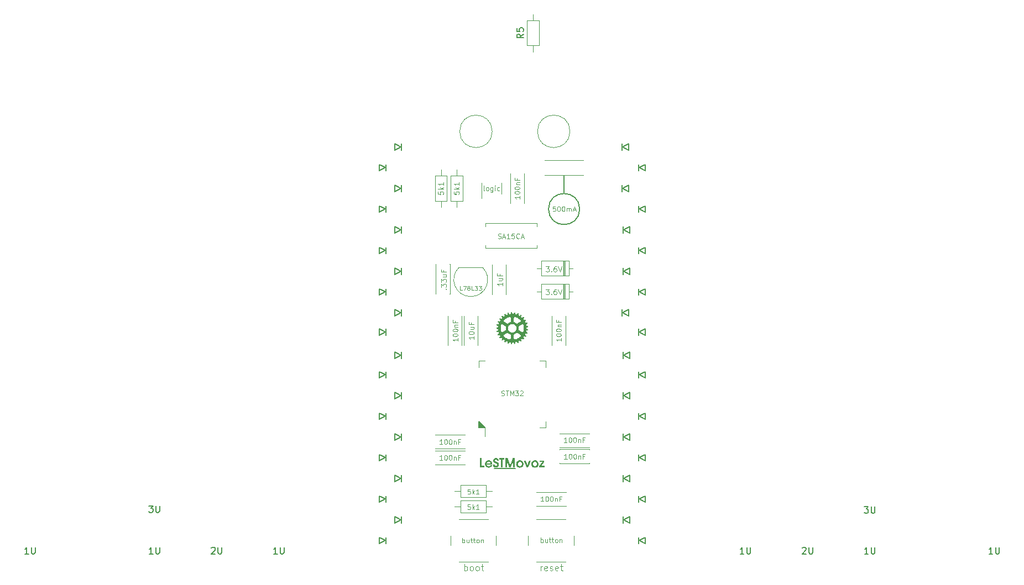
<source format=gbr>
%TF.GenerationSoftware,KiCad,Pcbnew,8.0.8*%
%TF.CreationDate,2025-03-13T22:48:23+01:00*%
%TF.ProjectId,LeSTMovoz revision 2,4c655354-4d6f-4766-9f7a-207265766973,rev?*%
%TF.SameCoordinates,Original*%
%TF.FileFunction,Legend,Top*%
%TF.FilePolarity,Positive*%
%FSLAX46Y46*%
G04 Gerber Fmt 4.6, Leading zero omitted, Abs format (unit mm)*
G04 Created by KiCad (PCBNEW 8.0.8) date 2025-03-13 22:48:23*
%MOMM*%
%LPD*%
G01*
G04 APERTURE LIST*
%ADD10C,0.150000*%
%ADD11C,0.125000*%
%ADD12C,0.120000*%
%ADD13C,0.000000*%
G04 APERTURE END LIST*
D10*
X141096250Y-74778597D02*
X140146250Y-74778597D01*
X140146250Y-73828597D01*
X141096250Y-74778597D01*
G36*
X141096250Y-74778597D02*
G01*
X140146250Y-74778597D01*
X140146250Y-73828597D01*
X141096250Y-74778597D01*
G37*
X155575000Y-41275000D02*
G75*
G02*
X150812500Y-41275000I-2381250J0D01*
G01*
X150812500Y-41275000D02*
G75*
G02*
X155575000Y-41275000I2381250J0D01*
G01*
X153193750Y-38893750D02*
X153193750Y-36116000D01*
X142500000Y-81062500D02*
X145700000Y-81062500D01*
D11*
X138812068Y-84212410D02*
X138454925Y-84212410D01*
X138454925Y-84212410D02*
X138419211Y-84569553D01*
X138419211Y-84569553D02*
X138454925Y-84533838D01*
X138454925Y-84533838D02*
X138526354Y-84498124D01*
X138526354Y-84498124D02*
X138704925Y-84498124D01*
X138704925Y-84498124D02*
X138776354Y-84533838D01*
X138776354Y-84533838D02*
X138812068Y-84569553D01*
X138812068Y-84569553D02*
X138847782Y-84640981D01*
X138847782Y-84640981D02*
X138847782Y-84819553D01*
X138847782Y-84819553D02*
X138812068Y-84890981D01*
X138812068Y-84890981D02*
X138776354Y-84926696D01*
X138776354Y-84926696D02*
X138704925Y-84962410D01*
X138704925Y-84962410D02*
X138526354Y-84962410D01*
X138526354Y-84962410D02*
X138454925Y-84926696D01*
X138454925Y-84926696D02*
X138419211Y-84890981D01*
X139169211Y-84962410D02*
X139169211Y-84212410D01*
X139240640Y-84676696D02*
X139454925Y-84962410D01*
X139454925Y-84462410D02*
X139169211Y-84748124D01*
X140169211Y-84962410D02*
X139740640Y-84962410D01*
X139954925Y-84962410D02*
X139954925Y-84212410D01*
X139954925Y-84212410D02*
X139883497Y-84319553D01*
X139883497Y-84319553D02*
X139812068Y-84390981D01*
X139812068Y-84390981D02*
X139740640Y-84426696D01*
X151836607Y-40865464D02*
X151479464Y-40865464D01*
X151479464Y-40865464D02*
X151443750Y-41222607D01*
X151443750Y-41222607D02*
X151479464Y-41186892D01*
X151479464Y-41186892D02*
X151550893Y-41151178D01*
X151550893Y-41151178D02*
X151729464Y-41151178D01*
X151729464Y-41151178D02*
X151800893Y-41186892D01*
X151800893Y-41186892D02*
X151836607Y-41222607D01*
X151836607Y-41222607D02*
X151872321Y-41294035D01*
X151872321Y-41294035D02*
X151872321Y-41472607D01*
X151872321Y-41472607D02*
X151836607Y-41544035D01*
X151836607Y-41544035D02*
X151800893Y-41579750D01*
X151800893Y-41579750D02*
X151729464Y-41615464D01*
X151729464Y-41615464D02*
X151550893Y-41615464D01*
X151550893Y-41615464D02*
X151479464Y-41579750D01*
X151479464Y-41579750D02*
X151443750Y-41544035D01*
X152336607Y-40865464D02*
X152408036Y-40865464D01*
X152408036Y-40865464D02*
X152479464Y-40901178D01*
X152479464Y-40901178D02*
X152515179Y-40936892D01*
X152515179Y-40936892D02*
X152550893Y-41008321D01*
X152550893Y-41008321D02*
X152586607Y-41151178D01*
X152586607Y-41151178D02*
X152586607Y-41329750D01*
X152586607Y-41329750D02*
X152550893Y-41472607D01*
X152550893Y-41472607D02*
X152515179Y-41544035D01*
X152515179Y-41544035D02*
X152479464Y-41579750D01*
X152479464Y-41579750D02*
X152408036Y-41615464D01*
X152408036Y-41615464D02*
X152336607Y-41615464D01*
X152336607Y-41615464D02*
X152265179Y-41579750D01*
X152265179Y-41579750D02*
X152229464Y-41544035D01*
X152229464Y-41544035D02*
X152193750Y-41472607D01*
X152193750Y-41472607D02*
X152158036Y-41329750D01*
X152158036Y-41329750D02*
X152158036Y-41151178D01*
X152158036Y-41151178D02*
X152193750Y-41008321D01*
X152193750Y-41008321D02*
X152229464Y-40936892D01*
X152229464Y-40936892D02*
X152265179Y-40901178D01*
X152265179Y-40901178D02*
X152336607Y-40865464D01*
X153050893Y-40865464D02*
X153122322Y-40865464D01*
X153122322Y-40865464D02*
X153193750Y-40901178D01*
X153193750Y-40901178D02*
X153229465Y-40936892D01*
X153229465Y-40936892D02*
X153265179Y-41008321D01*
X153265179Y-41008321D02*
X153300893Y-41151178D01*
X153300893Y-41151178D02*
X153300893Y-41329750D01*
X153300893Y-41329750D02*
X153265179Y-41472607D01*
X153265179Y-41472607D02*
X153229465Y-41544035D01*
X153229465Y-41544035D02*
X153193750Y-41579750D01*
X153193750Y-41579750D02*
X153122322Y-41615464D01*
X153122322Y-41615464D02*
X153050893Y-41615464D01*
X153050893Y-41615464D02*
X152979465Y-41579750D01*
X152979465Y-41579750D02*
X152943750Y-41544035D01*
X152943750Y-41544035D02*
X152908036Y-41472607D01*
X152908036Y-41472607D02*
X152872322Y-41329750D01*
X152872322Y-41329750D02*
X152872322Y-41151178D01*
X152872322Y-41151178D02*
X152908036Y-41008321D01*
X152908036Y-41008321D02*
X152943750Y-40936892D01*
X152943750Y-40936892D02*
X152979465Y-40901178D01*
X152979465Y-40901178D02*
X153050893Y-40865464D01*
X153622322Y-41615464D02*
X153622322Y-41115464D01*
X153622322Y-41186892D02*
X153658036Y-41151178D01*
X153658036Y-41151178D02*
X153729465Y-41115464D01*
X153729465Y-41115464D02*
X153836608Y-41115464D01*
X153836608Y-41115464D02*
X153908036Y-41151178D01*
X153908036Y-41151178D02*
X153943751Y-41222607D01*
X153943751Y-41222607D02*
X153943751Y-41615464D01*
X153943751Y-41222607D02*
X153979465Y-41151178D01*
X153979465Y-41151178D02*
X154050893Y-41115464D01*
X154050893Y-41115464D02*
X154158036Y-41115464D01*
X154158036Y-41115464D02*
X154229465Y-41151178D01*
X154229465Y-41151178D02*
X154265179Y-41222607D01*
X154265179Y-41222607D02*
X154265179Y-41615464D01*
X154586608Y-41401178D02*
X154943751Y-41401178D01*
X154515179Y-41615464D02*
X154765179Y-40865464D01*
X154765179Y-40865464D02*
X155015179Y-41615464D01*
X136288595Y-38614285D02*
X136288595Y-38995237D01*
X136288595Y-38995237D02*
X136669547Y-39033333D01*
X136669547Y-39033333D02*
X136631452Y-38995237D01*
X136631452Y-38995237D02*
X136593357Y-38919047D01*
X136593357Y-38919047D02*
X136593357Y-38728571D01*
X136593357Y-38728571D02*
X136631452Y-38652380D01*
X136631452Y-38652380D02*
X136669547Y-38614285D01*
X136669547Y-38614285D02*
X136745738Y-38576190D01*
X136745738Y-38576190D02*
X136936214Y-38576190D01*
X136936214Y-38576190D02*
X137012404Y-38614285D01*
X137012404Y-38614285D02*
X137050500Y-38652380D01*
X137050500Y-38652380D02*
X137088595Y-38728571D01*
X137088595Y-38728571D02*
X137088595Y-38919047D01*
X137088595Y-38919047D02*
X137050500Y-38995237D01*
X137050500Y-38995237D02*
X137012404Y-39033333D01*
X137088595Y-38233332D02*
X136288595Y-38233332D01*
X136783833Y-38157142D02*
X137088595Y-37928570D01*
X136555261Y-37928570D02*
X136860023Y-38233332D01*
X137088595Y-37166666D02*
X137088595Y-37623809D01*
X137088595Y-37395237D02*
X136288595Y-37395237D01*
X136288595Y-37395237D02*
X136402880Y-37471428D01*
X136402880Y-37471428D02*
X136479071Y-37547618D01*
X136479071Y-37547618D02*
X136517166Y-37623809D01*
X150410889Y-50068083D02*
X150906127Y-50068083D01*
X150906127Y-50068083D02*
X150639461Y-50372845D01*
X150639461Y-50372845D02*
X150753746Y-50372845D01*
X150753746Y-50372845D02*
X150829937Y-50410940D01*
X150829937Y-50410940D02*
X150868032Y-50449035D01*
X150868032Y-50449035D02*
X150906127Y-50525226D01*
X150906127Y-50525226D02*
X150906127Y-50715702D01*
X150906127Y-50715702D02*
X150868032Y-50791892D01*
X150868032Y-50791892D02*
X150829937Y-50829988D01*
X150829937Y-50829988D02*
X150753746Y-50868083D01*
X150753746Y-50868083D02*
X150525175Y-50868083D01*
X150525175Y-50868083D02*
X150448984Y-50829988D01*
X150448984Y-50829988D02*
X150410889Y-50791892D01*
X151248985Y-50791892D02*
X151287080Y-50829988D01*
X151287080Y-50829988D02*
X151248985Y-50868083D01*
X151248985Y-50868083D02*
X151210889Y-50829988D01*
X151210889Y-50829988D02*
X151248985Y-50791892D01*
X151248985Y-50791892D02*
X151248985Y-50868083D01*
X151972794Y-50068083D02*
X151820413Y-50068083D01*
X151820413Y-50068083D02*
X151744222Y-50106178D01*
X151744222Y-50106178D02*
X151706127Y-50144273D01*
X151706127Y-50144273D02*
X151629937Y-50258559D01*
X151629937Y-50258559D02*
X151591841Y-50410940D01*
X151591841Y-50410940D02*
X151591841Y-50715702D01*
X151591841Y-50715702D02*
X151629937Y-50791892D01*
X151629937Y-50791892D02*
X151668032Y-50829988D01*
X151668032Y-50829988D02*
X151744222Y-50868083D01*
X151744222Y-50868083D02*
X151896603Y-50868083D01*
X151896603Y-50868083D02*
X151972794Y-50829988D01*
X151972794Y-50829988D02*
X152010889Y-50791892D01*
X152010889Y-50791892D02*
X152048984Y-50715702D01*
X152048984Y-50715702D02*
X152048984Y-50525226D01*
X152048984Y-50525226D02*
X152010889Y-50449035D01*
X152010889Y-50449035D02*
X151972794Y-50410940D01*
X151972794Y-50410940D02*
X151896603Y-50372845D01*
X151896603Y-50372845D02*
X151744222Y-50372845D01*
X151744222Y-50372845D02*
X151668032Y-50410940D01*
X151668032Y-50410940D02*
X151629937Y-50449035D01*
X151629937Y-50449035D02*
X151591841Y-50525226D01*
X152277556Y-50068083D02*
X152544223Y-50868083D01*
X152544223Y-50868083D02*
X152810889Y-50068083D01*
X149599073Y-96699869D02*
X149599073Y-96033202D01*
X149599073Y-96223678D02*
X149646692Y-96128440D01*
X149646692Y-96128440D02*
X149694311Y-96080821D01*
X149694311Y-96080821D02*
X149789549Y-96033202D01*
X149789549Y-96033202D02*
X149884787Y-96033202D01*
X150599073Y-96652250D02*
X150503835Y-96699869D01*
X150503835Y-96699869D02*
X150313359Y-96699869D01*
X150313359Y-96699869D02*
X150218121Y-96652250D01*
X150218121Y-96652250D02*
X150170502Y-96557011D01*
X150170502Y-96557011D02*
X150170502Y-96176059D01*
X150170502Y-96176059D02*
X150218121Y-96080821D01*
X150218121Y-96080821D02*
X150313359Y-96033202D01*
X150313359Y-96033202D02*
X150503835Y-96033202D01*
X150503835Y-96033202D02*
X150599073Y-96080821D01*
X150599073Y-96080821D02*
X150646692Y-96176059D01*
X150646692Y-96176059D02*
X150646692Y-96271297D01*
X150646692Y-96271297D02*
X150170502Y-96366535D01*
X151027645Y-96652250D02*
X151122883Y-96699869D01*
X151122883Y-96699869D02*
X151313359Y-96699869D01*
X151313359Y-96699869D02*
X151408597Y-96652250D01*
X151408597Y-96652250D02*
X151456216Y-96557011D01*
X151456216Y-96557011D02*
X151456216Y-96509392D01*
X151456216Y-96509392D02*
X151408597Y-96414154D01*
X151408597Y-96414154D02*
X151313359Y-96366535D01*
X151313359Y-96366535D02*
X151170502Y-96366535D01*
X151170502Y-96366535D02*
X151075264Y-96318916D01*
X151075264Y-96318916D02*
X151027645Y-96223678D01*
X151027645Y-96223678D02*
X151027645Y-96176059D01*
X151027645Y-96176059D02*
X151075264Y-96080821D01*
X151075264Y-96080821D02*
X151170502Y-96033202D01*
X151170502Y-96033202D02*
X151313359Y-96033202D01*
X151313359Y-96033202D02*
X151408597Y-96080821D01*
X152265740Y-96652250D02*
X152170502Y-96699869D01*
X152170502Y-96699869D02*
X151980026Y-96699869D01*
X151980026Y-96699869D02*
X151884788Y-96652250D01*
X151884788Y-96652250D02*
X151837169Y-96557011D01*
X151837169Y-96557011D02*
X151837169Y-96176059D01*
X151837169Y-96176059D02*
X151884788Y-96080821D01*
X151884788Y-96080821D02*
X151980026Y-96033202D01*
X151980026Y-96033202D02*
X152170502Y-96033202D01*
X152170502Y-96033202D02*
X152265740Y-96080821D01*
X152265740Y-96080821D02*
X152313359Y-96176059D01*
X152313359Y-96176059D02*
X152313359Y-96271297D01*
X152313359Y-96271297D02*
X151837169Y-96366535D01*
X152599074Y-96033202D02*
X152980026Y-96033202D01*
X152741931Y-95699869D02*
X152741931Y-96557011D01*
X152741931Y-96557011D02*
X152789550Y-96652250D01*
X152789550Y-96652250D02*
X152884788Y-96699869D01*
X152884788Y-96699869D02*
X152980026Y-96699869D01*
X153648278Y-79562875D02*
X153219707Y-79562875D01*
X153433992Y-79562875D02*
X153433992Y-78812875D01*
X153433992Y-78812875D02*
X153362564Y-78920018D01*
X153362564Y-78920018D02*
X153291135Y-78991446D01*
X153291135Y-78991446D02*
X153219707Y-79027161D01*
X154112564Y-78812875D02*
X154183993Y-78812875D01*
X154183993Y-78812875D02*
X154255421Y-78848589D01*
X154255421Y-78848589D02*
X154291136Y-78884303D01*
X154291136Y-78884303D02*
X154326850Y-78955732D01*
X154326850Y-78955732D02*
X154362564Y-79098589D01*
X154362564Y-79098589D02*
X154362564Y-79277161D01*
X154362564Y-79277161D02*
X154326850Y-79420018D01*
X154326850Y-79420018D02*
X154291136Y-79491446D01*
X154291136Y-79491446D02*
X154255421Y-79527161D01*
X154255421Y-79527161D02*
X154183993Y-79562875D01*
X154183993Y-79562875D02*
X154112564Y-79562875D01*
X154112564Y-79562875D02*
X154041136Y-79527161D01*
X154041136Y-79527161D02*
X154005421Y-79491446D01*
X154005421Y-79491446D02*
X153969707Y-79420018D01*
X153969707Y-79420018D02*
X153933993Y-79277161D01*
X153933993Y-79277161D02*
X153933993Y-79098589D01*
X153933993Y-79098589D02*
X153969707Y-78955732D01*
X153969707Y-78955732D02*
X154005421Y-78884303D01*
X154005421Y-78884303D02*
X154041136Y-78848589D01*
X154041136Y-78848589D02*
X154112564Y-78812875D01*
X154826850Y-78812875D02*
X154898279Y-78812875D01*
X154898279Y-78812875D02*
X154969707Y-78848589D01*
X154969707Y-78848589D02*
X155005422Y-78884303D01*
X155005422Y-78884303D02*
X155041136Y-78955732D01*
X155041136Y-78955732D02*
X155076850Y-79098589D01*
X155076850Y-79098589D02*
X155076850Y-79277161D01*
X155076850Y-79277161D02*
X155041136Y-79420018D01*
X155041136Y-79420018D02*
X155005422Y-79491446D01*
X155005422Y-79491446D02*
X154969707Y-79527161D01*
X154969707Y-79527161D02*
X154898279Y-79562875D01*
X154898279Y-79562875D02*
X154826850Y-79562875D01*
X154826850Y-79562875D02*
X154755422Y-79527161D01*
X154755422Y-79527161D02*
X154719707Y-79491446D01*
X154719707Y-79491446D02*
X154683993Y-79420018D01*
X154683993Y-79420018D02*
X154648279Y-79277161D01*
X154648279Y-79277161D02*
X154648279Y-79098589D01*
X154648279Y-79098589D02*
X154683993Y-78955732D01*
X154683993Y-78955732D02*
X154719707Y-78884303D01*
X154719707Y-78884303D02*
X154755422Y-78848589D01*
X154755422Y-78848589D02*
X154826850Y-78812875D01*
X155398279Y-79062875D02*
X155398279Y-79562875D01*
X155398279Y-79134303D02*
X155433993Y-79098589D01*
X155433993Y-79098589D02*
X155505422Y-79062875D01*
X155505422Y-79062875D02*
X155612565Y-79062875D01*
X155612565Y-79062875D02*
X155683993Y-79098589D01*
X155683993Y-79098589D02*
X155719708Y-79170018D01*
X155719708Y-79170018D02*
X155719708Y-79562875D01*
X156326850Y-79170018D02*
X156076850Y-79170018D01*
X156076850Y-79562875D02*
X156076850Y-78812875D01*
X156076850Y-78812875D02*
X156433993Y-78812875D01*
X143613392Y-69845257D02*
X143720535Y-69880971D01*
X143720535Y-69880971D02*
X143899106Y-69880971D01*
X143899106Y-69880971D02*
X143970535Y-69845257D01*
X143970535Y-69845257D02*
X144006249Y-69809542D01*
X144006249Y-69809542D02*
X144041963Y-69738114D01*
X144041963Y-69738114D02*
X144041963Y-69666685D01*
X144041963Y-69666685D02*
X144006249Y-69595257D01*
X144006249Y-69595257D02*
X143970535Y-69559542D01*
X143970535Y-69559542D02*
X143899106Y-69523828D01*
X143899106Y-69523828D02*
X143756249Y-69488114D01*
X143756249Y-69488114D02*
X143684820Y-69452399D01*
X143684820Y-69452399D02*
X143649106Y-69416685D01*
X143649106Y-69416685D02*
X143613392Y-69345257D01*
X143613392Y-69345257D02*
X143613392Y-69273828D01*
X143613392Y-69273828D02*
X143649106Y-69202399D01*
X143649106Y-69202399D02*
X143684820Y-69166685D01*
X143684820Y-69166685D02*
X143756249Y-69130971D01*
X143756249Y-69130971D02*
X143934820Y-69130971D01*
X143934820Y-69130971D02*
X144041963Y-69166685D01*
X144256249Y-69130971D02*
X144684821Y-69130971D01*
X144470535Y-69880971D02*
X144470535Y-69130971D01*
X144934821Y-69880971D02*
X144934821Y-69130971D01*
X144934821Y-69130971D02*
X145184821Y-69666685D01*
X145184821Y-69666685D02*
X145434821Y-69130971D01*
X145434821Y-69130971D02*
X145434821Y-69880971D01*
X145720535Y-69130971D02*
X146184821Y-69130971D01*
X146184821Y-69130971D02*
X145934821Y-69416685D01*
X145934821Y-69416685D02*
X146041964Y-69416685D01*
X146041964Y-69416685D02*
X146113393Y-69452399D01*
X146113393Y-69452399D02*
X146149107Y-69488114D01*
X146149107Y-69488114D02*
X146184821Y-69559542D01*
X146184821Y-69559542D02*
X146184821Y-69738114D01*
X146184821Y-69738114D02*
X146149107Y-69809542D01*
X146149107Y-69809542D02*
X146113393Y-69845257D01*
X146113393Y-69845257D02*
X146041964Y-69880971D01*
X146041964Y-69880971D02*
X145827678Y-69880971D01*
X145827678Y-69880971D02*
X145756250Y-69845257D01*
X145756250Y-69845257D02*
X145720535Y-69809542D01*
X146470536Y-69202399D02*
X146506250Y-69166685D01*
X146506250Y-69166685D02*
X146577679Y-69130971D01*
X146577679Y-69130971D02*
X146756250Y-69130971D01*
X146756250Y-69130971D02*
X146827679Y-69166685D01*
X146827679Y-69166685D02*
X146863393Y-69202399D01*
X146863393Y-69202399D02*
X146899107Y-69273828D01*
X146899107Y-69273828D02*
X146899107Y-69345257D01*
X146899107Y-69345257D02*
X146863393Y-69452399D01*
X146863393Y-69452399D02*
X146434821Y-69880971D01*
X146434821Y-69880971D02*
X146899107Y-69880971D01*
X143758984Y-52568178D02*
X143758984Y-53025321D01*
X143758984Y-52796749D02*
X142958984Y-52796749D01*
X142958984Y-52796749D02*
X143073269Y-52872940D01*
X143073269Y-52872940D02*
X143149460Y-52949130D01*
X143149460Y-52949130D02*
X143187555Y-53025321D01*
X143225650Y-51882463D02*
X143758984Y-51882463D01*
X143225650Y-52225320D02*
X143644698Y-52225320D01*
X143644698Y-52225320D02*
X143720889Y-52187225D01*
X143720889Y-52187225D02*
X143758984Y-52111035D01*
X143758984Y-52111035D02*
X143758984Y-51996749D01*
X143758984Y-51996749D02*
X143720889Y-51920558D01*
X143720889Y-51920558D02*
X143682793Y-51882463D01*
X143339936Y-51234844D02*
X143339936Y-51501510D01*
X143758984Y-51501510D02*
X142958984Y-51501510D01*
X142958984Y-51501510D02*
X142958984Y-51120558D01*
D10*
X189690476Y-93212557D02*
X189738095Y-93164938D01*
X189738095Y-93164938D02*
X189833333Y-93117319D01*
X189833333Y-93117319D02*
X190071428Y-93117319D01*
X190071428Y-93117319D02*
X190166666Y-93164938D01*
X190166666Y-93164938D02*
X190214285Y-93212557D01*
X190214285Y-93212557D02*
X190261904Y-93307795D01*
X190261904Y-93307795D02*
X190261904Y-93403033D01*
X190261904Y-93403033D02*
X190214285Y-93545890D01*
X190214285Y-93545890D02*
X189642857Y-94117319D01*
X189642857Y-94117319D02*
X190261904Y-94117319D01*
X190690476Y-93117319D02*
X190690476Y-93926842D01*
X190690476Y-93926842D02*
X190738095Y-94022080D01*
X190738095Y-94022080D02*
X190785714Y-94069700D01*
X190785714Y-94069700D02*
X190880952Y-94117319D01*
X190880952Y-94117319D02*
X191071428Y-94117319D01*
X191071428Y-94117319D02*
X191166666Y-94069700D01*
X191166666Y-94069700D02*
X191214285Y-94022080D01*
X191214285Y-94022080D02*
X191261904Y-93926842D01*
X191261904Y-93926842D02*
X191261904Y-93117319D01*
X109299404Y-94117319D02*
X108727976Y-94117319D01*
X109013690Y-94117319D02*
X109013690Y-93117319D01*
X109013690Y-93117319D02*
X108918452Y-93260176D01*
X108918452Y-93260176D02*
X108823214Y-93355414D01*
X108823214Y-93355414D02*
X108727976Y-93403033D01*
X109727976Y-93117319D02*
X109727976Y-93926842D01*
X109727976Y-93926842D02*
X109775595Y-94022080D01*
X109775595Y-94022080D02*
X109823214Y-94069700D01*
X109823214Y-94069700D02*
X109918452Y-94117319D01*
X109918452Y-94117319D02*
X110108928Y-94117319D01*
X110108928Y-94117319D02*
X110204166Y-94069700D01*
X110204166Y-94069700D02*
X110251785Y-94022080D01*
X110251785Y-94022080D02*
X110299404Y-93926842D01*
X110299404Y-93926842D02*
X110299404Y-93117319D01*
D11*
X134570535Y-79725244D02*
X134141964Y-79725244D01*
X134356249Y-79725244D02*
X134356249Y-78975244D01*
X134356249Y-78975244D02*
X134284821Y-79082387D01*
X134284821Y-79082387D02*
X134213392Y-79153815D01*
X134213392Y-79153815D02*
X134141964Y-79189530D01*
X135034821Y-78975244D02*
X135106250Y-78975244D01*
X135106250Y-78975244D02*
X135177678Y-79010958D01*
X135177678Y-79010958D02*
X135213393Y-79046672D01*
X135213393Y-79046672D02*
X135249107Y-79118101D01*
X135249107Y-79118101D02*
X135284821Y-79260958D01*
X135284821Y-79260958D02*
X135284821Y-79439530D01*
X135284821Y-79439530D02*
X135249107Y-79582387D01*
X135249107Y-79582387D02*
X135213393Y-79653815D01*
X135213393Y-79653815D02*
X135177678Y-79689530D01*
X135177678Y-79689530D02*
X135106250Y-79725244D01*
X135106250Y-79725244D02*
X135034821Y-79725244D01*
X135034821Y-79725244D02*
X134963393Y-79689530D01*
X134963393Y-79689530D02*
X134927678Y-79653815D01*
X134927678Y-79653815D02*
X134891964Y-79582387D01*
X134891964Y-79582387D02*
X134856250Y-79439530D01*
X134856250Y-79439530D02*
X134856250Y-79260958D01*
X134856250Y-79260958D02*
X134891964Y-79118101D01*
X134891964Y-79118101D02*
X134927678Y-79046672D01*
X134927678Y-79046672D02*
X134963393Y-79010958D01*
X134963393Y-79010958D02*
X135034821Y-78975244D01*
X135749107Y-78975244D02*
X135820536Y-78975244D01*
X135820536Y-78975244D02*
X135891964Y-79010958D01*
X135891964Y-79010958D02*
X135927679Y-79046672D01*
X135927679Y-79046672D02*
X135963393Y-79118101D01*
X135963393Y-79118101D02*
X135999107Y-79260958D01*
X135999107Y-79260958D02*
X135999107Y-79439530D01*
X135999107Y-79439530D02*
X135963393Y-79582387D01*
X135963393Y-79582387D02*
X135927679Y-79653815D01*
X135927679Y-79653815D02*
X135891964Y-79689530D01*
X135891964Y-79689530D02*
X135820536Y-79725244D01*
X135820536Y-79725244D02*
X135749107Y-79725244D01*
X135749107Y-79725244D02*
X135677679Y-79689530D01*
X135677679Y-79689530D02*
X135641964Y-79653815D01*
X135641964Y-79653815D02*
X135606250Y-79582387D01*
X135606250Y-79582387D02*
X135570536Y-79439530D01*
X135570536Y-79439530D02*
X135570536Y-79260958D01*
X135570536Y-79260958D02*
X135606250Y-79118101D01*
X135606250Y-79118101D02*
X135641964Y-79046672D01*
X135641964Y-79046672D02*
X135677679Y-79010958D01*
X135677679Y-79010958D02*
X135749107Y-78975244D01*
X136320536Y-79225244D02*
X136320536Y-79725244D01*
X136320536Y-79296672D02*
X136356250Y-79260958D01*
X136356250Y-79260958D02*
X136427679Y-79225244D01*
X136427679Y-79225244D02*
X136534822Y-79225244D01*
X136534822Y-79225244D02*
X136606250Y-79260958D01*
X136606250Y-79260958D02*
X136641965Y-79332387D01*
X136641965Y-79332387D02*
X136641965Y-79725244D01*
X137249107Y-79332387D02*
X136999107Y-79332387D01*
X136999107Y-79725244D02*
X136999107Y-78975244D01*
X136999107Y-78975244D02*
X137356250Y-78975244D01*
X150067464Y-86065464D02*
X149638893Y-86065464D01*
X149853178Y-86065464D02*
X149853178Y-85315464D01*
X149853178Y-85315464D02*
X149781750Y-85422607D01*
X149781750Y-85422607D02*
X149710321Y-85494035D01*
X149710321Y-85494035D02*
X149638893Y-85529750D01*
X150531750Y-85315464D02*
X150603179Y-85315464D01*
X150603179Y-85315464D02*
X150674607Y-85351178D01*
X150674607Y-85351178D02*
X150710322Y-85386892D01*
X150710322Y-85386892D02*
X150746036Y-85458321D01*
X150746036Y-85458321D02*
X150781750Y-85601178D01*
X150781750Y-85601178D02*
X150781750Y-85779750D01*
X150781750Y-85779750D02*
X150746036Y-85922607D01*
X150746036Y-85922607D02*
X150710322Y-85994035D01*
X150710322Y-85994035D02*
X150674607Y-86029750D01*
X150674607Y-86029750D02*
X150603179Y-86065464D01*
X150603179Y-86065464D02*
X150531750Y-86065464D01*
X150531750Y-86065464D02*
X150460322Y-86029750D01*
X150460322Y-86029750D02*
X150424607Y-85994035D01*
X150424607Y-85994035D02*
X150388893Y-85922607D01*
X150388893Y-85922607D02*
X150353179Y-85779750D01*
X150353179Y-85779750D02*
X150353179Y-85601178D01*
X150353179Y-85601178D02*
X150388893Y-85458321D01*
X150388893Y-85458321D02*
X150424607Y-85386892D01*
X150424607Y-85386892D02*
X150460322Y-85351178D01*
X150460322Y-85351178D02*
X150531750Y-85315464D01*
X151246036Y-85315464D02*
X151317465Y-85315464D01*
X151317465Y-85315464D02*
X151388893Y-85351178D01*
X151388893Y-85351178D02*
X151424608Y-85386892D01*
X151424608Y-85386892D02*
X151460322Y-85458321D01*
X151460322Y-85458321D02*
X151496036Y-85601178D01*
X151496036Y-85601178D02*
X151496036Y-85779750D01*
X151496036Y-85779750D02*
X151460322Y-85922607D01*
X151460322Y-85922607D02*
X151424608Y-85994035D01*
X151424608Y-85994035D02*
X151388893Y-86029750D01*
X151388893Y-86029750D02*
X151317465Y-86065464D01*
X151317465Y-86065464D02*
X151246036Y-86065464D01*
X151246036Y-86065464D02*
X151174608Y-86029750D01*
X151174608Y-86029750D02*
X151138893Y-85994035D01*
X151138893Y-85994035D02*
X151103179Y-85922607D01*
X151103179Y-85922607D02*
X151067465Y-85779750D01*
X151067465Y-85779750D02*
X151067465Y-85601178D01*
X151067465Y-85601178D02*
X151103179Y-85458321D01*
X151103179Y-85458321D02*
X151138893Y-85386892D01*
X151138893Y-85386892D02*
X151174608Y-85351178D01*
X151174608Y-85351178D02*
X151246036Y-85315464D01*
X151817465Y-85565464D02*
X151817465Y-86065464D01*
X151817465Y-85636892D02*
X151853179Y-85601178D01*
X151853179Y-85601178D02*
X151924608Y-85565464D01*
X151924608Y-85565464D02*
X152031751Y-85565464D01*
X152031751Y-85565464D02*
X152103179Y-85601178D01*
X152103179Y-85601178D02*
X152138894Y-85672607D01*
X152138894Y-85672607D02*
X152138894Y-86065464D01*
X152746036Y-85672607D02*
X152496036Y-85672607D01*
X152496036Y-86065464D02*
X152496036Y-85315464D01*
X152496036Y-85315464D02*
X152853179Y-85315464D01*
X135088830Y-53558654D02*
X135126926Y-53520559D01*
X135126926Y-53520559D02*
X135165021Y-53558654D01*
X135165021Y-53558654D02*
X135126926Y-53596750D01*
X135126926Y-53596750D02*
X135088830Y-53558654D01*
X135088830Y-53558654D02*
X135165021Y-53558654D01*
X134365021Y-53253893D02*
X134365021Y-52758655D01*
X134365021Y-52758655D02*
X134669783Y-53025321D01*
X134669783Y-53025321D02*
X134669783Y-52911036D01*
X134669783Y-52911036D02*
X134707878Y-52834845D01*
X134707878Y-52834845D02*
X134745973Y-52796750D01*
X134745973Y-52796750D02*
X134822164Y-52758655D01*
X134822164Y-52758655D02*
X135012640Y-52758655D01*
X135012640Y-52758655D02*
X135088830Y-52796750D01*
X135088830Y-52796750D02*
X135126926Y-52834845D01*
X135126926Y-52834845D02*
X135165021Y-52911036D01*
X135165021Y-52911036D02*
X135165021Y-53139607D01*
X135165021Y-53139607D02*
X135126926Y-53215798D01*
X135126926Y-53215798D02*
X135088830Y-53253893D01*
X134365021Y-52491988D02*
X134365021Y-51996750D01*
X134365021Y-51996750D02*
X134669783Y-52263416D01*
X134669783Y-52263416D02*
X134669783Y-52149131D01*
X134669783Y-52149131D02*
X134707878Y-52072940D01*
X134707878Y-52072940D02*
X134745973Y-52034845D01*
X134745973Y-52034845D02*
X134822164Y-51996750D01*
X134822164Y-51996750D02*
X135012640Y-51996750D01*
X135012640Y-51996750D02*
X135088830Y-52034845D01*
X135088830Y-52034845D02*
X135126926Y-52072940D01*
X135126926Y-52072940D02*
X135165021Y-52149131D01*
X135165021Y-52149131D02*
X135165021Y-52377702D01*
X135165021Y-52377702D02*
X135126926Y-52453893D01*
X135126926Y-52453893D02*
X135088830Y-52491988D01*
X134631687Y-51311035D02*
X135165021Y-51311035D01*
X134631687Y-51653892D02*
X135050735Y-51653892D01*
X135050735Y-51653892D02*
X135126926Y-51615797D01*
X135126926Y-51615797D02*
X135165021Y-51539607D01*
X135165021Y-51539607D02*
X135165021Y-51425321D01*
X135165021Y-51425321D02*
X135126926Y-51349130D01*
X135126926Y-51349130D02*
X135088830Y-51311035D01*
X134745973Y-50663416D02*
X134745973Y-50930082D01*
X135165021Y-50930082D02*
X134365021Y-50930082D01*
X134365021Y-50930082D02*
X134365021Y-50549130D01*
X149644519Y-92392814D02*
X149644519Y-91642814D01*
X149644519Y-91928528D02*
X149715948Y-91892814D01*
X149715948Y-91892814D02*
X149858805Y-91892814D01*
X149858805Y-91892814D02*
X149930233Y-91928528D01*
X149930233Y-91928528D02*
X149965948Y-91964242D01*
X149965948Y-91964242D02*
X150001662Y-92035671D01*
X150001662Y-92035671D02*
X150001662Y-92249957D01*
X150001662Y-92249957D02*
X149965948Y-92321385D01*
X149965948Y-92321385D02*
X149930233Y-92357100D01*
X149930233Y-92357100D02*
X149858805Y-92392814D01*
X149858805Y-92392814D02*
X149715948Y-92392814D01*
X149715948Y-92392814D02*
X149644519Y-92357100D01*
X150644519Y-91892814D02*
X150644519Y-92392814D01*
X150323090Y-91892814D02*
X150323090Y-92285671D01*
X150323090Y-92285671D02*
X150358804Y-92357100D01*
X150358804Y-92357100D02*
X150430233Y-92392814D01*
X150430233Y-92392814D02*
X150537376Y-92392814D01*
X150537376Y-92392814D02*
X150608804Y-92357100D01*
X150608804Y-92357100D02*
X150644519Y-92321385D01*
X150894518Y-91892814D02*
X151180232Y-91892814D01*
X151001661Y-91642814D02*
X151001661Y-92285671D01*
X151001661Y-92285671D02*
X151037375Y-92357100D01*
X151037375Y-92357100D02*
X151108804Y-92392814D01*
X151108804Y-92392814D02*
X151180232Y-92392814D01*
X151323089Y-91892814D02*
X151608803Y-91892814D01*
X151430232Y-91642814D02*
X151430232Y-92285671D01*
X151430232Y-92285671D02*
X151465946Y-92357100D01*
X151465946Y-92357100D02*
X151537375Y-92392814D01*
X151537375Y-92392814D02*
X151608803Y-92392814D01*
X151965946Y-92392814D02*
X151894517Y-92357100D01*
X151894517Y-92357100D02*
X151858803Y-92321385D01*
X151858803Y-92321385D02*
X151823089Y-92249957D01*
X151823089Y-92249957D02*
X151823089Y-92035671D01*
X151823089Y-92035671D02*
X151858803Y-91964242D01*
X151858803Y-91964242D02*
X151894517Y-91928528D01*
X151894517Y-91928528D02*
X151965946Y-91892814D01*
X151965946Y-91892814D02*
X152073089Y-91892814D01*
X152073089Y-91892814D02*
X152144517Y-91928528D01*
X152144517Y-91928528D02*
X152180232Y-91964242D01*
X152180232Y-91964242D02*
X152215946Y-92035671D01*
X152215946Y-92035671D02*
X152215946Y-92249957D01*
X152215946Y-92249957D02*
X152180232Y-92321385D01*
X152180232Y-92321385D02*
X152144517Y-92357100D01*
X152144517Y-92357100D02*
X152073089Y-92392814D01*
X152073089Y-92392814D02*
X151965946Y-92392814D01*
X152537374Y-91892814D02*
X152537374Y-92392814D01*
X152537374Y-91964242D02*
X152573088Y-91928528D01*
X152573088Y-91928528D02*
X152644517Y-91892814D01*
X152644517Y-91892814D02*
X152751660Y-91892814D01*
X152751660Y-91892814D02*
X152823088Y-91928528D01*
X152823088Y-91928528D02*
X152858803Y-91999957D01*
X152858803Y-91999957D02*
X152858803Y-92392814D01*
X153620535Y-77024721D02*
X153191964Y-77024721D01*
X153406249Y-77024721D02*
X153406249Y-76274721D01*
X153406249Y-76274721D02*
X153334821Y-76381864D01*
X153334821Y-76381864D02*
X153263392Y-76453292D01*
X153263392Y-76453292D02*
X153191964Y-76489007D01*
X154084821Y-76274721D02*
X154156250Y-76274721D01*
X154156250Y-76274721D02*
X154227678Y-76310435D01*
X154227678Y-76310435D02*
X154263393Y-76346149D01*
X154263393Y-76346149D02*
X154299107Y-76417578D01*
X154299107Y-76417578D02*
X154334821Y-76560435D01*
X154334821Y-76560435D02*
X154334821Y-76739007D01*
X154334821Y-76739007D02*
X154299107Y-76881864D01*
X154299107Y-76881864D02*
X154263393Y-76953292D01*
X154263393Y-76953292D02*
X154227678Y-76989007D01*
X154227678Y-76989007D02*
X154156250Y-77024721D01*
X154156250Y-77024721D02*
X154084821Y-77024721D01*
X154084821Y-77024721D02*
X154013393Y-76989007D01*
X154013393Y-76989007D02*
X153977678Y-76953292D01*
X153977678Y-76953292D02*
X153941964Y-76881864D01*
X153941964Y-76881864D02*
X153906250Y-76739007D01*
X153906250Y-76739007D02*
X153906250Y-76560435D01*
X153906250Y-76560435D02*
X153941964Y-76417578D01*
X153941964Y-76417578D02*
X153977678Y-76346149D01*
X153977678Y-76346149D02*
X154013393Y-76310435D01*
X154013393Y-76310435D02*
X154084821Y-76274721D01*
X154799107Y-76274721D02*
X154870536Y-76274721D01*
X154870536Y-76274721D02*
X154941964Y-76310435D01*
X154941964Y-76310435D02*
X154977679Y-76346149D01*
X154977679Y-76346149D02*
X155013393Y-76417578D01*
X155013393Y-76417578D02*
X155049107Y-76560435D01*
X155049107Y-76560435D02*
X155049107Y-76739007D01*
X155049107Y-76739007D02*
X155013393Y-76881864D01*
X155013393Y-76881864D02*
X154977679Y-76953292D01*
X154977679Y-76953292D02*
X154941964Y-76989007D01*
X154941964Y-76989007D02*
X154870536Y-77024721D01*
X154870536Y-77024721D02*
X154799107Y-77024721D01*
X154799107Y-77024721D02*
X154727679Y-76989007D01*
X154727679Y-76989007D02*
X154691964Y-76953292D01*
X154691964Y-76953292D02*
X154656250Y-76881864D01*
X154656250Y-76881864D02*
X154620536Y-76739007D01*
X154620536Y-76739007D02*
X154620536Y-76560435D01*
X154620536Y-76560435D02*
X154656250Y-76417578D01*
X154656250Y-76417578D02*
X154691964Y-76346149D01*
X154691964Y-76346149D02*
X154727679Y-76310435D01*
X154727679Y-76310435D02*
X154799107Y-76274721D01*
X155370536Y-76524721D02*
X155370536Y-77024721D01*
X155370536Y-76596149D02*
X155406250Y-76560435D01*
X155406250Y-76560435D02*
X155477679Y-76524721D01*
X155477679Y-76524721D02*
X155584822Y-76524721D01*
X155584822Y-76524721D02*
X155656250Y-76560435D01*
X155656250Y-76560435D02*
X155691965Y-76631864D01*
X155691965Y-76631864D02*
X155691965Y-77024721D01*
X156299107Y-76631864D02*
X156049107Y-76631864D01*
X156049107Y-77024721D02*
X156049107Y-76274721D01*
X156049107Y-76274721D02*
X156406250Y-76274721D01*
D10*
X90249404Y-94117319D02*
X89677976Y-94117319D01*
X89963690Y-94117319D02*
X89963690Y-93117319D01*
X89963690Y-93117319D02*
X89868452Y-93260176D01*
X89868452Y-93260176D02*
X89773214Y-93355414D01*
X89773214Y-93355414D02*
X89677976Y-93403033D01*
X90677976Y-93117319D02*
X90677976Y-93926842D01*
X90677976Y-93926842D02*
X90725595Y-94022080D01*
X90725595Y-94022080D02*
X90773214Y-94069700D01*
X90773214Y-94069700D02*
X90868452Y-94117319D01*
X90868452Y-94117319D02*
X91058928Y-94117319D01*
X91058928Y-94117319D02*
X91154166Y-94069700D01*
X91154166Y-94069700D02*
X91201785Y-94022080D01*
X91201785Y-94022080D02*
X91249404Y-93926842D01*
X91249404Y-93926842D02*
X91249404Y-93117319D01*
X180736904Y-94117319D02*
X180165476Y-94117319D01*
X180451190Y-94117319D02*
X180451190Y-93117319D01*
X180451190Y-93117319D02*
X180355952Y-93260176D01*
X180355952Y-93260176D02*
X180260714Y-93355414D01*
X180260714Y-93355414D02*
X180165476Y-93403033D01*
X181165476Y-93117319D02*
X181165476Y-93926842D01*
X181165476Y-93926842D02*
X181213095Y-94022080D01*
X181213095Y-94022080D02*
X181260714Y-94069700D01*
X181260714Y-94069700D02*
X181355952Y-94117319D01*
X181355952Y-94117319D02*
X181546428Y-94117319D01*
X181546428Y-94117319D02*
X181641666Y-94069700D01*
X181641666Y-94069700D02*
X181689285Y-94022080D01*
X181689285Y-94022080D02*
X181736904Y-93926842D01*
X181736904Y-93926842D02*
X181736904Y-93117319D01*
D11*
X152723351Y-61054653D02*
X152723351Y-61483224D01*
X152723351Y-61268939D02*
X151973351Y-61268939D01*
X151973351Y-61268939D02*
X152080494Y-61340367D01*
X152080494Y-61340367D02*
X152151922Y-61411796D01*
X152151922Y-61411796D02*
X152187637Y-61483224D01*
X151973351Y-60590367D02*
X151973351Y-60518938D01*
X151973351Y-60518938D02*
X152009065Y-60447510D01*
X152009065Y-60447510D02*
X152044779Y-60411796D01*
X152044779Y-60411796D02*
X152116208Y-60376081D01*
X152116208Y-60376081D02*
X152259065Y-60340367D01*
X152259065Y-60340367D02*
X152437637Y-60340367D01*
X152437637Y-60340367D02*
X152580494Y-60376081D01*
X152580494Y-60376081D02*
X152651922Y-60411796D01*
X152651922Y-60411796D02*
X152687637Y-60447510D01*
X152687637Y-60447510D02*
X152723351Y-60518938D01*
X152723351Y-60518938D02*
X152723351Y-60590367D01*
X152723351Y-60590367D02*
X152687637Y-60661796D01*
X152687637Y-60661796D02*
X152651922Y-60697510D01*
X152651922Y-60697510D02*
X152580494Y-60733224D01*
X152580494Y-60733224D02*
X152437637Y-60768938D01*
X152437637Y-60768938D02*
X152259065Y-60768938D01*
X152259065Y-60768938D02*
X152116208Y-60733224D01*
X152116208Y-60733224D02*
X152044779Y-60697510D01*
X152044779Y-60697510D02*
X152009065Y-60661796D01*
X152009065Y-60661796D02*
X151973351Y-60590367D01*
X151973351Y-59876081D02*
X151973351Y-59804652D01*
X151973351Y-59804652D02*
X152009065Y-59733224D01*
X152009065Y-59733224D02*
X152044779Y-59697510D01*
X152044779Y-59697510D02*
X152116208Y-59661795D01*
X152116208Y-59661795D02*
X152259065Y-59626081D01*
X152259065Y-59626081D02*
X152437637Y-59626081D01*
X152437637Y-59626081D02*
X152580494Y-59661795D01*
X152580494Y-59661795D02*
X152651922Y-59697510D01*
X152651922Y-59697510D02*
X152687637Y-59733224D01*
X152687637Y-59733224D02*
X152723351Y-59804652D01*
X152723351Y-59804652D02*
X152723351Y-59876081D01*
X152723351Y-59876081D02*
X152687637Y-59947510D01*
X152687637Y-59947510D02*
X152651922Y-59983224D01*
X152651922Y-59983224D02*
X152580494Y-60018938D01*
X152580494Y-60018938D02*
X152437637Y-60054652D01*
X152437637Y-60054652D02*
X152259065Y-60054652D01*
X152259065Y-60054652D02*
X152116208Y-60018938D01*
X152116208Y-60018938D02*
X152044779Y-59983224D01*
X152044779Y-59983224D02*
X152009065Y-59947510D01*
X152009065Y-59947510D02*
X151973351Y-59876081D01*
X152223351Y-59304652D02*
X152723351Y-59304652D01*
X152294779Y-59304652D02*
X152259065Y-59268938D01*
X152259065Y-59268938D02*
X152223351Y-59197509D01*
X152223351Y-59197509D02*
X152223351Y-59090366D01*
X152223351Y-59090366D02*
X152259065Y-59018938D01*
X152259065Y-59018938D02*
X152330494Y-58983224D01*
X152330494Y-58983224D02*
X152723351Y-58983224D01*
X152330494Y-58376081D02*
X152330494Y-58626081D01*
X152723351Y-58626081D02*
X151973351Y-58626081D01*
X151973351Y-58626081D02*
X151973351Y-58268938D01*
X134570535Y-77334214D02*
X134141964Y-77334214D01*
X134356249Y-77334214D02*
X134356249Y-76584214D01*
X134356249Y-76584214D02*
X134284821Y-76691357D01*
X134284821Y-76691357D02*
X134213392Y-76762785D01*
X134213392Y-76762785D02*
X134141964Y-76798500D01*
X135034821Y-76584214D02*
X135106250Y-76584214D01*
X135106250Y-76584214D02*
X135177678Y-76619928D01*
X135177678Y-76619928D02*
X135213393Y-76655642D01*
X135213393Y-76655642D02*
X135249107Y-76727071D01*
X135249107Y-76727071D02*
X135284821Y-76869928D01*
X135284821Y-76869928D02*
X135284821Y-77048500D01*
X135284821Y-77048500D02*
X135249107Y-77191357D01*
X135249107Y-77191357D02*
X135213393Y-77262785D01*
X135213393Y-77262785D02*
X135177678Y-77298500D01*
X135177678Y-77298500D02*
X135106250Y-77334214D01*
X135106250Y-77334214D02*
X135034821Y-77334214D01*
X135034821Y-77334214D02*
X134963393Y-77298500D01*
X134963393Y-77298500D02*
X134927678Y-77262785D01*
X134927678Y-77262785D02*
X134891964Y-77191357D01*
X134891964Y-77191357D02*
X134856250Y-77048500D01*
X134856250Y-77048500D02*
X134856250Y-76869928D01*
X134856250Y-76869928D02*
X134891964Y-76727071D01*
X134891964Y-76727071D02*
X134927678Y-76655642D01*
X134927678Y-76655642D02*
X134963393Y-76619928D01*
X134963393Y-76619928D02*
X135034821Y-76584214D01*
X135749107Y-76584214D02*
X135820536Y-76584214D01*
X135820536Y-76584214D02*
X135891964Y-76619928D01*
X135891964Y-76619928D02*
X135927679Y-76655642D01*
X135927679Y-76655642D02*
X135963393Y-76727071D01*
X135963393Y-76727071D02*
X135999107Y-76869928D01*
X135999107Y-76869928D02*
X135999107Y-77048500D01*
X135999107Y-77048500D02*
X135963393Y-77191357D01*
X135963393Y-77191357D02*
X135927679Y-77262785D01*
X135927679Y-77262785D02*
X135891964Y-77298500D01*
X135891964Y-77298500D02*
X135820536Y-77334214D01*
X135820536Y-77334214D02*
X135749107Y-77334214D01*
X135749107Y-77334214D02*
X135677679Y-77298500D01*
X135677679Y-77298500D02*
X135641964Y-77262785D01*
X135641964Y-77262785D02*
X135606250Y-77191357D01*
X135606250Y-77191357D02*
X135570536Y-77048500D01*
X135570536Y-77048500D02*
X135570536Y-76869928D01*
X135570536Y-76869928D02*
X135606250Y-76727071D01*
X135606250Y-76727071D02*
X135641964Y-76655642D01*
X135641964Y-76655642D02*
X135677679Y-76619928D01*
X135677679Y-76619928D02*
X135749107Y-76584214D01*
X136320536Y-76834214D02*
X136320536Y-77334214D01*
X136320536Y-76905642D02*
X136356250Y-76869928D01*
X136356250Y-76869928D02*
X136427679Y-76834214D01*
X136427679Y-76834214D02*
X136534822Y-76834214D01*
X136534822Y-76834214D02*
X136606250Y-76869928D01*
X136606250Y-76869928D02*
X136641965Y-76941357D01*
X136641965Y-76941357D02*
X136641965Y-77334214D01*
X137249107Y-76941357D02*
X136999107Y-76941357D01*
X136999107Y-77334214D02*
X136999107Y-76584214D01*
X136999107Y-76584214D02*
X137356250Y-76584214D01*
X140991965Y-38440464D02*
X140920536Y-38404750D01*
X140920536Y-38404750D02*
X140884822Y-38333321D01*
X140884822Y-38333321D02*
X140884822Y-37690464D01*
X141384822Y-38440464D02*
X141313393Y-38404750D01*
X141313393Y-38404750D02*
X141277679Y-38369035D01*
X141277679Y-38369035D02*
X141241965Y-38297607D01*
X141241965Y-38297607D02*
X141241965Y-38083321D01*
X141241965Y-38083321D02*
X141277679Y-38011892D01*
X141277679Y-38011892D02*
X141313393Y-37976178D01*
X141313393Y-37976178D02*
X141384822Y-37940464D01*
X141384822Y-37940464D02*
X141491965Y-37940464D01*
X141491965Y-37940464D02*
X141563393Y-37976178D01*
X141563393Y-37976178D02*
X141599108Y-38011892D01*
X141599108Y-38011892D02*
X141634822Y-38083321D01*
X141634822Y-38083321D02*
X141634822Y-38297607D01*
X141634822Y-38297607D02*
X141599108Y-38369035D01*
X141599108Y-38369035D02*
X141563393Y-38404750D01*
X141563393Y-38404750D02*
X141491965Y-38440464D01*
X141491965Y-38440464D02*
X141384822Y-38440464D01*
X142277679Y-37940464D02*
X142277679Y-38547607D01*
X142277679Y-38547607D02*
X142241964Y-38619035D01*
X142241964Y-38619035D02*
X142206250Y-38654750D01*
X142206250Y-38654750D02*
X142134821Y-38690464D01*
X142134821Y-38690464D02*
X142027679Y-38690464D01*
X142027679Y-38690464D02*
X141956250Y-38654750D01*
X142277679Y-38404750D02*
X142206250Y-38440464D01*
X142206250Y-38440464D02*
X142063393Y-38440464D01*
X142063393Y-38440464D02*
X141991964Y-38404750D01*
X141991964Y-38404750D02*
X141956250Y-38369035D01*
X141956250Y-38369035D02*
X141920536Y-38297607D01*
X141920536Y-38297607D02*
X141920536Y-38083321D01*
X141920536Y-38083321D02*
X141956250Y-38011892D01*
X141956250Y-38011892D02*
X141991964Y-37976178D01*
X141991964Y-37976178D02*
X142063393Y-37940464D01*
X142063393Y-37940464D02*
X142206250Y-37940464D01*
X142206250Y-37940464D02*
X142277679Y-37976178D01*
X142634821Y-38440464D02*
X142634821Y-37940464D01*
X142634821Y-37690464D02*
X142599107Y-37726178D01*
X142599107Y-37726178D02*
X142634821Y-37761892D01*
X142634821Y-37761892D02*
X142670535Y-37726178D01*
X142670535Y-37726178D02*
X142634821Y-37690464D01*
X142634821Y-37690464D02*
X142634821Y-37761892D01*
X143313393Y-38404750D02*
X143241964Y-38440464D01*
X143241964Y-38440464D02*
X143099107Y-38440464D01*
X143099107Y-38440464D02*
X143027678Y-38404750D01*
X143027678Y-38404750D02*
X142991964Y-38369035D01*
X142991964Y-38369035D02*
X142956250Y-38297607D01*
X142956250Y-38297607D02*
X142956250Y-38083321D01*
X142956250Y-38083321D02*
X142991964Y-38011892D01*
X142991964Y-38011892D02*
X143027678Y-37976178D01*
X143027678Y-37976178D02*
X143099107Y-37940464D01*
X143099107Y-37940464D02*
X143241964Y-37940464D01*
X143241964Y-37940464D02*
X143313393Y-37976178D01*
D10*
X218836904Y-94117319D02*
X218265476Y-94117319D01*
X218551190Y-94117319D02*
X218551190Y-93117319D01*
X218551190Y-93117319D02*
X218455952Y-93260176D01*
X218455952Y-93260176D02*
X218360714Y-93355414D01*
X218360714Y-93355414D02*
X218265476Y-93403033D01*
X219265476Y-93117319D02*
X219265476Y-93926842D01*
X219265476Y-93926842D02*
X219313095Y-94022080D01*
X219313095Y-94022080D02*
X219360714Y-94069700D01*
X219360714Y-94069700D02*
X219455952Y-94117319D01*
X219455952Y-94117319D02*
X219646428Y-94117319D01*
X219646428Y-94117319D02*
X219741666Y-94069700D01*
X219741666Y-94069700D02*
X219789285Y-94022080D01*
X219789285Y-94022080D02*
X219836904Y-93926842D01*
X219836904Y-93926842D02*
X219836904Y-93117319D01*
D11*
X137617201Y-92415464D02*
X137617201Y-91665464D01*
X137617201Y-91951178D02*
X137688630Y-91915464D01*
X137688630Y-91915464D02*
X137831487Y-91915464D01*
X137831487Y-91915464D02*
X137902915Y-91951178D01*
X137902915Y-91951178D02*
X137938630Y-91986892D01*
X137938630Y-91986892D02*
X137974344Y-92058321D01*
X137974344Y-92058321D02*
X137974344Y-92272607D01*
X137974344Y-92272607D02*
X137938630Y-92344035D01*
X137938630Y-92344035D02*
X137902915Y-92379750D01*
X137902915Y-92379750D02*
X137831487Y-92415464D01*
X137831487Y-92415464D02*
X137688630Y-92415464D01*
X137688630Y-92415464D02*
X137617201Y-92379750D01*
X138617201Y-91915464D02*
X138617201Y-92415464D01*
X138295772Y-91915464D02*
X138295772Y-92308321D01*
X138295772Y-92308321D02*
X138331486Y-92379750D01*
X138331486Y-92379750D02*
X138402915Y-92415464D01*
X138402915Y-92415464D02*
X138510058Y-92415464D01*
X138510058Y-92415464D02*
X138581486Y-92379750D01*
X138581486Y-92379750D02*
X138617201Y-92344035D01*
X138867200Y-91915464D02*
X139152914Y-91915464D01*
X138974343Y-91665464D02*
X138974343Y-92308321D01*
X138974343Y-92308321D02*
X139010057Y-92379750D01*
X139010057Y-92379750D02*
X139081486Y-92415464D01*
X139081486Y-92415464D02*
X139152914Y-92415464D01*
X139295771Y-91915464D02*
X139581485Y-91915464D01*
X139402914Y-91665464D02*
X139402914Y-92308321D01*
X139402914Y-92308321D02*
X139438628Y-92379750D01*
X139438628Y-92379750D02*
X139510057Y-92415464D01*
X139510057Y-92415464D02*
X139581485Y-92415464D01*
X139938628Y-92415464D02*
X139867199Y-92379750D01*
X139867199Y-92379750D02*
X139831485Y-92344035D01*
X139831485Y-92344035D02*
X139795771Y-92272607D01*
X139795771Y-92272607D02*
X139795771Y-92058321D01*
X139795771Y-92058321D02*
X139831485Y-91986892D01*
X139831485Y-91986892D02*
X139867199Y-91951178D01*
X139867199Y-91951178D02*
X139938628Y-91915464D01*
X139938628Y-91915464D02*
X140045771Y-91915464D01*
X140045771Y-91915464D02*
X140117199Y-91951178D01*
X140117199Y-91951178D02*
X140152914Y-91986892D01*
X140152914Y-91986892D02*
X140188628Y-92058321D01*
X140188628Y-92058321D02*
X140188628Y-92272607D01*
X140188628Y-92272607D02*
X140152914Y-92344035D01*
X140152914Y-92344035D02*
X140117199Y-92379750D01*
X140117199Y-92379750D02*
X140045771Y-92415464D01*
X140045771Y-92415464D02*
X139938628Y-92415464D01*
X140510056Y-91915464D02*
X140510056Y-92415464D01*
X140510056Y-91986892D02*
X140545770Y-91951178D01*
X140545770Y-91951178D02*
X140617199Y-91915464D01*
X140617199Y-91915464D02*
X140724342Y-91915464D01*
X140724342Y-91915464D02*
X140795770Y-91951178D01*
X140795770Y-91951178D02*
X140831485Y-92022607D01*
X140831485Y-92022607D02*
X140831485Y-92415464D01*
X137896733Y-96699869D02*
X137896733Y-95699869D01*
X137896733Y-96080821D02*
X137991971Y-96033202D01*
X137991971Y-96033202D02*
X138182447Y-96033202D01*
X138182447Y-96033202D02*
X138277685Y-96080821D01*
X138277685Y-96080821D02*
X138325304Y-96128440D01*
X138325304Y-96128440D02*
X138372923Y-96223678D01*
X138372923Y-96223678D02*
X138372923Y-96509392D01*
X138372923Y-96509392D02*
X138325304Y-96604630D01*
X138325304Y-96604630D02*
X138277685Y-96652250D01*
X138277685Y-96652250D02*
X138182447Y-96699869D01*
X138182447Y-96699869D02*
X137991971Y-96699869D01*
X137991971Y-96699869D02*
X137896733Y-96652250D01*
X138944352Y-96699869D02*
X138849114Y-96652250D01*
X138849114Y-96652250D02*
X138801495Y-96604630D01*
X138801495Y-96604630D02*
X138753876Y-96509392D01*
X138753876Y-96509392D02*
X138753876Y-96223678D01*
X138753876Y-96223678D02*
X138801495Y-96128440D01*
X138801495Y-96128440D02*
X138849114Y-96080821D01*
X138849114Y-96080821D02*
X138944352Y-96033202D01*
X138944352Y-96033202D02*
X139087209Y-96033202D01*
X139087209Y-96033202D02*
X139182447Y-96080821D01*
X139182447Y-96080821D02*
X139230066Y-96128440D01*
X139230066Y-96128440D02*
X139277685Y-96223678D01*
X139277685Y-96223678D02*
X139277685Y-96509392D01*
X139277685Y-96509392D02*
X139230066Y-96604630D01*
X139230066Y-96604630D02*
X139182447Y-96652250D01*
X139182447Y-96652250D02*
X139087209Y-96699869D01*
X139087209Y-96699869D02*
X138944352Y-96699869D01*
X139849114Y-96699869D02*
X139753876Y-96652250D01*
X139753876Y-96652250D02*
X139706257Y-96604630D01*
X139706257Y-96604630D02*
X139658638Y-96509392D01*
X139658638Y-96509392D02*
X139658638Y-96223678D01*
X139658638Y-96223678D02*
X139706257Y-96128440D01*
X139706257Y-96128440D02*
X139753876Y-96080821D01*
X139753876Y-96080821D02*
X139849114Y-96033202D01*
X139849114Y-96033202D02*
X139991971Y-96033202D01*
X139991971Y-96033202D02*
X140087209Y-96080821D01*
X140087209Y-96080821D02*
X140134828Y-96128440D01*
X140134828Y-96128440D02*
X140182447Y-96223678D01*
X140182447Y-96223678D02*
X140182447Y-96509392D01*
X140182447Y-96509392D02*
X140134828Y-96604630D01*
X140134828Y-96604630D02*
X140087209Y-96652250D01*
X140087209Y-96652250D02*
X139991971Y-96699869D01*
X139991971Y-96699869D02*
X139849114Y-96699869D01*
X140468162Y-96033202D02*
X140849114Y-96033202D01*
X140611019Y-95699869D02*
X140611019Y-96557011D01*
X140611019Y-96557011D02*
X140658638Y-96652250D01*
X140658638Y-96652250D02*
X140753876Y-96699869D01*
X140753876Y-96699869D02*
X140849114Y-96699869D01*
D10*
X199167857Y-86867319D02*
X199786904Y-86867319D01*
X199786904Y-86867319D02*
X199453571Y-87248271D01*
X199453571Y-87248271D02*
X199596428Y-87248271D01*
X199596428Y-87248271D02*
X199691666Y-87295890D01*
X199691666Y-87295890D02*
X199739285Y-87343509D01*
X199739285Y-87343509D02*
X199786904Y-87438747D01*
X199786904Y-87438747D02*
X199786904Y-87676842D01*
X199786904Y-87676842D02*
X199739285Y-87772080D01*
X199739285Y-87772080D02*
X199691666Y-87819700D01*
X199691666Y-87819700D02*
X199596428Y-87867319D01*
X199596428Y-87867319D02*
X199310714Y-87867319D01*
X199310714Y-87867319D02*
X199215476Y-87819700D01*
X199215476Y-87819700D02*
X199167857Y-87772080D01*
X200215476Y-86867319D02*
X200215476Y-87676842D01*
X200215476Y-87676842D02*
X200263095Y-87772080D01*
X200263095Y-87772080D02*
X200310714Y-87819700D01*
X200310714Y-87819700D02*
X200405952Y-87867319D01*
X200405952Y-87867319D02*
X200596428Y-87867319D01*
X200596428Y-87867319D02*
X200691666Y-87819700D01*
X200691666Y-87819700D02*
X200739285Y-87772080D01*
X200739285Y-87772080D02*
X200786904Y-87676842D01*
X200786904Y-87676842D02*
X200786904Y-86867319D01*
D11*
X146390464Y-39260714D02*
X146390464Y-39689285D01*
X146390464Y-39475000D02*
X145640464Y-39475000D01*
X145640464Y-39475000D02*
X145747607Y-39546428D01*
X145747607Y-39546428D02*
X145819035Y-39617857D01*
X145819035Y-39617857D02*
X145854750Y-39689285D01*
X145640464Y-38796428D02*
X145640464Y-38724999D01*
X145640464Y-38724999D02*
X145676178Y-38653571D01*
X145676178Y-38653571D02*
X145711892Y-38617857D01*
X145711892Y-38617857D02*
X145783321Y-38582142D01*
X145783321Y-38582142D02*
X145926178Y-38546428D01*
X145926178Y-38546428D02*
X146104750Y-38546428D01*
X146104750Y-38546428D02*
X146247607Y-38582142D01*
X146247607Y-38582142D02*
X146319035Y-38617857D01*
X146319035Y-38617857D02*
X146354750Y-38653571D01*
X146354750Y-38653571D02*
X146390464Y-38724999D01*
X146390464Y-38724999D02*
X146390464Y-38796428D01*
X146390464Y-38796428D02*
X146354750Y-38867857D01*
X146354750Y-38867857D02*
X146319035Y-38903571D01*
X146319035Y-38903571D02*
X146247607Y-38939285D01*
X146247607Y-38939285D02*
X146104750Y-38974999D01*
X146104750Y-38974999D02*
X145926178Y-38974999D01*
X145926178Y-38974999D02*
X145783321Y-38939285D01*
X145783321Y-38939285D02*
X145711892Y-38903571D01*
X145711892Y-38903571D02*
X145676178Y-38867857D01*
X145676178Y-38867857D02*
X145640464Y-38796428D01*
X145640464Y-38082142D02*
X145640464Y-38010713D01*
X145640464Y-38010713D02*
X145676178Y-37939285D01*
X145676178Y-37939285D02*
X145711892Y-37903571D01*
X145711892Y-37903571D02*
X145783321Y-37867856D01*
X145783321Y-37867856D02*
X145926178Y-37832142D01*
X145926178Y-37832142D02*
X146104750Y-37832142D01*
X146104750Y-37832142D02*
X146247607Y-37867856D01*
X146247607Y-37867856D02*
X146319035Y-37903571D01*
X146319035Y-37903571D02*
X146354750Y-37939285D01*
X146354750Y-37939285D02*
X146390464Y-38010713D01*
X146390464Y-38010713D02*
X146390464Y-38082142D01*
X146390464Y-38082142D02*
X146354750Y-38153571D01*
X146354750Y-38153571D02*
X146319035Y-38189285D01*
X146319035Y-38189285D02*
X146247607Y-38224999D01*
X146247607Y-38224999D02*
X146104750Y-38260713D01*
X146104750Y-38260713D02*
X145926178Y-38260713D01*
X145926178Y-38260713D02*
X145783321Y-38224999D01*
X145783321Y-38224999D02*
X145711892Y-38189285D01*
X145711892Y-38189285D02*
X145676178Y-38153571D01*
X145676178Y-38153571D02*
X145640464Y-38082142D01*
X145890464Y-37510713D02*
X146390464Y-37510713D01*
X145961892Y-37510713D02*
X145926178Y-37474999D01*
X145926178Y-37474999D02*
X145890464Y-37403570D01*
X145890464Y-37403570D02*
X145890464Y-37296427D01*
X145890464Y-37296427D02*
X145926178Y-37224999D01*
X145926178Y-37224999D02*
X145997607Y-37189285D01*
X145997607Y-37189285D02*
X146390464Y-37189285D01*
X145997607Y-36582142D02*
X145997607Y-36832142D01*
X146390464Y-36832142D02*
X145640464Y-36832142D01*
X145640464Y-36832142D02*
X145640464Y-36474999D01*
X150410889Y-53569233D02*
X150906127Y-53569233D01*
X150906127Y-53569233D02*
X150639461Y-53873995D01*
X150639461Y-53873995D02*
X150753746Y-53873995D01*
X150753746Y-53873995D02*
X150829937Y-53912090D01*
X150829937Y-53912090D02*
X150868032Y-53950185D01*
X150868032Y-53950185D02*
X150906127Y-54026376D01*
X150906127Y-54026376D02*
X150906127Y-54216852D01*
X150906127Y-54216852D02*
X150868032Y-54293042D01*
X150868032Y-54293042D02*
X150829937Y-54331138D01*
X150829937Y-54331138D02*
X150753746Y-54369233D01*
X150753746Y-54369233D02*
X150525175Y-54369233D01*
X150525175Y-54369233D02*
X150448984Y-54331138D01*
X150448984Y-54331138D02*
X150410889Y-54293042D01*
X151248985Y-54293042D02*
X151287080Y-54331138D01*
X151287080Y-54331138D02*
X151248985Y-54369233D01*
X151248985Y-54369233D02*
X151210889Y-54331138D01*
X151210889Y-54331138D02*
X151248985Y-54293042D01*
X151248985Y-54293042D02*
X151248985Y-54369233D01*
X151972794Y-53569233D02*
X151820413Y-53569233D01*
X151820413Y-53569233D02*
X151744222Y-53607328D01*
X151744222Y-53607328D02*
X151706127Y-53645423D01*
X151706127Y-53645423D02*
X151629937Y-53759709D01*
X151629937Y-53759709D02*
X151591841Y-53912090D01*
X151591841Y-53912090D02*
X151591841Y-54216852D01*
X151591841Y-54216852D02*
X151629937Y-54293042D01*
X151629937Y-54293042D02*
X151668032Y-54331138D01*
X151668032Y-54331138D02*
X151744222Y-54369233D01*
X151744222Y-54369233D02*
X151896603Y-54369233D01*
X151896603Y-54369233D02*
X151972794Y-54331138D01*
X151972794Y-54331138D02*
X152010889Y-54293042D01*
X152010889Y-54293042D02*
X152048984Y-54216852D01*
X152048984Y-54216852D02*
X152048984Y-54026376D01*
X152048984Y-54026376D02*
X152010889Y-53950185D01*
X152010889Y-53950185D02*
X151972794Y-53912090D01*
X151972794Y-53912090D02*
X151896603Y-53873995D01*
X151896603Y-53873995D02*
X151744222Y-53873995D01*
X151744222Y-53873995D02*
X151668032Y-53912090D01*
X151668032Y-53912090D02*
X151629937Y-53950185D01*
X151629937Y-53950185D02*
X151591841Y-54026376D01*
X152277556Y-53569233D02*
X152544223Y-54369233D01*
X152544223Y-54369233D02*
X152810889Y-53569233D01*
X143092630Y-45748348D02*
X143199773Y-45784062D01*
X143199773Y-45784062D02*
X143378344Y-45784062D01*
X143378344Y-45784062D02*
X143449773Y-45748348D01*
X143449773Y-45748348D02*
X143485487Y-45712633D01*
X143485487Y-45712633D02*
X143521201Y-45641205D01*
X143521201Y-45641205D02*
X143521201Y-45569776D01*
X143521201Y-45569776D02*
X143485487Y-45498348D01*
X143485487Y-45498348D02*
X143449773Y-45462633D01*
X143449773Y-45462633D02*
X143378344Y-45426919D01*
X143378344Y-45426919D02*
X143235487Y-45391205D01*
X143235487Y-45391205D02*
X143164058Y-45355490D01*
X143164058Y-45355490D02*
X143128344Y-45319776D01*
X143128344Y-45319776D02*
X143092630Y-45248348D01*
X143092630Y-45248348D02*
X143092630Y-45176919D01*
X143092630Y-45176919D02*
X143128344Y-45105490D01*
X143128344Y-45105490D02*
X143164058Y-45069776D01*
X143164058Y-45069776D02*
X143235487Y-45034062D01*
X143235487Y-45034062D02*
X143414058Y-45034062D01*
X143414058Y-45034062D02*
X143521201Y-45069776D01*
X143806916Y-45569776D02*
X144164059Y-45569776D01*
X143735487Y-45784062D02*
X143985487Y-45034062D01*
X143985487Y-45034062D02*
X144235487Y-45784062D01*
X144878344Y-45784062D02*
X144449773Y-45784062D01*
X144664058Y-45784062D02*
X144664058Y-45034062D01*
X144664058Y-45034062D02*
X144592630Y-45141205D01*
X144592630Y-45141205D02*
X144521201Y-45212633D01*
X144521201Y-45212633D02*
X144449773Y-45248348D01*
X145556916Y-45034062D02*
X145199773Y-45034062D01*
X145199773Y-45034062D02*
X145164059Y-45391205D01*
X145164059Y-45391205D02*
X145199773Y-45355490D01*
X145199773Y-45355490D02*
X145271202Y-45319776D01*
X145271202Y-45319776D02*
X145449773Y-45319776D01*
X145449773Y-45319776D02*
X145521202Y-45355490D01*
X145521202Y-45355490D02*
X145556916Y-45391205D01*
X145556916Y-45391205D02*
X145592630Y-45462633D01*
X145592630Y-45462633D02*
X145592630Y-45641205D01*
X145592630Y-45641205D02*
X145556916Y-45712633D01*
X145556916Y-45712633D02*
X145521202Y-45748348D01*
X145521202Y-45748348D02*
X145449773Y-45784062D01*
X145449773Y-45784062D02*
X145271202Y-45784062D01*
X145271202Y-45784062D02*
X145199773Y-45748348D01*
X145199773Y-45748348D02*
X145164059Y-45712633D01*
X146342630Y-45712633D02*
X146306916Y-45748348D01*
X146306916Y-45748348D02*
X146199773Y-45784062D01*
X146199773Y-45784062D02*
X146128345Y-45784062D01*
X146128345Y-45784062D02*
X146021202Y-45748348D01*
X146021202Y-45748348D02*
X145949773Y-45676919D01*
X145949773Y-45676919D02*
X145914059Y-45605490D01*
X145914059Y-45605490D02*
X145878345Y-45462633D01*
X145878345Y-45462633D02*
X145878345Y-45355490D01*
X145878345Y-45355490D02*
X145914059Y-45212633D01*
X145914059Y-45212633D02*
X145949773Y-45141205D01*
X145949773Y-45141205D02*
X146021202Y-45069776D01*
X146021202Y-45069776D02*
X146128345Y-45034062D01*
X146128345Y-45034062D02*
X146199773Y-45034062D01*
X146199773Y-45034062D02*
X146306916Y-45069776D01*
X146306916Y-45069776D02*
X146342630Y-45105490D01*
X146628345Y-45569776D02*
X146985488Y-45569776D01*
X146556916Y-45784062D02*
X146806916Y-45034062D01*
X146806916Y-45034062D02*
X147056916Y-45784062D01*
D10*
X199786904Y-94117319D02*
X199215476Y-94117319D01*
X199501190Y-94117319D02*
X199501190Y-93117319D01*
X199501190Y-93117319D02*
X199405952Y-93260176D01*
X199405952Y-93260176D02*
X199310714Y-93355414D01*
X199310714Y-93355414D02*
X199215476Y-93403033D01*
X200215476Y-93117319D02*
X200215476Y-93926842D01*
X200215476Y-93926842D02*
X200263095Y-94022080D01*
X200263095Y-94022080D02*
X200310714Y-94069700D01*
X200310714Y-94069700D02*
X200405952Y-94117319D01*
X200405952Y-94117319D02*
X200596428Y-94117319D01*
X200596428Y-94117319D02*
X200691666Y-94069700D01*
X200691666Y-94069700D02*
X200739285Y-94022080D01*
X200739285Y-94022080D02*
X200786904Y-93926842D01*
X200786904Y-93926842D02*
X200786904Y-93117319D01*
X89630357Y-86767319D02*
X90249404Y-86767319D01*
X90249404Y-86767319D02*
X89916071Y-87148271D01*
X89916071Y-87148271D02*
X90058928Y-87148271D01*
X90058928Y-87148271D02*
X90154166Y-87195890D01*
X90154166Y-87195890D02*
X90201785Y-87243509D01*
X90201785Y-87243509D02*
X90249404Y-87338747D01*
X90249404Y-87338747D02*
X90249404Y-87576842D01*
X90249404Y-87576842D02*
X90201785Y-87672080D01*
X90201785Y-87672080D02*
X90154166Y-87719700D01*
X90154166Y-87719700D02*
X90058928Y-87767319D01*
X90058928Y-87767319D02*
X89773214Y-87767319D01*
X89773214Y-87767319D02*
X89677976Y-87719700D01*
X89677976Y-87719700D02*
X89630357Y-87672080D01*
X90677976Y-86767319D02*
X90677976Y-87576842D01*
X90677976Y-87576842D02*
X90725595Y-87672080D01*
X90725595Y-87672080D02*
X90773214Y-87719700D01*
X90773214Y-87719700D02*
X90868452Y-87767319D01*
X90868452Y-87767319D02*
X91058928Y-87767319D01*
X91058928Y-87767319D02*
X91154166Y-87719700D01*
X91154166Y-87719700D02*
X91201785Y-87672080D01*
X91201785Y-87672080D02*
X91249404Y-87576842D01*
X91249404Y-87576842D02*
X91249404Y-86767319D01*
D11*
X136900571Y-61070838D02*
X136900571Y-61499409D01*
X136900571Y-61285124D02*
X136150571Y-61285124D01*
X136150571Y-61285124D02*
X136257714Y-61356552D01*
X136257714Y-61356552D02*
X136329142Y-61427981D01*
X136329142Y-61427981D02*
X136364857Y-61499409D01*
X136150571Y-60606552D02*
X136150571Y-60535123D01*
X136150571Y-60535123D02*
X136186285Y-60463695D01*
X136186285Y-60463695D02*
X136221999Y-60427981D01*
X136221999Y-60427981D02*
X136293428Y-60392266D01*
X136293428Y-60392266D02*
X136436285Y-60356552D01*
X136436285Y-60356552D02*
X136614857Y-60356552D01*
X136614857Y-60356552D02*
X136757714Y-60392266D01*
X136757714Y-60392266D02*
X136829142Y-60427981D01*
X136829142Y-60427981D02*
X136864857Y-60463695D01*
X136864857Y-60463695D02*
X136900571Y-60535123D01*
X136900571Y-60535123D02*
X136900571Y-60606552D01*
X136900571Y-60606552D02*
X136864857Y-60677981D01*
X136864857Y-60677981D02*
X136829142Y-60713695D01*
X136829142Y-60713695D02*
X136757714Y-60749409D01*
X136757714Y-60749409D02*
X136614857Y-60785123D01*
X136614857Y-60785123D02*
X136436285Y-60785123D01*
X136436285Y-60785123D02*
X136293428Y-60749409D01*
X136293428Y-60749409D02*
X136221999Y-60713695D01*
X136221999Y-60713695D02*
X136186285Y-60677981D01*
X136186285Y-60677981D02*
X136150571Y-60606552D01*
X136150571Y-59892266D02*
X136150571Y-59820837D01*
X136150571Y-59820837D02*
X136186285Y-59749409D01*
X136186285Y-59749409D02*
X136221999Y-59713695D01*
X136221999Y-59713695D02*
X136293428Y-59677980D01*
X136293428Y-59677980D02*
X136436285Y-59642266D01*
X136436285Y-59642266D02*
X136614857Y-59642266D01*
X136614857Y-59642266D02*
X136757714Y-59677980D01*
X136757714Y-59677980D02*
X136829142Y-59713695D01*
X136829142Y-59713695D02*
X136864857Y-59749409D01*
X136864857Y-59749409D02*
X136900571Y-59820837D01*
X136900571Y-59820837D02*
X136900571Y-59892266D01*
X136900571Y-59892266D02*
X136864857Y-59963695D01*
X136864857Y-59963695D02*
X136829142Y-59999409D01*
X136829142Y-59999409D02*
X136757714Y-60035123D01*
X136757714Y-60035123D02*
X136614857Y-60070837D01*
X136614857Y-60070837D02*
X136436285Y-60070837D01*
X136436285Y-60070837D02*
X136293428Y-60035123D01*
X136293428Y-60035123D02*
X136221999Y-59999409D01*
X136221999Y-59999409D02*
X136186285Y-59963695D01*
X136186285Y-59963695D02*
X136150571Y-59892266D01*
X136400571Y-59320837D02*
X136900571Y-59320837D01*
X136471999Y-59320837D02*
X136436285Y-59285123D01*
X136436285Y-59285123D02*
X136400571Y-59213694D01*
X136400571Y-59213694D02*
X136400571Y-59106551D01*
X136400571Y-59106551D02*
X136436285Y-59035123D01*
X136436285Y-59035123D02*
X136507714Y-58999409D01*
X136507714Y-58999409D02*
X136900571Y-58999409D01*
X136507714Y-58392266D02*
X136507714Y-58642266D01*
X136900571Y-58642266D02*
X136150571Y-58642266D01*
X136150571Y-58642266D02*
X136150571Y-58285123D01*
X138824472Y-86552979D02*
X138467329Y-86552979D01*
X138467329Y-86552979D02*
X138431615Y-86910122D01*
X138431615Y-86910122D02*
X138467329Y-86874407D01*
X138467329Y-86874407D02*
X138538758Y-86838693D01*
X138538758Y-86838693D02*
X138717329Y-86838693D01*
X138717329Y-86838693D02*
X138788758Y-86874407D01*
X138788758Y-86874407D02*
X138824472Y-86910122D01*
X138824472Y-86910122D02*
X138860186Y-86981550D01*
X138860186Y-86981550D02*
X138860186Y-87160122D01*
X138860186Y-87160122D02*
X138824472Y-87231550D01*
X138824472Y-87231550D02*
X138788758Y-87267265D01*
X138788758Y-87267265D02*
X138717329Y-87302979D01*
X138717329Y-87302979D02*
X138538758Y-87302979D01*
X138538758Y-87302979D02*
X138467329Y-87267265D01*
X138467329Y-87267265D02*
X138431615Y-87231550D01*
X139181615Y-87302979D02*
X139181615Y-86552979D01*
X139253044Y-87017265D02*
X139467329Y-87302979D01*
X139467329Y-86802979D02*
X139181615Y-87088693D01*
X140181615Y-87302979D02*
X139753044Y-87302979D01*
X139967329Y-87302979D02*
X139967329Y-86552979D01*
X139967329Y-86552979D02*
X139895901Y-86660122D01*
X139895901Y-86660122D02*
X139824472Y-86731550D01*
X139824472Y-86731550D02*
X139753044Y-86767265D01*
X137592377Y-53714335D02*
X137282853Y-53714335D01*
X137282853Y-53714335D02*
X137282853Y-53064335D01*
X137747139Y-53064335D02*
X138180472Y-53064335D01*
X138180472Y-53064335D02*
X137901901Y-53714335D01*
X138520949Y-53342906D02*
X138459044Y-53311954D01*
X138459044Y-53311954D02*
X138428091Y-53281002D01*
X138428091Y-53281002D02*
X138397139Y-53219097D01*
X138397139Y-53219097D02*
X138397139Y-53188144D01*
X138397139Y-53188144D02*
X138428091Y-53126240D01*
X138428091Y-53126240D02*
X138459044Y-53095287D01*
X138459044Y-53095287D02*
X138520949Y-53064335D01*
X138520949Y-53064335D02*
X138644758Y-53064335D01*
X138644758Y-53064335D02*
X138706663Y-53095287D01*
X138706663Y-53095287D02*
X138737615Y-53126240D01*
X138737615Y-53126240D02*
X138768568Y-53188144D01*
X138768568Y-53188144D02*
X138768568Y-53219097D01*
X138768568Y-53219097D02*
X138737615Y-53281002D01*
X138737615Y-53281002D02*
X138706663Y-53311954D01*
X138706663Y-53311954D02*
X138644758Y-53342906D01*
X138644758Y-53342906D02*
X138520949Y-53342906D01*
X138520949Y-53342906D02*
X138459044Y-53373859D01*
X138459044Y-53373859D02*
X138428091Y-53404811D01*
X138428091Y-53404811D02*
X138397139Y-53466716D01*
X138397139Y-53466716D02*
X138397139Y-53590525D01*
X138397139Y-53590525D02*
X138428091Y-53652430D01*
X138428091Y-53652430D02*
X138459044Y-53683383D01*
X138459044Y-53683383D02*
X138520949Y-53714335D01*
X138520949Y-53714335D02*
X138644758Y-53714335D01*
X138644758Y-53714335D02*
X138706663Y-53683383D01*
X138706663Y-53683383D02*
X138737615Y-53652430D01*
X138737615Y-53652430D02*
X138768568Y-53590525D01*
X138768568Y-53590525D02*
X138768568Y-53466716D01*
X138768568Y-53466716D02*
X138737615Y-53404811D01*
X138737615Y-53404811D02*
X138706663Y-53373859D01*
X138706663Y-53373859D02*
X138644758Y-53342906D01*
X139356663Y-53714335D02*
X139047139Y-53714335D01*
X139047139Y-53714335D02*
X139047139Y-53064335D01*
X139511425Y-53064335D02*
X139913806Y-53064335D01*
X139913806Y-53064335D02*
X139697139Y-53311954D01*
X139697139Y-53311954D02*
X139789996Y-53311954D01*
X139789996Y-53311954D02*
X139851901Y-53342906D01*
X139851901Y-53342906D02*
X139882853Y-53373859D01*
X139882853Y-53373859D02*
X139913806Y-53435763D01*
X139913806Y-53435763D02*
X139913806Y-53590525D01*
X139913806Y-53590525D02*
X139882853Y-53652430D01*
X139882853Y-53652430D02*
X139851901Y-53683383D01*
X139851901Y-53683383D02*
X139789996Y-53714335D01*
X139789996Y-53714335D02*
X139604282Y-53714335D01*
X139604282Y-53714335D02*
X139542377Y-53683383D01*
X139542377Y-53683383D02*
X139511425Y-53652430D01*
X140130473Y-53064335D02*
X140532854Y-53064335D01*
X140532854Y-53064335D02*
X140316187Y-53311954D01*
X140316187Y-53311954D02*
X140409044Y-53311954D01*
X140409044Y-53311954D02*
X140470949Y-53342906D01*
X140470949Y-53342906D02*
X140501901Y-53373859D01*
X140501901Y-53373859D02*
X140532854Y-53435763D01*
X140532854Y-53435763D02*
X140532854Y-53590525D01*
X140532854Y-53590525D02*
X140501901Y-53652430D01*
X140501901Y-53652430D02*
X140470949Y-53683383D01*
X140470949Y-53683383D02*
X140409044Y-53714335D01*
X140409044Y-53714335D02*
X140223330Y-53714335D01*
X140223330Y-53714335D02*
X140161425Y-53683383D01*
X140161425Y-53683383D02*
X140130473Y-53652430D01*
D10*
X71199404Y-94117319D02*
X70627976Y-94117319D01*
X70913690Y-94117319D02*
X70913690Y-93117319D01*
X70913690Y-93117319D02*
X70818452Y-93260176D01*
X70818452Y-93260176D02*
X70723214Y-93355414D01*
X70723214Y-93355414D02*
X70627976Y-93403033D01*
X71627976Y-93117319D02*
X71627976Y-93926842D01*
X71627976Y-93926842D02*
X71675595Y-94022080D01*
X71675595Y-94022080D02*
X71723214Y-94069700D01*
X71723214Y-94069700D02*
X71818452Y-94117319D01*
X71818452Y-94117319D02*
X72008928Y-94117319D01*
X72008928Y-94117319D02*
X72104166Y-94069700D01*
X72104166Y-94069700D02*
X72151785Y-94022080D01*
X72151785Y-94022080D02*
X72199404Y-93926842D01*
X72199404Y-93926842D02*
X72199404Y-93117319D01*
X99202976Y-93212557D02*
X99250595Y-93164938D01*
X99250595Y-93164938D02*
X99345833Y-93117319D01*
X99345833Y-93117319D02*
X99583928Y-93117319D01*
X99583928Y-93117319D02*
X99679166Y-93164938D01*
X99679166Y-93164938D02*
X99726785Y-93212557D01*
X99726785Y-93212557D02*
X99774404Y-93307795D01*
X99774404Y-93307795D02*
X99774404Y-93403033D01*
X99774404Y-93403033D02*
X99726785Y-93545890D01*
X99726785Y-93545890D02*
X99155357Y-94117319D01*
X99155357Y-94117319D02*
X99774404Y-94117319D01*
X100202976Y-93117319D02*
X100202976Y-93926842D01*
X100202976Y-93926842D02*
X100250595Y-94022080D01*
X100250595Y-94022080D02*
X100298214Y-94069700D01*
X100298214Y-94069700D02*
X100393452Y-94117319D01*
X100393452Y-94117319D02*
X100583928Y-94117319D01*
X100583928Y-94117319D02*
X100679166Y-94069700D01*
X100679166Y-94069700D02*
X100726785Y-94022080D01*
X100726785Y-94022080D02*
X100774404Y-93926842D01*
X100774404Y-93926842D02*
X100774404Y-93117319D01*
D11*
X133907345Y-38614285D02*
X133907345Y-38995237D01*
X133907345Y-38995237D02*
X134288297Y-39033333D01*
X134288297Y-39033333D02*
X134250202Y-38995237D01*
X134250202Y-38995237D02*
X134212107Y-38919047D01*
X134212107Y-38919047D02*
X134212107Y-38728571D01*
X134212107Y-38728571D02*
X134250202Y-38652380D01*
X134250202Y-38652380D02*
X134288297Y-38614285D01*
X134288297Y-38614285D02*
X134364488Y-38576190D01*
X134364488Y-38576190D02*
X134554964Y-38576190D01*
X134554964Y-38576190D02*
X134631154Y-38614285D01*
X134631154Y-38614285D02*
X134669250Y-38652380D01*
X134669250Y-38652380D02*
X134707345Y-38728571D01*
X134707345Y-38728571D02*
X134707345Y-38919047D01*
X134707345Y-38919047D02*
X134669250Y-38995237D01*
X134669250Y-38995237D02*
X134631154Y-39033333D01*
X134707345Y-38233332D02*
X133907345Y-38233332D01*
X134402583Y-38157142D02*
X134707345Y-37928570D01*
X134174011Y-37928570D02*
X134478773Y-38233332D01*
X134707345Y-37166666D02*
X134707345Y-37623809D01*
X134707345Y-37395237D02*
X133907345Y-37395237D01*
X133907345Y-37395237D02*
X134021630Y-37471428D01*
X134021630Y-37471428D02*
X134097821Y-37547618D01*
X134097821Y-37547618D02*
X134135916Y-37623809D01*
X139380129Y-60777539D02*
X139380129Y-61234682D01*
X139380129Y-61006110D02*
X138580129Y-61006110D01*
X138580129Y-61006110D02*
X138694414Y-61082301D01*
X138694414Y-61082301D02*
X138770605Y-61158491D01*
X138770605Y-61158491D02*
X138808700Y-61234682D01*
X138580129Y-60282300D02*
X138580129Y-60206110D01*
X138580129Y-60206110D02*
X138618224Y-60129919D01*
X138618224Y-60129919D02*
X138656319Y-60091824D01*
X138656319Y-60091824D02*
X138732510Y-60053729D01*
X138732510Y-60053729D02*
X138884891Y-60015634D01*
X138884891Y-60015634D02*
X139075367Y-60015634D01*
X139075367Y-60015634D02*
X139227748Y-60053729D01*
X139227748Y-60053729D02*
X139303938Y-60091824D01*
X139303938Y-60091824D02*
X139342034Y-60129919D01*
X139342034Y-60129919D02*
X139380129Y-60206110D01*
X139380129Y-60206110D02*
X139380129Y-60282300D01*
X139380129Y-60282300D02*
X139342034Y-60358491D01*
X139342034Y-60358491D02*
X139303938Y-60396586D01*
X139303938Y-60396586D02*
X139227748Y-60434681D01*
X139227748Y-60434681D02*
X139075367Y-60472777D01*
X139075367Y-60472777D02*
X138884891Y-60472777D01*
X138884891Y-60472777D02*
X138732510Y-60434681D01*
X138732510Y-60434681D02*
X138656319Y-60396586D01*
X138656319Y-60396586D02*
X138618224Y-60358491D01*
X138618224Y-60358491D02*
X138580129Y-60282300D01*
X138846795Y-59329919D02*
X139380129Y-59329919D01*
X138846795Y-59672776D02*
X139265843Y-59672776D01*
X139265843Y-59672776D02*
X139342034Y-59634681D01*
X139342034Y-59634681D02*
X139380129Y-59558491D01*
X139380129Y-59558491D02*
X139380129Y-59444205D01*
X139380129Y-59444205D02*
X139342034Y-59368014D01*
X139342034Y-59368014D02*
X139303938Y-59329919D01*
X138961081Y-58682300D02*
X138961081Y-58948966D01*
X139380129Y-58948966D02*
X138580129Y-58948966D01*
X138580129Y-58948966D02*
X138580129Y-58568014D01*
D10*
X146966069Y-14454166D02*
X146489878Y-14787499D01*
X146966069Y-15025594D02*
X145966069Y-15025594D01*
X145966069Y-15025594D02*
X145966069Y-14644642D01*
X145966069Y-14644642D02*
X146013688Y-14549404D01*
X146013688Y-14549404D02*
X146061307Y-14501785D01*
X146061307Y-14501785D02*
X146156545Y-14454166D01*
X146156545Y-14454166D02*
X146299402Y-14454166D01*
X146299402Y-14454166D02*
X146394640Y-14501785D01*
X146394640Y-14501785D02*
X146442259Y-14549404D01*
X146442259Y-14549404D02*
X146489878Y-14644642D01*
X146489878Y-14644642D02*
X146489878Y-15025594D01*
X145966069Y-13549404D02*
X145966069Y-14025594D01*
X145966069Y-14025594D02*
X146442259Y-14073213D01*
X146442259Y-14073213D02*
X146394640Y-14025594D01*
X146394640Y-14025594D02*
X146347021Y-13930356D01*
X146347021Y-13930356D02*
X146347021Y-13692261D01*
X146347021Y-13692261D02*
X146394640Y-13597023D01*
X146394640Y-13597023D02*
X146442259Y-13549404D01*
X146442259Y-13549404D02*
X146537497Y-13501785D01*
X146537497Y-13501785D02*
X146775592Y-13501785D01*
X146775592Y-13501785D02*
X146870830Y-13549404D01*
X146870830Y-13549404D02*
X146918450Y-13597023D01*
X146918450Y-13597023D02*
X146966069Y-13692261D01*
X146966069Y-13692261D02*
X146966069Y-13930356D01*
X146966069Y-13930356D02*
X146918450Y-14025594D01*
X146918450Y-14025594D02*
X146870830Y-14073213D01*
%TO.C,D6*%
X162043750Y-31250000D02*
X162043750Y-32250000D01*
X162143750Y-31750000D02*
X163043750Y-31250000D01*
X163043750Y-31250000D02*
X163043750Y-32250000D01*
X163043750Y-32250000D02*
X162143750Y-31750000D01*
D12*
%TO.C,SW2*%
X147712500Y-91325000D02*
X147712500Y-92825000D01*
X148962500Y-95325000D02*
X153462500Y-95325000D01*
X153462500Y-88825000D02*
X148962500Y-88825000D01*
X154712500Y-92825000D02*
X154712500Y-91325000D01*
%TO.C,R4*%
X136418264Y-84517916D02*
X137368264Y-84517916D01*
X137368264Y-83597916D02*
X137368264Y-85437916D01*
X137368264Y-85437916D02*
X141208264Y-85437916D01*
X141208264Y-83597916D02*
X137368264Y-83597916D01*
X141208264Y-85437916D02*
X141208264Y-83597916D01*
X142158264Y-84517916D02*
X141208264Y-84517916D01*
%TO.C,F1*%
X156137750Y-33752000D02*
X150227750Y-33752000D01*
X156137750Y-36116000D02*
X150227750Y-36116000D01*
%TO.C,C9*%
X151330000Y-57626757D02*
X151345000Y-57626757D01*
X151330000Y-62166757D02*
X151330000Y-57626757D01*
X151330000Y-62166757D02*
X151345000Y-62166757D01*
X153455000Y-57626757D02*
X153470000Y-57626757D01*
X153455000Y-62166757D02*
X153470000Y-62166757D01*
X153470000Y-62166757D02*
X153470000Y-57626757D01*
%TO.C,R1*%
X135805000Y-36180000D02*
X135805000Y-40020000D01*
X135805000Y-40020000D02*
X137645000Y-40020000D01*
X136725000Y-35230000D02*
X136725000Y-36180000D01*
X136725000Y-40970000D02*
X136725000Y-40020000D01*
X137645000Y-36180000D02*
X135805000Y-36180000D01*
X137645000Y-40020000D02*
X137645000Y-36180000D01*
D10*
%TO.C,D4*%
X124912500Y-34425000D02*
X125812500Y-34925000D01*
X124912500Y-35425000D02*
X124912500Y-34425000D01*
X125812500Y-34925000D02*
X124912500Y-35425000D01*
X125912500Y-35425000D02*
X125912500Y-34425000D01*
D12*
%TO.C,C6*%
X135405000Y-57626757D02*
X135420000Y-57626757D01*
X135405000Y-62166757D02*
X135405000Y-57626757D01*
X135405000Y-62166757D02*
X135420000Y-62166757D01*
X137530000Y-57626757D02*
X137545000Y-57626757D01*
X137530000Y-62166757D02*
X137545000Y-62166757D01*
X137545000Y-62166757D02*
X137545000Y-57626757D01*
%TO.C,C7*%
X133454728Y-78313071D02*
X133454728Y-78298071D01*
X133454728Y-80438071D02*
X133454728Y-80423071D01*
X137994728Y-78298071D02*
X133454728Y-78298071D01*
X137994728Y-78313071D02*
X137994728Y-78298071D01*
X137994728Y-80438071D02*
X133454728Y-80438071D01*
X137994728Y-80438071D02*
X137994728Y-80423071D01*
D10*
%TO.C,D12*%
X127293750Y-50300000D02*
X128193750Y-50800000D01*
X127293750Y-51300000D02*
X127293750Y-50300000D01*
X128193750Y-50800000D02*
X127293750Y-51300000D01*
X128293750Y-51300000D02*
X128293750Y-50300000D01*
D12*
%TO.C,D45*%
X149030000Y-53900000D02*
X149680000Y-53900000D01*
X149680000Y-52780000D02*
X149680000Y-55020000D01*
X149680000Y-55020000D02*
X153920000Y-55020000D01*
X153080000Y-55020000D02*
X153080000Y-52780000D01*
X153200000Y-55020000D02*
X153200000Y-52780000D01*
X153320000Y-55020000D02*
X153320000Y-52780000D01*
X153920000Y-52780000D02*
X149680000Y-52780000D01*
X153920000Y-55020000D02*
X153920000Y-52780000D01*
X154570000Y-53900000D02*
X153920000Y-53900000D01*
D10*
%TO.C,D3*%
X127293750Y-37600000D02*
X128193750Y-38100000D01*
X127293750Y-38600000D02*
X127293750Y-37600000D01*
X128193750Y-38100000D02*
X127293750Y-38600000D01*
X128293750Y-38600000D02*
X128293750Y-37600000D01*
%TO.C,D8*%
X162043750Y-37600000D02*
X162043750Y-38600000D01*
X162143750Y-38100000D02*
X163043750Y-37600000D01*
X163043750Y-37600000D02*
X163043750Y-38600000D01*
X163043750Y-38600000D02*
X162143750Y-38100000D01*
%TO.C,D16*%
X164600000Y-59625000D02*
X164600000Y-60625000D01*
X164700000Y-60125000D02*
X165600000Y-59625000D01*
X165600000Y-59625000D02*
X165600000Y-60625000D01*
X165600000Y-60625000D02*
X164700000Y-60125000D01*
D12*
%TO.C,C1*%
X133555429Y-49732571D02*
X133555429Y-54272571D01*
X133570429Y-49732571D02*
X133555429Y-49732571D01*
X133570429Y-54272571D02*
X133555429Y-54272571D01*
X135695429Y-49732571D02*
X135680429Y-49732571D01*
X135695429Y-49732571D02*
X135695429Y-54272571D01*
X135695429Y-54272571D02*
X135680429Y-54272571D01*
D10*
%TO.C,D9*%
X164600000Y-40775000D02*
X164600000Y-41775000D01*
X164700000Y-41275000D02*
X165600000Y-40775000D01*
X165600000Y-40775000D02*
X165600000Y-41775000D01*
X165600000Y-41775000D02*
X164700000Y-41275000D01*
%TO.C,D24*%
X124912500Y-66175000D02*
X125812500Y-66675000D01*
X124912500Y-67175000D02*
X124912500Y-66175000D01*
X125812500Y-66675000D02*
X124912500Y-67175000D01*
X125912500Y-67175000D02*
X125912500Y-66175000D01*
%TO.C,D38*%
X164600000Y-85225000D02*
X164600000Y-86225000D01*
X164700000Y-85725000D02*
X165600000Y-85225000D01*
X165600000Y-85225000D02*
X165600000Y-86225000D01*
X165600000Y-86225000D02*
X164700000Y-85725000D01*
%TO.C,D29*%
X164600000Y-72525000D02*
X164600000Y-73525000D01*
X164700000Y-73025000D02*
X165600000Y-72525000D01*
X165600000Y-72525000D02*
X165600000Y-73525000D01*
X165600000Y-73525000D02*
X164700000Y-73025000D01*
D12*
%TO.C,R2*%
X133423750Y-36180000D02*
X133423750Y-40020000D01*
X133423750Y-40020000D02*
X135263750Y-40020000D01*
X134343750Y-35230000D02*
X134343750Y-36180000D01*
X134343750Y-40970000D02*
X134343750Y-40020000D01*
X135263750Y-36180000D02*
X133423750Y-36180000D01*
X135263750Y-40020000D02*
X135263750Y-36180000D01*
%TO.C,R5*%
X147511250Y-12367500D02*
X147511250Y-16207500D01*
X147511250Y-16207500D02*
X149351250Y-16207500D01*
X148431250Y-11417500D02*
X148431250Y-12367500D01*
X148431250Y-17157500D02*
X148431250Y-16207500D01*
X149351250Y-12367500D02*
X147511250Y-12367500D01*
X149351250Y-16207500D02*
X149351250Y-12367500D01*
D10*
%TO.C,D18*%
X164600000Y-53475000D02*
X164600000Y-54475000D01*
X164700000Y-53975000D02*
X165600000Y-53475000D01*
X165600000Y-53475000D02*
X165600000Y-54475000D01*
X165600000Y-54475000D02*
X164700000Y-53975000D01*
%TO.C,D7*%
X164600000Y-34425000D02*
X164600000Y-35425000D01*
X164700000Y-34925000D02*
X165600000Y-34425000D01*
X165600000Y-34425000D02*
X165600000Y-35425000D01*
X165600000Y-35425000D02*
X164700000Y-34925000D01*
%TO.C,D34*%
X127293750Y-88400000D02*
X128193750Y-88900000D01*
X127293750Y-89400000D02*
X127293750Y-88400000D01*
X128193750Y-88900000D02*
X127293750Y-89400000D01*
X128293750Y-89400000D02*
X128293750Y-88400000D01*
%TO.C,D20*%
X164600000Y-47125000D02*
X164600000Y-48125000D01*
X164700000Y-47625000D02*
X165600000Y-47125000D01*
X165600000Y-47125000D02*
X165600000Y-48125000D01*
X165600000Y-48125000D02*
X164700000Y-47625000D01*
%TO.C,D13*%
X124912500Y-53475000D02*
X125812500Y-53975000D01*
X124912500Y-54475000D02*
X124912500Y-53475000D01*
X125812500Y-53975000D02*
X124912500Y-54475000D01*
X125912500Y-54475000D02*
X125912500Y-53475000D01*
D12*
%TO.C,D43*%
X141147678Y-43447784D02*
X148987678Y-43447784D01*
X141147678Y-43927784D02*
X141147678Y-43447784D01*
X141147678Y-46807784D02*
X141147678Y-47287784D01*
X141147678Y-47287784D02*
X148987678Y-47287784D01*
X148987678Y-43447784D02*
X148987678Y-43927784D01*
X148987678Y-47287784D02*
X148987678Y-46807784D01*
D10*
%TO.C,D15*%
X124912500Y-59625000D02*
X125812500Y-60125000D01*
X124912500Y-60625000D02*
X124912500Y-59625000D01*
X125812500Y-60125000D02*
X124912500Y-60625000D01*
X125912500Y-60625000D02*
X125912500Y-59625000D01*
%TO.C,D33*%
X124912500Y-85225000D02*
X125812500Y-85725000D01*
X124912500Y-86225000D02*
X124912500Y-85225000D01*
X125812500Y-85725000D02*
X124912500Y-86225000D01*
X125912500Y-86225000D02*
X125912500Y-85225000D01*
%TO.C,D10*%
X162218750Y-43950000D02*
X162218750Y-44950000D01*
X162318750Y-44450000D02*
X163218750Y-43950000D01*
X163218750Y-43950000D02*
X163218750Y-44950000D01*
X163218750Y-44950000D02*
X162318750Y-44450000D01*
%TO.C,D36*%
X164600000Y-91575000D02*
X164600000Y-92575000D01*
X164700000Y-92075000D02*
X165600000Y-91575000D01*
X165600000Y-91575000D02*
X165600000Y-92575000D01*
X165600000Y-92575000D02*
X164700000Y-92075000D01*
%TO.C,D19*%
X162218750Y-50300000D02*
X162218750Y-51300000D01*
X162318750Y-50800000D02*
X163218750Y-50300000D01*
X163218750Y-50300000D02*
X163218750Y-51300000D01*
X163218750Y-51300000D02*
X162318750Y-50800000D01*
D13*
%TO.C,G\u002A\u002A\u002A*%
G36*
X140588588Y-80036802D02*
G01*
X140588588Y-80625071D01*
X140805752Y-80625071D01*
X141022917Y-80625071D01*
X141022917Y-80748772D01*
X141022917Y-80872473D01*
X140673804Y-80872473D01*
X140324692Y-80872473D01*
X140324692Y-80160503D01*
X140324692Y-79448534D01*
X140456640Y-79448534D01*
X140588588Y-79448534D01*
X140588588Y-80036802D01*
G37*
G36*
X144068718Y-79572235D02*
G01*
X144068718Y-79695936D01*
X143936769Y-79695936D01*
X143804821Y-79695936D01*
X143804821Y-80284205D01*
X143804821Y-80872473D01*
X143672898Y-80872473D01*
X143540975Y-80872473D01*
X143539576Y-80285579D01*
X143538176Y-79698685D01*
X143407603Y-79697211D01*
X143277029Y-79695737D01*
X143277029Y-79572135D01*
X143277029Y-79448534D01*
X143672873Y-79448534D01*
X144068718Y-79448534D01*
X144068718Y-79572235D01*
G37*
G36*
X150165817Y-79921018D02*
G01*
X150165817Y-80036143D01*
X149929410Y-80335862D01*
X149889942Y-80385942D01*
X149852537Y-80433485D01*
X149817744Y-80477790D01*
X149786111Y-80518154D01*
X149758186Y-80553875D01*
X149734517Y-80584253D01*
X149715652Y-80608583D01*
X149702140Y-80626166D01*
X149694529Y-80636298D01*
X149693003Y-80638572D01*
X149698319Y-80639185D01*
X149713540Y-80639756D01*
X149737573Y-80640271D01*
X149769329Y-80640719D01*
X149807715Y-80641084D01*
X149851642Y-80641355D01*
X149900016Y-80641519D01*
X149943155Y-80641564D01*
X150193306Y-80641564D01*
X150193306Y-80757019D01*
X150193306Y-80872473D01*
X149789215Y-80872473D01*
X149385124Y-80872473D01*
X149385348Y-80752895D01*
X149385571Y-80633317D01*
X149619006Y-80337856D01*
X149658237Y-80288160D01*
X149695400Y-80241008D01*
X149729940Y-80197106D01*
X149761307Y-80157160D01*
X149788947Y-80121875D01*
X149812308Y-80091957D01*
X149830838Y-80068112D01*
X149843984Y-80051047D01*
X149851194Y-80041465D01*
X149852440Y-80039598D01*
X149847142Y-80038973D01*
X149832041Y-80038397D01*
X149808333Y-80037885D01*
X149777212Y-80037454D01*
X149739871Y-80037119D01*
X149697504Y-80036897D01*
X149651306Y-80036804D01*
X149643523Y-80036802D01*
X149434605Y-80036802D01*
X149434605Y-79921348D01*
X149434605Y-79805893D01*
X149800211Y-79805893D01*
X150165817Y-79805893D01*
X150165817Y-79921018D01*
G37*
G36*
X147320687Y-79806082D02*
G01*
X147449287Y-80160739D01*
X147470889Y-80220198D01*
X147491416Y-80276468D01*
X147510558Y-80328721D01*
X147528009Y-80376127D01*
X147543460Y-80417857D01*
X147556605Y-80453082D01*
X147567134Y-80480972D01*
X147574742Y-80500698D01*
X147579119Y-80511432D01*
X147580079Y-80513204D01*
X147582184Y-80507763D01*
X147587542Y-80492771D01*
X147595858Y-80469082D01*
X147606836Y-80437552D01*
X147620180Y-80399034D01*
X147635594Y-80354385D01*
X147652781Y-80304459D01*
X147671447Y-80250112D01*
X147691295Y-80192198D01*
X147702372Y-80159827D01*
X147822473Y-79808642D01*
X147963925Y-79807173D01*
X148008425Y-79806813D01*
X148042965Y-79806795D01*
X148068575Y-79807159D01*
X148086287Y-79807946D01*
X148097131Y-79809197D01*
X148102138Y-79810953D01*
X148102667Y-79812671D01*
X148100270Y-79818628D01*
X148094022Y-79834093D01*
X148084200Y-79858384D01*
X148071080Y-79890817D01*
X148054939Y-79930709D01*
X148036052Y-79977377D01*
X148014698Y-80030138D01*
X147991151Y-80088309D01*
X147965689Y-80151206D01*
X147938587Y-80218147D01*
X147910124Y-80288448D01*
X147886798Y-80346055D01*
X147673640Y-80872473D01*
X147572623Y-80872473D01*
X147537026Y-80872434D01*
X147510872Y-80872194D01*
X147492607Y-80871572D01*
X147480677Y-80870388D01*
X147473530Y-80868459D01*
X147469613Y-80865603D01*
X147467371Y-80861641D01*
X147466752Y-80860103D01*
X147464054Y-80853367D01*
X147457524Y-80837136D01*
X147447447Y-80812112D01*
X147434104Y-80778996D01*
X147417778Y-80738490D01*
X147398754Y-80691296D01*
X147377312Y-80638115D01*
X147353737Y-80579650D01*
X147328311Y-80516603D01*
X147301318Y-80449674D01*
X147273039Y-80379566D01*
X147254532Y-80333685D01*
X147225639Y-80262059D01*
X147197890Y-80193261D01*
X147171562Y-80127983D01*
X147146936Y-80066917D01*
X147124290Y-80010755D01*
X147103902Y-79960189D01*
X147086053Y-79915911D01*
X147071021Y-79878612D01*
X147059085Y-79848985D01*
X147050523Y-79827723D01*
X147045616Y-79815515D01*
X147044518Y-79812765D01*
X147045920Y-79810578D01*
X147052684Y-79808881D01*
X147065815Y-79807625D01*
X147086321Y-79806761D01*
X147115207Y-79806238D01*
X147153479Y-79806007D01*
X147181279Y-79805988D01*
X147320687Y-79806082D01*
G37*
G36*
X144377756Y-79449834D02*
G01*
X144560345Y-79451283D01*
X144710268Y-79877365D01*
X144734498Y-79946222D01*
X144758518Y-80014479D01*
X144781957Y-80081075D01*
X144804440Y-80144951D01*
X144825594Y-80205045D01*
X144845047Y-80260299D01*
X144862424Y-80309652D01*
X144877353Y-80352043D01*
X144889461Y-80386414D01*
X144898374Y-80411703D01*
X144899856Y-80415904D01*
X144912867Y-80452648D01*
X144922792Y-80480091D01*
X144930153Y-80499322D01*
X144935472Y-80511425D01*
X144939271Y-80517490D01*
X144942071Y-80518602D01*
X144944395Y-80515848D01*
X144946052Y-80512117D01*
X144948751Y-80504718D01*
X144954806Y-80487663D01*
X144963963Y-80461678D01*
X144975967Y-80427494D01*
X144990563Y-80385838D01*
X145007496Y-80337438D01*
X145026512Y-80283024D01*
X145047355Y-80223324D01*
X145069771Y-80159066D01*
X145093506Y-80090978D01*
X145118304Y-80019791D01*
X145131523Y-79981824D01*
X145156708Y-79909483D01*
X145180912Y-79839981D01*
X145203886Y-79774033D01*
X145225379Y-79712357D01*
X145245141Y-79655667D01*
X145262923Y-79604681D01*
X145278475Y-79560115D01*
X145291546Y-79522684D01*
X145301888Y-79493106D01*
X145309250Y-79472095D01*
X145313383Y-79460369D01*
X145314182Y-79458155D01*
X145315864Y-79455538D01*
X145319410Y-79453441D01*
X145325933Y-79451808D01*
X145336542Y-79450580D01*
X145352351Y-79449702D01*
X145374469Y-79449115D01*
X145404008Y-79448763D01*
X145442080Y-79448589D01*
X145489796Y-79448535D01*
X145501492Y-79448534D01*
X145685081Y-79448534D01*
X145685081Y-80160503D01*
X145685081Y-80872473D01*
X145553133Y-80872473D01*
X145421185Y-80872473D01*
X145421185Y-80338859D01*
X145421140Y-80263358D01*
X145421009Y-80191096D01*
X145420798Y-80122817D01*
X145420514Y-80059261D01*
X145420163Y-80001170D01*
X145419750Y-79949287D01*
X145419283Y-79904353D01*
X145418768Y-79867111D01*
X145418211Y-79838302D01*
X145417617Y-79818668D01*
X145416994Y-79808952D01*
X145416704Y-79808014D01*
X145414349Y-79813495D01*
X145408708Y-79828695D01*
X145400021Y-79852919D01*
X145388529Y-79885471D01*
X145374474Y-79925658D01*
X145358096Y-79972782D01*
X145339637Y-80026150D01*
X145319339Y-80085065D01*
X145297441Y-80148834D01*
X145274186Y-80216760D01*
X145249814Y-80288148D01*
X145231562Y-80341737D01*
X145050901Y-80872690D01*
X144937833Y-80871207D01*
X144824765Y-80869724D01*
X144643289Y-80339374D01*
X144461813Y-79809024D01*
X144460411Y-80340749D01*
X144459009Y-80872473D01*
X144327088Y-80872473D01*
X144195168Y-80872473D01*
X144195168Y-80160429D01*
X144195168Y-79448385D01*
X144377756Y-79449834D01*
G37*
G36*
X146468004Y-79770809D02*
G01*
X146537844Y-79780969D01*
X146605987Y-79799706D01*
X146671548Y-79826891D01*
X146733646Y-79862398D01*
X146791395Y-79906099D01*
X146843914Y-79957866D01*
X146890318Y-80017573D01*
X146928945Y-80083534D01*
X146956954Y-80151049D01*
X146976046Y-80223366D01*
X146986032Y-80298597D01*
X146986719Y-80374853D01*
X146977919Y-80450246D01*
X146969733Y-80487688D01*
X146945536Y-80561218D01*
X146912351Y-80629169D01*
X146870950Y-80691019D01*
X146822109Y-80746247D01*
X146766601Y-80794332D01*
X146705201Y-80834752D01*
X146638682Y-80866986D01*
X146567819Y-80890513D01*
X146493386Y-80904812D01*
X146416157Y-80909360D01*
X146349625Y-80905258D01*
X146278285Y-80891552D01*
X146208295Y-80867717D01*
X146141182Y-80834616D01*
X146078474Y-80793114D01*
X146021699Y-80744074D01*
X145977233Y-80694583D01*
X145932808Y-80630031D01*
X145898170Y-80561655D01*
X145873282Y-80490431D01*
X145858107Y-80417335D01*
X145852606Y-80343342D01*
X145853538Y-80326689D01*
X146111534Y-80326689D01*
X146111535Y-80344681D01*
X146112004Y-80375768D01*
X146113309Y-80399088D01*
X146115887Y-80417863D01*
X146120172Y-80435314D01*
X146126265Y-80453728D01*
X146146960Y-80502225D01*
X146172667Y-80543623D01*
X146205679Y-80581477D01*
X146213700Y-80589257D01*
X146259359Y-80625295D01*
X146309402Y-80651675D01*
X146362711Y-80668088D01*
X146418169Y-80674228D01*
X146474660Y-80669787D01*
X146492751Y-80666086D01*
X146543994Y-80648477D01*
X146590919Y-80621185D01*
X146632796Y-80584922D01*
X146668894Y-80540397D01*
X146698486Y-80488321D01*
X146713923Y-80450653D01*
X146721645Y-80420453D01*
X146726649Y-80383372D01*
X146728776Y-80343222D01*
X146727865Y-80303816D01*
X146723756Y-80268967D01*
X146721918Y-80260148D01*
X146704346Y-80207012D01*
X146678093Y-80157205D01*
X146644453Y-80112115D01*
X146604723Y-80073129D01*
X146560199Y-80041632D01*
X146512176Y-80019013D01*
X146490286Y-80012233D01*
X146438358Y-80004155D01*
X146386488Y-80006330D01*
X146335801Y-80018070D01*
X146287420Y-80038683D01*
X146242469Y-80067480D01*
X146202072Y-80103772D01*
X146167354Y-80146868D01*
X146139438Y-80196077D01*
X146123357Y-80237473D01*
X146117807Y-80257176D01*
X146114225Y-80276452D01*
X146112253Y-80298543D01*
X146111534Y-80326689D01*
X145853538Y-80326689D01*
X145856743Y-80269427D01*
X145870480Y-80196566D01*
X145893779Y-80125732D01*
X145926604Y-80057903D01*
X145968917Y-79994053D01*
X146005789Y-79950500D01*
X146062780Y-79897066D01*
X146124256Y-79853098D01*
X146189334Y-79818470D01*
X146257131Y-79793054D01*
X146326765Y-79776724D01*
X146397350Y-79769351D01*
X146468004Y-79770809D01*
G37*
G36*
X148777095Y-79770809D02*
G01*
X148846935Y-79780969D01*
X148915078Y-79799706D01*
X148980639Y-79826891D01*
X149042737Y-79862398D01*
X149100486Y-79906099D01*
X149153005Y-79957866D01*
X149199409Y-80017573D01*
X149238036Y-80083534D01*
X149266045Y-80151049D01*
X149285137Y-80223366D01*
X149295123Y-80298597D01*
X149295810Y-80374853D01*
X149287010Y-80450246D01*
X149278824Y-80487688D01*
X149254627Y-80561218D01*
X149221442Y-80629169D01*
X149180041Y-80691019D01*
X149131200Y-80746247D01*
X149075692Y-80794332D01*
X149014292Y-80834752D01*
X148947773Y-80866986D01*
X148876910Y-80890513D01*
X148802477Y-80904812D01*
X148725248Y-80909360D01*
X148658716Y-80905258D01*
X148587376Y-80891552D01*
X148517386Y-80867717D01*
X148450273Y-80834616D01*
X148387565Y-80793114D01*
X148330790Y-80744074D01*
X148286324Y-80694583D01*
X148241899Y-80630031D01*
X148207261Y-80561655D01*
X148182373Y-80490431D01*
X148167197Y-80417335D01*
X148161697Y-80343342D01*
X148162629Y-80326689D01*
X148420625Y-80326689D01*
X148420626Y-80344681D01*
X148421095Y-80375768D01*
X148422400Y-80399088D01*
X148424978Y-80417863D01*
X148429262Y-80435314D01*
X148435356Y-80453728D01*
X148456051Y-80502225D01*
X148481758Y-80543623D01*
X148514770Y-80581477D01*
X148522790Y-80589257D01*
X148568450Y-80625295D01*
X148618493Y-80651675D01*
X148671801Y-80668088D01*
X148727260Y-80674228D01*
X148783751Y-80669787D01*
X148801842Y-80666086D01*
X148853085Y-80648477D01*
X148900010Y-80621185D01*
X148941886Y-80584922D01*
X148977985Y-80540397D01*
X149007577Y-80488321D01*
X149023014Y-80450653D01*
X149030736Y-80420453D01*
X149035740Y-80383372D01*
X149037867Y-80343222D01*
X149036956Y-80303816D01*
X149032847Y-80268967D01*
X149031009Y-80260148D01*
X149013437Y-80207012D01*
X148987184Y-80157205D01*
X148953544Y-80112115D01*
X148913814Y-80073129D01*
X148869290Y-80041632D01*
X148821267Y-80019013D01*
X148799376Y-80012233D01*
X148747449Y-80004155D01*
X148695579Y-80006330D01*
X148644892Y-80018070D01*
X148596511Y-80038683D01*
X148551560Y-80067480D01*
X148511163Y-80103772D01*
X148476445Y-80146868D01*
X148448529Y-80196077D01*
X148432448Y-80237473D01*
X148426898Y-80257176D01*
X148423316Y-80276452D01*
X148421344Y-80298543D01*
X148420625Y-80326689D01*
X148162629Y-80326689D01*
X148165834Y-80269427D01*
X148179571Y-80196566D01*
X148202870Y-80125732D01*
X148235695Y-80057903D01*
X148278008Y-79994053D01*
X148314880Y-79950500D01*
X148371871Y-79897066D01*
X148433347Y-79853098D01*
X148498425Y-79818470D01*
X148566222Y-79793054D01*
X148635855Y-79776724D01*
X148706441Y-79769351D01*
X148777095Y-79770809D01*
G37*
G36*
X141736618Y-79773549D02*
G01*
X141810091Y-79789176D01*
X141879579Y-79814372D01*
X141944407Y-79848722D01*
X142003903Y-79891810D01*
X142057392Y-79943218D01*
X142104201Y-80002530D01*
X142143656Y-80069331D01*
X142173711Y-80139339D01*
X142190189Y-80196799D01*
X142200691Y-80258920D01*
X142204901Y-80322078D01*
X142202505Y-80382646D01*
X142197780Y-80416153D01*
X142191122Y-80451889D01*
X141777452Y-80453298D01*
X141698509Y-80453594D01*
X141629891Y-80453917D01*
X141570926Y-80454281D01*
X141520943Y-80454702D01*
X141479270Y-80455193D01*
X141445237Y-80455768D01*
X141418171Y-80456443D01*
X141397403Y-80457231D01*
X141382259Y-80458147D01*
X141372071Y-80459205D01*
X141366165Y-80460420D01*
X141363870Y-80461807D01*
X141363782Y-80462180D01*
X141367120Y-80476082D01*
X141376132Y-80495860D01*
X141389322Y-80519058D01*
X141405192Y-80543219D01*
X141422243Y-80565886D01*
X141437574Y-80583196D01*
X141469507Y-80610607D01*
X141507307Y-80635104D01*
X141547347Y-80654697D01*
X141586002Y-80667397D01*
X141594067Y-80669087D01*
X141646732Y-80674328D01*
X141700036Y-80671379D01*
X141750889Y-80660631D01*
X141793639Y-80643793D01*
X141817701Y-80628916D01*
X141842779Y-80609004D01*
X141865750Y-80586917D01*
X141883488Y-80565511D01*
X141889187Y-80556391D01*
X141899573Y-80537105D01*
X142035525Y-80537105D01*
X142171476Y-80537105D01*
X142163603Y-80559420D01*
X142137786Y-80617227D01*
X142102350Y-80673257D01*
X142058666Y-80726178D01*
X142008103Y-80774659D01*
X141952029Y-80817370D01*
X141891813Y-80852980D01*
X141836596Y-80877343D01*
X141786907Y-80892173D01*
X141731189Y-80902666D01*
X141673498Y-80908378D01*
X141617892Y-80908864D01*
X141579677Y-80905488D01*
X141503224Y-80889487D01*
X141430249Y-80863856D01*
X141361996Y-80829206D01*
X141299707Y-80786152D01*
X141253390Y-80744437D01*
X141203790Y-80686459D01*
X141163158Y-80623060D01*
X141131566Y-80555281D01*
X141109087Y-80484162D01*
X141095792Y-80410744D01*
X141091753Y-80336069D01*
X141097043Y-80261177D01*
X141100109Y-80245720D01*
X141353673Y-80245720D01*
X141647364Y-80245720D01*
X141712842Y-80245683D01*
X141768132Y-80245560D01*
X141814045Y-80245329D01*
X141851387Y-80244968D01*
X141880967Y-80244458D01*
X141903595Y-80243776D01*
X141920078Y-80242901D01*
X141931226Y-80241813D01*
X141937845Y-80240490D01*
X141940746Y-80238912D01*
X141941055Y-80238052D01*
X141938552Y-80222307D01*
X141931892Y-80200293D01*
X141922349Y-80175302D01*
X141911196Y-80150629D01*
X141899706Y-80129565D01*
X141898132Y-80127074D01*
X141864620Y-80084889D01*
X141824355Y-80051207D01*
X141777879Y-80026309D01*
X141725734Y-80010471D01*
X141668464Y-80003972D01*
X141657641Y-80003815D01*
X141610542Y-80007240D01*
X141563385Y-80016864D01*
X141520146Y-80031714D01*
X141496923Y-80043190D01*
X141457435Y-80071495D01*
X141421637Y-80108186D01*
X141391387Y-80150807D01*
X141368546Y-80196900D01*
X141359198Y-80225103D01*
X141353673Y-80245720D01*
X141100109Y-80245720D01*
X141111733Y-80187109D01*
X141135895Y-80114906D01*
X141169601Y-80045608D01*
X141201614Y-79995568D01*
X141221845Y-79970124D01*
X141247649Y-79941893D01*
X141276321Y-79913497D01*
X141305157Y-79887560D01*
X141331452Y-79866705D01*
X141341791Y-79859640D01*
X141408530Y-79822385D01*
X141476491Y-79795307D01*
X141547818Y-79777624D01*
X141580410Y-79772670D01*
X141659833Y-79767908D01*
X141736618Y-79773549D01*
G37*
G36*
X142751986Y-79423942D02*
G01*
X142785561Y-79424097D01*
X142810719Y-79424664D01*
X142830038Y-79425969D01*
X142846097Y-79428338D01*
X142861474Y-79432095D01*
X142878748Y-79437568D01*
X142889701Y-79441325D01*
X142943504Y-79463197D01*
X142990085Y-79489572D01*
X143032950Y-79522543D01*
X143046640Y-79535004D01*
X143092329Y-79585062D01*
X143128107Y-79639804D01*
X143154176Y-79699605D01*
X143170219Y-79761910D01*
X143173894Y-79783663D01*
X143176619Y-79802544D01*
X143177855Y-79814785D01*
X143177876Y-79815514D01*
X143178068Y-79827884D01*
X143044012Y-79827884D01*
X142909957Y-79827884D01*
X142906642Y-79815514D01*
X142903855Y-79800133D01*
X142903251Y-79791652D01*
X142899857Y-79776219D01*
X142891122Y-79755949D01*
X142878983Y-79734245D01*
X142865379Y-79714511D01*
X142852247Y-79700151D01*
X142850221Y-79698504D01*
X142819288Y-79681236D01*
X142783031Y-79671094D01*
X142744787Y-79668427D01*
X142707888Y-79673582D01*
X142686012Y-79681383D01*
X142658528Y-79698549D01*
X142634386Y-79721659D01*
X142616612Y-79747535D01*
X142611296Y-79759817D01*
X142605721Y-79786772D01*
X142604561Y-79818619D01*
X142607702Y-79850232D01*
X142613847Y-79873566D01*
X142628036Y-79898418D01*
X142650498Y-79923049D01*
X142678736Y-79945014D01*
X142698194Y-79956292D01*
X142713030Y-79962962D01*
X142735655Y-79972096D01*
X142763427Y-79982672D01*
X142793707Y-79993670D01*
X142806370Y-79998111D01*
X142862268Y-80018193D01*
X142912356Y-80037593D01*
X142955323Y-80055766D01*
X142989860Y-80072165D01*
X143008373Y-80082329D01*
X143062481Y-80120651D01*
X143109848Y-80166514D01*
X143149397Y-80218576D01*
X143180049Y-80275494D01*
X143194688Y-80314443D01*
X143201723Y-80344576D01*
X143206839Y-80382223D01*
X143209870Y-80424043D01*
X143210650Y-80466695D01*
X143209013Y-80506837D01*
X143205700Y-80535855D01*
X143189645Y-80602870D01*
X143164149Y-80664717D01*
X143129768Y-80720801D01*
X143087059Y-80770529D01*
X143036580Y-80813305D01*
X142978887Y-80848536D01*
X142914538Y-80875628D01*
X142876642Y-80886811D01*
X142831823Y-80895786D01*
X142783803Y-80901294D01*
X142736643Y-80903067D01*
X142694406Y-80900838D01*
X142684186Y-80899487D01*
X142614258Y-80883692D01*
X142549160Y-80858967D01*
X142489609Y-80826035D01*
X142436326Y-80785617D01*
X142390029Y-80738439D01*
X142351436Y-80685222D01*
X142321268Y-80626689D01*
X142300241Y-80563565D01*
X142289650Y-80502648D01*
X142285881Y-80465441D01*
X142424991Y-80466912D01*
X142564100Y-80468382D01*
X142570951Y-80501981D01*
X142585054Y-80547648D01*
X142606904Y-80585719D01*
X142635982Y-80615769D01*
X142671770Y-80637369D01*
X142713751Y-80650092D01*
X142754766Y-80653608D01*
X142801364Y-80648828D01*
X142843196Y-80635258D01*
X142879296Y-80613802D01*
X142908697Y-80585361D01*
X142930432Y-80550837D01*
X142943533Y-80511131D01*
X142947159Y-80474187D01*
X142942605Y-80427714D01*
X142928884Y-80387277D01*
X142905909Y-80352709D01*
X142873593Y-80323842D01*
X142865910Y-80318680D01*
X142852202Y-80311169D01*
X142829986Y-80300521D01*
X142801029Y-80287515D01*
X142767099Y-80272927D01*
X142729963Y-80257537D01*
X142697008Y-80244331D01*
X142658036Y-80228679D01*
X142620306Y-80212994D01*
X142585691Y-80198094D01*
X142556065Y-80184800D01*
X142533304Y-80173931D01*
X142521077Y-80167403D01*
X142476014Y-80135361D01*
X142435105Y-80095739D01*
X142399959Y-80050661D01*
X142372184Y-80002249D01*
X142353391Y-79952630D01*
X142350843Y-79942712D01*
X142339618Y-79873191D01*
X142338725Y-79805571D01*
X142347736Y-79740654D01*
X142366222Y-79679242D01*
X142393754Y-79622135D01*
X142429906Y-79570135D01*
X142474247Y-79524043D01*
X142526351Y-79484659D01*
X142585787Y-79452786D01*
X142620038Y-79439240D01*
X142637450Y-79433374D01*
X142652474Y-79429220D01*
X142667605Y-79426488D01*
X142685338Y-79424889D01*
X142708171Y-79424135D01*
X142738597Y-79423934D01*
X142751986Y-79423942D01*
G37*
D10*
%TO.C,D5*%
X127293750Y-31250000D02*
X128193750Y-31750000D01*
X127293750Y-32250000D02*
X127293750Y-31250000D01*
X128193750Y-31750000D02*
X127293750Y-32250000D01*
X128293750Y-32250000D02*
X128293750Y-31250000D01*
D12*
%TO.C,U2*%
X140706250Y-50241988D02*
X137106250Y-50241988D01*
X138906250Y-54691988D02*
G75*
G02*
X137067772Y-50253510I0J2600000D01*
G01*
X140744728Y-50253510D02*
G75*
G02*
X138906250Y-54691989I-1838478J-1838478D01*
G01*
%TO.C,C11*%
X137836250Y-57626757D02*
X137851250Y-57626757D01*
X137836250Y-62166757D02*
X137836250Y-57626757D01*
X137836250Y-62166757D02*
X137851250Y-62166757D01*
X139961250Y-57626757D02*
X139976250Y-57626757D01*
X139961250Y-62166757D02*
X139976250Y-62166757D01*
X139976250Y-62166757D02*
X139976250Y-57626757D01*
D10*
%TO.C,D23*%
X127293750Y-69350000D02*
X128193750Y-69850000D01*
X127293750Y-70350000D02*
X127293750Y-69350000D01*
X128193750Y-69850000D02*
X127293750Y-70350000D01*
X128293750Y-70350000D02*
X128293750Y-69350000D01*
%TO.C,D27*%
X164600000Y-66175000D02*
X164600000Y-67175000D01*
X164700000Y-66675000D02*
X165600000Y-66175000D01*
X165600000Y-66175000D02*
X165600000Y-67175000D01*
X165600000Y-67175000D02*
X164700000Y-66675000D01*
%TO.C,D2*%
X124912500Y-40775000D02*
X125812500Y-41275000D01*
X124912500Y-41775000D02*
X124912500Y-40775000D01*
X125812500Y-41275000D02*
X124912500Y-41775000D01*
X125912500Y-41775000D02*
X125912500Y-40775000D01*
D12*
%TO.C,C10*%
X152498053Y-75668522D02*
X152498053Y-75683522D01*
X152498053Y-75668522D02*
X157038053Y-75668522D01*
X152498053Y-77793522D02*
X152498053Y-77808522D01*
X152498053Y-77808522D02*
X157038053Y-77808522D01*
X157038053Y-75668522D02*
X157038053Y-75683522D01*
X157038053Y-77793522D02*
X157038053Y-77808522D01*
D13*
%TO.C,G\u002A\u002A\u002A*%
G36*
X145172828Y-57096730D02*
G01*
X145193458Y-57103082D01*
X145210054Y-57114273D01*
X145222874Y-57128783D01*
X145226818Y-57137480D01*
X145232174Y-57154044D01*
X145238461Y-57176756D01*
X145245196Y-57203902D01*
X145250436Y-57226980D01*
X145257008Y-57255682D01*
X145263577Y-57281853D01*
X145269640Y-57303664D01*
X145274693Y-57319286D01*
X145277817Y-57326331D01*
X145289320Y-57338549D01*
X145306419Y-57347718D01*
X145330254Y-57354206D01*
X145361964Y-57358377D01*
X145381989Y-57359755D01*
X145411064Y-57360887D01*
X145434150Y-57360169D01*
X145452405Y-57356596D01*
X145466987Y-57349158D01*
X145479053Y-57336849D01*
X145489759Y-57318662D01*
X145500264Y-57293588D01*
X145511723Y-57260621D01*
X145518021Y-57241331D01*
X145530295Y-57204771D01*
X145541023Y-57176556D01*
X145550954Y-57155538D01*
X145560836Y-57140568D01*
X145571419Y-57130497D01*
X145583451Y-57124176D01*
X145596745Y-57120631D01*
X145612002Y-57119830D01*
X145632800Y-57121392D01*
X145656208Y-57124790D01*
X145679298Y-57129493D01*
X145699142Y-57134971D01*
X145712811Y-57140696D01*
X145714728Y-57141958D01*
X145724963Y-57149941D01*
X145732789Y-57157581D01*
X145738568Y-57166308D01*
X145742662Y-57177550D01*
X145745433Y-57192737D01*
X145747244Y-57213297D01*
X145748455Y-57240660D01*
X145749429Y-57276255D01*
X145749501Y-57279236D01*
X145750505Y-57318255D01*
X145751952Y-57348811D01*
X145754653Y-57372200D01*
X145759422Y-57389719D01*
X145767071Y-57402665D01*
X145778412Y-57412335D01*
X145794257Y-57420027D01*
X145815419Y-57427036D01*
X145842711Y-57434659D01*
X145847722Y-57436028D01*
X145878556Y-57443690D01*
X145902286Y-57447474D01*
X145920800Y-57447317D01*
X145935988Y-57443153D01*
X145949737Y-57434920D01*
X145952874Y-57432460D01*
X145958641Y-57425645D01*
X145968305Y-57411881D01*
X145980878Y-57392677D01*
X145995372Y-57369541D01*
X146010051Y-57345238D01*
X146028768Y-57314230D01*
X146043942Y-57290781D01*
X146056661Y-57273854D01*
X146068013Y-57262407D01*
X146079085Y-57255401D01*
X146090966Y-57251797D01*
X146104742Y-57250555D01*
X146109189Y-57250489D01*
X146130518Y-57253255D01*
X146155870Y-57260748D01*
X146181704Y-57271518D01*
X146204477Y-57284116D01*
X146219084Y-57295475D01*
X146228342Y-57305409D01*
X146234887Y-57315159D01*
X146238764Y-57326181D01*
X146240015Y-57339932D01*
X146238683Y-57357869D01*
X146234813Y-57381447D01*
X146228448Y-57412124D01*
X146223248Y-57435429D01*
X146215053Y-57473380D01*
X146209399Y-57503421D01*
X146206363Y-57525092D01*
X146206019Y-57537934D01*
X146206225Y-57539164D01*
X146211964Y-57554252D01*
X146222992Y-57568602D01*
X146240435Y-57583231D01*
X146265419Y-57599159D01*
X146283940Y-57609463D01*
X146307102Y-57621547D01*
X146324272Y-57629447D01*
X146337835Y-57634002D01*
X146350174Y-57636054D01*
X146360474Y-57636458D01*
X146386821Y-57636532D01*
X146457634Y-57563555D01*
X146485789Y-57535101D01*
X146508910Y-57512927D01*
X146526628Y-57497367D01*
X146538573Y-57488754D01*
X146542168Y-57487181D01*
X146565044Y-57484769D01*
X146588718Y-57489263D01*
X146614896Y-57501146D01*
X146634254Y-57513188D01*
X146657926Y-57530366D01*
X146674078Y-57545443D01*
X146684138Y-57560236D01*
X146689533Y-57576560D01*
X146690850Y-57585157D01*
X146691179Y-57593368D01*
X146689974Y-57602534D01*
X146686722Y-57614102D01*
X146680912Y-57629521D01*
X146672032Y-57650240D01*
X146659569Y-57677706D01*
X146653521Y-57690789D01*
X146641114Y-57718165D01*
X146630298Y-57743229D01*
X146621724Y-57764370D01*
X146616045Y-57779977D01*
X146613914Y-57788440D01*
X146613912Y-57788580D01*
X146615260Y-57803344D01*
X146620026Y-57816988D01*
X146629295Y-57831060D01*
X146644151Y-57847103D01*
X146665679Y-57866664D01*
X146673259Y-57873160D01*
X146698059Y-57893407D01*
X146717843Y-57907332D01*
X146734297Y-57915716D01*
X146749109Y-57919340D01*
X146763965Y-57918986D01*
X146769991Y-57917967D01*
X146778395Y-57914385D01*
X146793259Y-57906127D01*
X146813046Y-57894123D01*
X146836217Y-57879307D01*
X146861031Y-57862751D01*
X146888051Y-57844446D01*
X146908470Y-57830985D01*
X146923704Y-57821636D01*
X146935168Y-57815666D01*
X146944281Y-57812343D01*
X146952458Y-57810934D01*
X146961116Y-57810706D01*
X146961648Y-57810714D01*
X146983518Y-57814022D01*
X147004354Y-57823881D01*
X147025681Y-57841230D01*
X147044719Y-57861838D01*
X147060141Y-57880793D01*
X147069946Y-57895299D01*
X147075348Y-57907890D01*
X147077560Y-57921103D01*
X147077861Y-57931102D01*
X147077082Y-57940204D01*
X147074318Y-57950058D01*
X147068924Y-57961674D01*
X147060258Y-57976059D01*
X147047677Y-57994224D01*
X147030538Y-58017175D01*
X147008197Y-58045923D01*
X146989915Y-58069032D01*
X146972821Y-58092216D01*
X146961910Y-58112209D01*
X146957325Y-58130702D01*
X146959206Y-58149388D01*
X146967696Y-58169957D01*
X146982936Y-58194101D01*
X147002583Y-58220340D01*
X147020402Y-58242703D01*
X147035495Y-58259506D01*
X147049395Y-58270978D01*
X147063636Y-58277351D01*
X147079752Y-58278854D01*
X147099278Y-58275718D01*
X147123747Y-58268173D01*
X147154693Y-58256451D01*
X147178742Y-58246808D01*
X147210444Y-58234167D01*
X147234647Y-58224982D01*
X147252807Y-58218807D01*
X147266382Y-58215197D01*
X147276826Y-58213705D01*
X147285597Y-58213887D01*
X147286138Y-58213945D01*
X147305898Y-58218763D01*
X147323291Y-58229216D01*
X147339797Y-58246552D01*
X147356894Y-58272019D01*
X147358785Y-58275218D01*
X147372754Y-58300679D01*
X147381614Y-58322039D01*
X147384932Y-58340699D01*
X147382278Y-58358065D01*
X147373217Y-58375540D01*
X147357320Y-58394528D01*
X147334152Y-58416434D01*
X147308606Y-58438243D01*
X147281132Y-58461202D01*
X147260253Y-58479049D01*
X147245026Y-58492882D01*
X147234509Y-58503803D01*
X147227761Y-58512914D01*
X147223841Y-58521313D01*
X147221806Y-58530104D01*
X147220715Y-58540385D01*
X147220661Y-58541047D01*
X147220178Y-58552715D01*
X147221237Y-58563514D01*
X147224488Y-58575624D01*
X147230582Y-58591224D01*
X147240169Y-58612496D01*
X147245100Y-58623024D01*
X147257579Y-58648711D01*
X147268810Y-58668501D01*
X147280189Y-58682909D01*
X147293112Y-58692450D01*
X147308977Y-58697640D01*
X147329180Y-58698995D01*
X147355116Y-58697028D01*
X147388182Y-58692257D01*
X147418718Y-58687111D01*
X147455414Y-58681114D01*
X147483305Y-58677343D01*
X147503080Y-58675725D01*
X147515426Y-58676187D01*
X147517593Y-58676664D01*
X147536539Y-58684521D01*
X147552114Y-58696936D01*
X147565220Y-58715189D01*
X147576759Y-58740558D01*
X147587633Y-58774322D01*
X147588389Y-58777018D01*
X147593182Y-58807283D01*
X147589431Y-58832841D01*
X147577136Y-58853676D01*
X147573289Y-58857620D01*
X147564948Y-58863710D01*
X147549578Y-58873261D01*
X147528850Y-58885299D01*
X147504436Y-58898849D01*
X147481666Y-58911023D01*
X147453594Y-58925845D01*
X147432844Y-58937155D01*
X147418059Y-58945925D01*
X147407885Y-58953127D01*
X147400964Y-58959734D01*
X147395942Y-58966718D01*
X147391463Y-58975052D01*
X147390940Y-58976104D01*
X147379254Y-58999673D01*
X147392410Y-59059102D01*
X147400560Y-59093315D01*
X147408706Y-59119122D01*
X147418193Y-59137791D01*
X147430361Y-59150589D01*
X147446554Y-59158786D01*
X147468112Y-59163648D01*
X147496379Y-59166444D01*
X147506711Y-59167090D01*
X147546860Y-59169404D01*
X147578456Y-59171300D01*
X147602694Y-59172974D01*
X147620769Y-59174622D01*
X147633874Y-59176439D01*
X147643206Y-59178622D01*
X147649960Y-59181364D01*
X147655329Y-59184864D01*
X147660509Y-59189315D01*
X147664469Y-59192927D01*
X147675628Y-59204602D01*
X147683615Y-59217593D01*
X147689226Y-59234115D01*
X147693259Y-59256381D01*
X147695937Y-59280373D01*
X147696862Y-59310226D01*
X147692863Y-59333387D01*
X147683402Y-59351888D01*
X147674343Y-59362117D01*
X147667209Y-59367566D01*
X147656620Y-59373025D01*
X147641250Y-59378978D01*
X147619772Y-59385908D01*
X147590861Y-59394299D01*
X147570678Y-59399884D01*
X147532781Y-59410526D01*
X147503314Y-59419967D01*
X147481218Y-59429327D01*
X147465433Y-59439725D01*
X147454903Y-59452280D01*
X147448568Y-59468112D01*
X147445371Y-59488340D01*
X147444251Y-59514084D01*
X147444137Y-59533692D01*
X147444489Y-59563495D01*
X147446251Y-59587077D01*
X147450481Y-59605555D01*
X147458238Y-59620050D01*
X147470581Y-59631681D01*
X147488567Y-59641566D01*
X147513256Y-59650826D01*
X147545705Y-59660579D01*
X147570678Y-59667499D01*
X147604390Y-59676932D01*
X147629917Y-59684630D01*
X147648584Y-59691077D01*
X147661719Y-59696757D01*
X147670648Y-59702152D01*
X147674343Y-59705266D01*
X147687540Y-59721868D01*
X147694935Y-59741842D01*
X147697066Y-59767221D01*
X147695937Y-59787010D01*
X147692602Y-59815611D01*
X147688340Y-59836659D01*
X147682353Y-59852369D01*
X147673845Y-59864953D01*
X147664469Y-59874456D01*
X147658747Y-59879654D01*
X147653636Y-59883770D01*
X147647942Y-59886998D01*
X147640470Y-59889534D01*
X147630024Y-59891574D01*
X147615411Y-59893314D01*
X147595434Y-59894949D01*
X147568900Y-59896675D01*
X147534613Y-59898687D01*
X147506711Y-59900293D01*
X147476093Y-59902707D01*
X147452598Y-59906793D01*
X147434887Y-59913821D01*
X147421615Y-59925057D01*
X147411440Y-59941771D01*
X147403022Y-59965230D01*
X147395017Y-59996703D01*
X147392410Y-60008281D01*
X147379254Y-60067710D01*
X147390940Y-60091279D01*
X147395442Y-60099824D01*
X147400337Y-60106910D01*
X147406980Y-60113511D01*
X147416726Y-60120599D01*
X147430932Y-60129146D01*
X147450952Y-60140126D01*
X147478143Y-60154510D01*
X147481666Y-60156360D01*
X147507916Y-60170432D01*
X147531926Y-60183834D01*
X147552023Y-60195590D01*
X147566535Y-60204728D01*
X147573289Y-60209763D01*
X147587461Y-60229558D01*
X147593090Y-60254079D01*
X147590175Y-60283311D01*
X147588389Y-60290365D01*
X147577490Y-60324843D01*
X147565972Y-60350819D01*
X147552949Y-60369555D01*
X147537533Y-60382314D01*
X147518838Y-60390358D01*
X147517986Y-60390606D01*
X147506793Y-60391510D01*
X147487114Y-60390150D01*
X147458622Y-60386492D01*
X147420995Y-60380501D01*
X147419111Y-60380181D01*
X147379663Y-60373708D01*
X147348410Y-60369615D01*
X147323959Y-60368416D01*
X147304916Y-60370625D01*
X147289890Y-60376754D01*
X147277488Y-60387319D01*
X147266316Y-60402832D01*
X147254982Y-60423807D01*
X147245100Y-60444359D01*
X147233943Y-60468495D01*
X147226537Y-60486091D01*
X147222232Y-60499329D01*
X147220378Y-60510388D01*
X147220326Y-60521449D01*
X147220661Y-60526336D01*
X147221727Y-60536737D01*
X147223681Y-60545583D01*
X147227467Y-60553976D01*
X147234026Y-60563015D01*
X147244300Y-60573802D01*
X147259229Y-60587437D01*
X147279757Y-60605022D01*
X147306824Y-60627656D01*
X147308606Y-60629140D01*
X147338249Y-60654603D01*
X147360258Y-60675963D01*
X147375064Y-60694624D01*
X147383100Y-60711990D01*
X147384798Y-60729465D01*
X147380589Y-60748453D01*
X147370906Y-60770358D01*
X147358785Y-60792165D01*
X147341539Y-60818559D01*
X147325042Y-60836691D01*
X147307811Y-60847808D01*
X147288369Y-60853160D01*
X147286138Y-60853438D01*
X147277425Y-60853712D01*
X147267131Y-60852341D01*
X147253801Y-60848880D01*
X147235979Y-60842883D01*
X147212208Y-60833905D01*
X147181032Y-60821500D01*
X147178742Y-60820575D01*
X147142818Y-60806287D01*
X147114357Y-60796028D01*
X147091827Y-60790029D01*
X147073693Y-60788521D01*
X147058422Y-60791734D01*
X147044478Y-60799899D01*
X147030329Y-60813246D01*
X147014440Y-60832005D01*
X147002583Y-60847043D01*
X146981135Y-60875861D01*
X146966565Y-60899579D01*
X146958730Y-60919888D01*
X146957491Y-60938480D01*
X146962705Y-60957046D01*
X146974230Y-60977278D01*
X146989915Y-60998351D01*
X147016118Y-61031566D01*
X147036686Y-61058306D01*
X147052264Y-61079580D01*
X147063493Y-61096397D01*
X147071018Y-61109765D01*
X147075480Y-61120694D01*
X147077524Y-61130191D01*
X147077861Y-61136281D01*
X147077060Y-61151231D01*
X147073848Y-61163931D01*
X147067012Y-61176915D01*
X147055339Y-61192720D01*
X147044719Y-61205545D01*
X147021846Y-61229772D01*
X147000722Y-61245738D01*
X146979820Y-61254383D01*
X146961632Y-61256670D01*
X146952892Y-61256489D01*
X146944729Y-61255170D01*
X146935724Y-61251977D01*
X146924459Y-61246175D01*
X146909512Y-61237028D01*
X146889467Y-61223801D01*
X146862902Y-61205757D01*
X146861355Y-61204700D01*
X146836385Y-61187998D01*
X146813242Y-61173185D01*
X146793472Y-61161200D01*
X146778622Y-61152981D01*
X146770331Y-61149484D01*
X146754922Y-61147776D01*
X146740277Y-61149717D01*
X146724700Y-61156090D01*
X146706491Y-61167678D01*
X146683953Y-61185262D01*
X146673259Y-61194223D01*
X146649612Y-61215082D01*
X146632948Y-61231979D01*
X146622183Y-61246459D01*
X146616233Y-61260068D01*
X146614013Y-61274351D01*
X146613912Y-61278803D01*
X146615914Y-61287000D01*
X146621485Y-61302395D01*
X146629972Y-61323377D01*
X146640724Y-61348336D01*
X146653088Y-61375661D01*
X146653521Y-61376594D01*
X146667546Y-61407138D01*
X146677786Y-61430360D01*
X146684753Y-61447707D01*
X146688958Y-61460629D01*
X146690913Y-61470574D01*
X146691131Y-61478991D01*
X146690850Y-61482227D01*
X146687133Y-61499878D01*
X146679414Y-61515155D01*
X146666265Y-61529875D01*
X146646257Y-61545852D01*
X146634254Y-61554195D01*
X146605506Y-61571187D01*
X146580382Y-61580474D01*
X146557175Y-61582540D01*
X146542168Y-61580202D01*
X146533149Y-61575070D01*
X146518178Y-61562829D01*
X146497624Y-61543812D01*
X146471857Y-61518354D01*
X146457634Y-61503828D01*
X146386821Y-61430851D01*
X146360474Y-61430925D01*
X146347436Y-61431609D01*
X146335033Y-61434141D01*
X146320879Y-61439361D01*
X146302592Y-61448111D01*
X146283940Y-61457920D01*
X146254033Y-61475076D01*
X146232324Y-61490340D01*
X146217687Y-61504729D01*
X146208997Y-61519262D01*
X146206225Y-61528219D01*
X146206120Y-61539571D01*
X146208721Y-61559827D01*
X146213951Y-61588528D01*
X146221735Y-61625215D01*
X146223248Y-61631954D01*
X146231144Y-61667781D01*
X146236572Y-61695604D01*
X146239487Y-61716879D01*
X146239848Y-61733062D01*
X146237609Y-61745610D01*
X146232729Y-61755980D01*
X146225164Y-61765629D01*
X146219084Y-61771909D01*
X146201881Y-61784916D01*
X146178524Y-61797362D01*
X146152555Y-61807797D01*
X146127517Y-61814771D01*
X146109189Y-61816894D01*
X146094926Y-61816180D01*
X146082804Y-61813497D01*
X146071773Y-61807826D01*
X146060777Y-61798147D01*
X146048764Y-61783442D01*
X146034681Y-61762689D01*
X146017475Y-61734871D01*
X146007839Y-61718778D01*
X145990613Y-61690060D01*
X145977294Y-61668569D01*
X145966936Y-61653052D01*
X145958591Y-61642260D01*
X145951315Y-61634940D01*
X145944161Y-61629843D01*
X145938177Y-61626664D01*
X145927345Y-61621609D01*
X145918289Y-61618534D01*
X145908955Y-61617550D01*
X145897285Y-61618771D01*
X145881225Y-61622311D01*
X145858718Y-61628283D01*
X145846106Y-61631749D01*
X145818220Y-61639520D01*
X145796495Y-61646499D01*
X145780128Y-61653982D01*
X145768321Y-61663265D01*
X145760272Y-61675645D01*
X145755181Y-61692416D01*
X145752247Y-61714877D01*
X145750669Y-61744322D01*
X145749647Y-61782047D01*
X145749501Y-61788147D01*
X145748530Y-61824404D01*
X145747349Y-61852324D01*
X145745595Y-61873335D01*
X145742907Y-61888868D01*
X145738922Y-61900352D01*
X145733279Y-61909215D01*
X145725616Y-61916886D01*
X145715571Y-61924795D01*
X145714728Y-61925425D01*
X145702843Y-61931133D01*
X145684127Y-61936712D01*
X145661509Y-61941635D01*
X145637917Y-61945371D01*
X145616281Y-61947390D01*
X145599529Y-61947164D01*
X145596745Y-61946752D01*
X145582664Y-61942906D01*
X145570742Y-61936383D01*
X145560229Y-61926034D01*
X145550375Y-61910708D01*
X145540433Y-61889256D01*
X145529653Y-61860530D01*
X145518191Y-61826194D01*
X145505861Y-61788965D01*
X145495031Y-61760128D01*
X145484545Y-61738675D01*
X145473245Y-61723598D01*
X145459976Y-61713892D01*
X145443579Y-61708548D01*
X145422897Y-61706560D01*
X145396774Y-61706919D01*
X145381989Y-61707629D01*
X145345724Y-61710737D01*
X145317927Y-61715972D01*
X145297460Y-61723699D01*
X145283183Y-61734283D01*
X145277817Y-61741052D01*
X145274019Y-61749977D01*
X145268781Y-61766645D01*
X145262610Y-61789227D01*
X145256008Y-61815895D01*
X145250436Y-61840403D01*
X145243685Y-61869810D01*
X145237008Y-61896118D01*
X145230887Y-61917612D01*
X145225803Y-61932576D01*
X145222874Y-61938600D01*
X145209139Y-61954357D01*
X145194120Y-61964261D01*
X145175053Y-61969554D01*
X145149700Y-61971466D01*
X145128068Y-61971407D01*
X145107187Y-61970427D01*
X145091521Y-61968738D01*
X145091326Y-61968704D01*
X145065083Y-61959672D01*
X145044311Y-61943131D01*
X145035670Y-61931066D01*
X145031416Y-61918941D01*
X145026990Y-61897052D01*
X145022394Y-61865398D01*
X145018087Y-61828336D01*
X145013649Y-61789274D01*
X145009001Y-61758725D01*
X145003157Y-61735465D01*
X144995131Y-61718268D01*
X144983939Y-61705910D01*
X144968594Y-61697169D01*
X144948111Y-61690818D01*
X144921504Y-61685634D01*
X144900541Y-61682323D01*
X144868399Y-61678234D01*
X144843892Y-61677246D01*
X144825321Y-61679583D01*
X144810986Y-61685471D01*
X144799188Y-61695135D01*
X144798508Y-61695857D01*
X144793149Y-61703874D01*
X144784774Y-61719129D01*
X144774258Y-61739903D01*
X144762479Y-61764475D01*
X144753026Y-61785066D01*
X144738872Y-61816203D01*
X144727739Y-61839682D01*
X144718793Y-61856825D01*
X144711203Y-61868948D01*
X144704135Y-61877373D01*
X144696759Y-61883416D01*
X144688242Y-61888398D01*
X144687625Y-61888719D01*
X144669971Y-61893537D01*
X144646556Y-61893998D01*
X144620072Y-61890637D01*
X144593211Y-61883989D01*
X144568664Y-61874592D01*
X144549123Y-61862980D01*
X144546208Y-61860576D01*
X144536377Y-61851423D01*
X144529152Y-61842636D01*
X144524340Y-61832727D01*
X144521743Y-61820205D01*
X144521165Y-61803580D01*
X144522412Y-61781362D01*
X144525288Y-61752060D01*
X144528368Y-61724771D01*
X144532623Y-61685756D01*
X144534871Y-61655004D01*
X144534457Y-61631107D01*
X144530726Y-61612655D01*
X144523020Y-61598239D01*
X144510686Y-61586450D01*
X144493066Y-61575877D01*
X144469506Y-61565112D01*
X144450420Y-61557232D01*
X144417788Y-61545149D01*
X144391873Y-61538426D01*
X144371316Y-61536927D01*
X144354759Y-61540517D01*
X144343945Y-61546617D01*
X144336761Y-61553579D01*
X144324978Y-61566903D01*
X144309826Y-61585115D01*
X144292535Y-61606742D01*
X144277065Y-61626723D01*
X144252490Y-61658242D01*
X144232030Y-61682171D01*
X144214366Y-61699038D01*
X144198181Y-61709370D01*
X144182157Y-61713696D01*
X144164977Y-61712544D01*
X144145323Y-61706440D01*
X144121877Y-61695914D01*
X144114029Y-61692033D01*
X144092338Y-61680696D01*
X144077493Y-61671451D01*
X144067325Y-61662645D01*
X144059659Y-61652622D01*
X144057371Y-61648872D01*
X144049982Y-61633272D01*
X144045609Y-61618259D01*
X144045098Y-61613187D01*
X144046642Y-61603952D01*
X144050931Y-61587274D01*
X144057453Y-61564914D01*
X144065694Y-61538637D01*
X144074555Y-61511926D01*
X144086798Y-61475281D01*
X144095340Y-61446273D01*
X144099764Y-61423342D01*
X144099653Y-61404927D01*
X144094590Y-61389467D01*
X144084158Y-61375401D01*
X144067941Y-61361168D01*
X144045520Y-61345208D01*
X144026669Y-61332671D01*
X144002995Y-61317511D01*
X143983352Y-61306733D01*
X143966270Y-61300623D01*
X143950279Y-61299468D01*
X143933908Y-61303555D01*
X143915687Y-61313170D01*
X143894145Y-61328600D01*
X143867813Y-61350131D01*
X143847309Y-61367639D01*
X143825613Y-61385992D01*
X143805731Y-61402249D01*
X143789140Y-61415244D01*
X143777317Y-61423813D01*
X143772515Y-61426616D01*
X143749818Y-61430816D01*
X143725659Y-61427900D01*
X143708124Y-61420546D01*
X143687921Y-61406655D01*
X143667859Y-61390180D01*
X143650230Y-61373252D01*
X143637328Y-61357998D01*
X143632890Y-61350704D01*
X143627086Y-61336161D01*
X143624649Y-61322408D01*
X143626007Y-61307831D01*
X143631590Y-61290815D01*
X143641828Y-61269747D01*
X143657148Y-61243011D01*
X143664966Y-61230090D01*
X143683756Y-61199206D01*
X143697995Y-61175370D01*
X143708304Y-61157345D01*
X143715308Y-61143895D01*
X143719628Y-61133784D01*
X143721888Y-61125774D01*
X143722709Y-61118631D01*
X143722775Y-61115288D01*
X143721559Y-61100492D01*
X143717200Y-61086701D01*
X143708632Y-61072138D01*
X143694792Y-61055028D01*
X143674612Y-61033595D01*
X143672463Y-61031407D01*
X143650955Y-61009954D01*
X143633077Y-60993956D01*
X143617251Y-60983321D01*
X143601898Y-60977959D01*
X143585440Y-60977777D01*
X143566298Y-60982685D01*
X143542894Y-60992592D01*
X143513649Y-61007405D01*
X143488622Y-61020771D01*
X143455570Y-61038229D01*
X143429508Y-61051009D01*
X143409042Y-61059444D01*
X143392780Y-61063866D01*
X143379327Y-61064609D01*
X143367290Y-61062005D01*
X143355275Y-61056388D01*
X143350718Y-61053711D01*
X143336259Y-61042035D01*
X143319893Y-61024475D01*
X143303754Y-61003839D01*
X143289975Y-60982936D01*
X143280690Y-60964574D01*
X143278842Y-60959072D01*
X143276027Y-60945469D01*
X143275901Y-60933004D01*
X143279168Y-60920440D01*
X143286530Y-60906540D01*
X143298690Y-60890068D01*
X143316350Y-60869788D01*
X143340211Y-60844462D01*
X143349255Y-60835108D01*
X143376146Y-60807026D01*
X143396378Y-60784231D01*
X143410268Y-60765174D01*
X143418128Y-60748301D01*
X143420275Y-60732063D01*
X143417022Y-60714907D01*
X143408685Y-60695282D01*
X143395579Y-60671637D01*
X143392630Y-60666704D01*
X143959637Y-60666704D01*
X143961359Y-60697735D01*
X143967226Y-60724383D01*
X143978281Y-60748851D01*
X143995569Y-60773343D01*
X144020132Y-60800060D01*
X144025208Y-60805081D01*
X144114829Y-60886274D01*
X144211803Y-60961928D01*
X144315027Y-61031398D01*
X144423400Y-61094039D01*
X144535823Y-61149207D01*
X144651193Y-61196256D01*
X144748347Y-61228664D01*
X144774310Y-61236156D01*
X144794246Y-61240934D01*
X144811357Y-61243486D01*
X144828843Y-61244301D01*
X144848463Y-61243917D01*
X144872618Y-61242484D01*
X144890413Y-61239775D01*
X144905239Y-61235081D01*
X144916834Y-61229633D01*
X144949160Y-61207502D01*
X144976366Y-61178037D01*
X144997285Y-61142836D01*
X145010751Y-61103496D01*
X145011541Y-61099890D01*
X145012943Y-61087815D01*
X145014139Y-61066053D01*
X145015125Y-61034684D01*
X145015900Y-60993787D01*
X145016463Y-60943440D01*
X145016579Y-60923667D01*
X145501123Y-60923667D01*
X145501392Y-60975454D01*
X145501938Y-61017740D01*
X145502761Y-61050612D01*
X145503864Y-61074158D01*
X145505247Y-61088464D01*
X145505358Y-61089142D01*
X145516440Y-61131024D01*
X145534196Y-61167688D01*
X145551623Y-61190958D01*
X145577088Y-61214928D01*
X145604429Y-61231882D01*
X145634687Y-61241980D01*
X145668898Y-61245378D01*
X145708101Y-61242235D01*
X145753336Y-61232709D01*
X145778729Y-61225545D01*
X145888930Y-61187800D01*
X145998983Y-61141388D01*
X146107059Y-61087265D01*
X146211327Y-61026385D01*
X146309960Y-60959706D01*
X146358898Y-60922675D01*
X146381570Y-60904333D01*
X146406526Y-60883321D01*
X146432298Y-60860961D01*
X146457419Y-60838572D01*
X146480422Y-60817476D01*
X146499837Y-60798993D01*
X146514198Y-60784445D01*
X146520494Y-60777262D01*
X146537285Y-60754175D01*
X146548270Y-60733700D01*
X146554576Y-60712495D01*
X146557330Y-60687215D01*
X146557749Y-60666704D01*
X146557544Y-60643798D01*
X146556500Y-60627600D01*
X146553975Y-60615051D01*
X146549329Y-60603095D01*
X146541919Y-60588674D01*
X146541034Y-60587039D01*
X146528623Y-60567486D01*
X146513428Y-60548119D01*
X146501502Y-60535760D01*
X146493506Y-60529930D01*
X146478000Y-60519842D01*
X146455964Y-60506072D01*
X146428377Y-60489195D01*
X146396218Y-60469787D01*
X146360465Y-60448423D01*
X146322097Y-60425677D01*
X146282094Y-60402127D01*
X146241434Y-60378346D01*
X146201096Y-60354910D01*
X146162059Y-60332395D01*
X146125302Y-60311376D01*
X146091803Y-60292428D01*
X146062542Y-60276127D01*
X146038498Y-60263048D01*
X146028829Y-60257943D01*
X146002389Y-60246019D01*
X145979268Y-60240367D01*
X145957559Y-60241311D01*
X145935352Y-60249175D01*
X145910738Y-60264282D01*
X145888010Y-60281816D01*
X145821447Y-60332317D01*
X145753165Y-60375765D01*
X145680435Y-60413765D01*
X145615017Y-60442203D01*
X145584810Y-60454638D01*
X145562189Y-60464943D01*
X145545507Y-60474182D01*
X145533121Y-60483421D01*
X145523385Y-60493724D01*
X145514654Y-60506157D01*
X145513559Y-60507902D01*
X145511242Y-60511793D01*
X145509281Y-60515946D01*
X145507643Y-60521177D01*
X145506292Y-60528297D01*
X145505193Y-60538121D01*
X145504312Y-60551462D01*
X145503613Y-60569135D01*
X145503062Y-60591952D01*
X145502623Y-60620728D01*
X145502262Y-60656276D01*
X145501944Y-60699411D01*
X145501635Y-60750945D01*
X145501410Y-60791238D01*
X145501129Y-60862290D01*
X145501123Y-60923667D01*
X145016579Y-60923667D01*
X145016813Y-60883724D01*
X145016948Y-60814717D01*
X145016950Y-60805492D01*
X145016948Y-60745210D01*
X145016891Y-60693886D01*
X145016702Y-60650711D01*
X145016305Y-60614876D01*
X145015622Y-60585571D01*
X145014577Y-60561988D01*
X145013093Y-60543317D01*
X145011093Y-60528750D01*
X145008500Y-60517476D01*
X145005237Y-60508687D01*
X145001228Y-60501574D01*
X144996395Y-60495327D01*
X144990663Y-60489138D01*
X144986501Y-60484848D01*
X144973547Y-60474627D01*
X144953309Y-60463539D01*
X144924804Y-60451067D01*
X144914314Y-60446909D01*
X144823591Y-60406794D01*
X144738606Y-60359114D01*
X144658153Y-60303169D01*
X144636023Y-60285726D01*
X144606323Y-60263437D01*
X144580966Y-60248586D01*
X144558569Y-60240702D01*
X144537746Y-60239310D01*
X144517114Y-60243938D01*
X144515470Y-60244539D01*
X144508719Y-60247896D01*
X144494334Y-60255664D01*
X144473140Y-60267377D01*
X144445967Y-60282571D01*
X144413641Y-60300778D01*
X144376990Y-60321535D01*
X144336842Y-60344376D01*
X144294025Y-60368835D01*
X144270169Y-60382503D01*
X144215134Y-60414134D01*
X144167936Y-60441467D01*
X144127896Y-60464984D01*
X144094334Y-60485169D01*
X144066573Y-60502506D01*
X144043934Y-60517480D01*
X144025736Y-60530574D01*
X144011302Y-60542272D01*
X143999953Y-60553058D01*
X143991009Y-60563417D01*
X143983792Y-60573831D01*
X143977622Y-60584785D01*
X143972929Y-60594382D01*
X143966176Y-60610295D01*
X143962151Y-60624834D01*
X143960192Y-60641593D01*
X143959640Y-60664166D01*
X143959637Y-60666704D01*
X143392630Y-60666704D01*
X143385757Y-60655207D01*
X143370015Y-60629819D01*
X143356335Y-60610570D01*
X143343207Y-60597033D01*
X143329121Y-60588781D01*
X143312568Y-60585387D01*
X143292035Y-60586424D01*
X143266015Y-60591466D01*
X143232995Y-60600084D01*
X143211838Y-60606043D01*
X143175106Y-60616155D01*
X143146686Y-60623182D01*
X143125686Y-60627314D01*
X143111215Y-60628738D01*
X143106028Y-60628479D01*
X143086336Y-60622987D01*
X143069263Y-60611318D01*
X143053639Y-60592339D01*
X143038295Y-60564916D01*
X143036421Y-60561012D01*
X143023189Y-60528145D01*
X143017408Y-60500781D01*
X143019015Y-60478189D01*
X143027496Y-60460246D01*
X143034632Y-60453225D01*
X143048407Y-60442017D01*
X143067285Y-60427782D01*
X143089734Y-60411682D01*
X143110159Y-60397616D01*
X143141702Y-60375796D01*
X143165695Y-60357855D01*
X143183064Y-60342824D01*
X143194739Y-60329735D01*
X143201647Y-60317618D01*
X143204717Y-60305505D01*
X143205106Y-60298495D01*
X143203371Y-60285245D01*
X143198731Y-60265793D01*
X143192033Y-60242706D01*
X143184122Y-60218553D01*
X143175845Y-60195902D01*
X143168049Y-60177322D01*
X143161580Y-60165381D01*
X143160966Y-60164557D01*
X143150090Y-60154375D01*
X143135953Y-60145295D01*
X143134413Y-60144536D01*
X143127532Y-60141694D01*
X143119822Y-60139776D01*
X143109723Y-60138748D01*
X143095676Y-60138577D01*
X143076120Y-60139229D01*
X143049496Y-60140668D01*
X143025352Y-60142156D01*
X142992913Y-60144137D01*
X142968635Y-60145372D01*
X142950939Y-60145818D01*
X142938244Y-60145432D01*
X142928970Y-60144172D01*
X142921537Y-60141996D01*
X142915045Y-60139186D01*
X142897330Y-60126995D01*
X142883372Y-60108463D01*
X142872485Y-60082426D01*
X142865528Y-60055428D01*
X142860755Y-60028634D01*
X142859437Y-60006654D01*
X142862404Y-59988446D01*
X142870486Y-59972968D01*
X142884513Y-59959178D01*
X142905315Y-59946033D01*
X142933721Y-59932492D01*
X142970561Y-59917512D01*
X142977475Y-59914843D01*
X143004548Y-59904207D01*
X143028848Y-59894218D01*
X143048729Y-59885588D01*
X143062545Y-59879029D01*
X143068367Y-59875545D01*
X143075744Y-59866248D01*
X143083580Y-59852650D01*
X143085348Y-59848928D01*
X143088827Y-59840417D01*
X143090881Y-59832120D01*
X143091539Y-59821946D01*
X143090830Y-59807802D01*
X143088782Y-59787598D01*
X143086455Y-59767792D01*
X143082351Y-59737013D01*
X143077520Y-59713135D01*
X143070711Y-59695036D01*
X143060673Y-59681597D01*
X143046156Y-59671697D01*
X143025911Y-59664214D01*
X142998686Y-59658029D01*
X142963231Y-59652020D01*
X142956038Y-59650895D01*
X142920860Y-59645311D01*
X142893923Y-59640629D01*
X142873796Y-59636403D01*
X142859048Y-59632190D01*
X142848245Y-59627546D01*
X142839955Y-59622024D01*
X142832747Y-59615182D01*
X142829548Y-59611637D01*
X142820066Y-59598736D01*
X142813894Y-59584300D01*
X142810575Y-59566158D01*
X142809655Y-59542140D01*
X142809874Y-59533692D01*
X142809935Y-59531351D01*
X143486798Y-59531351D01*
X143486798Y-59533692D01*
X143486917Y-59579110D01*
X143487336Y-59616613D01*
X143488142Y-59648049D01*
X143489426Y-59675270D01*
X143491276Y-59700124D01*
X143493782Y-59724460D01*
X143497033Y-59750129D01*
X143497352Y-59752470D01*
X143505328Y-59805996D01*
X143514331Y-59858093D01*
X143523964Y-59906769D01*
X143533826Y-59950032D01*
X143543520Y-59985892D01*
X143545179Y-59991290D01*
X143561438Y-60028094D01*
X143584950Y-60060068D01*
X143614376Y-60085844D01*
X143648374Y-60104051D01*
X143659288Y-60107840D01*
X143676369Y-60110820D01*
X143699401Y-60111954D01*
X143724764Y-60111345D01*
X143748839Y-60109099D01*
X143768004Y-60105321D01*
X143770221Y-60104632D01*
X143778772Y-60100774D01*
X143794918Y-60092489D01*
X143817802Y-60080249D01*
X143846571Y-60064528D01*
X143880368Y-60045798D01*
X143918339Y-60024532D01*
X143959628Y-60001203D01*
X144003381Y-59976284D01*
X144031698Y-59960054D01*
X144088516Y-59927301D01*
X144137160Y-59899017D01*
X144178017Y-59874965D01*
X144211472Y-59854912D01*
X144237912Y-59838619D01*
X144257722Y-59825853D01*
X144271290Y-59816378D01*
X144279001Y-59809957D01*
X144280534Y-59808188D01*
X144290529Y-59791477D01*
X144296554Y-59773829D01*
X144298825Y-59753182D01*
X144297561Y-59727479D01*
X144292979Y-59694660D01*
X144292705Y-59693027D01*
X144287738Y-59654217D01*
X144284432Y-59608540D01*
X144282788Y-59558754D01*
X144282796Y-59533692D01*
X144611604Y-59533692D01*
X144616296Y-59611812D01*
X144630035Y-59687319D01*
X144652316Y-59759638D01*
X144682633Y-59828193D01*
X144720481Y-59892409D01*
X144765356Y-59951713D01*
X144816751Y-60005528D01*
X144874163Y-60053281D01*
X144937084Y-60094395D01*
X145005011Y-60128297D01*
X145077437Y-60154412D01*
X145153859Y-60172164D01*
X145175669Y-60175525D01*
X145202066Y-60177820D01*
X145235119Y-60178705D01*
X145271834Y-60178279D01*
X145309218Y-60176640D01*
X145344277Y-60173889D01*
X145374017Y-60170122D01*
X145381892Y-60168725D01*
X145458766Y-60149069D01*
X145531023Y-60120856D01*
X145598880Y-60083968D01*
X145662553Y-60038290D01*
X145715597Y-59990431D01*
X145769775Y-59930052D01*
X145814937Y-59865925D01*
X145851065Y-59798093D01*
X145867438Y-59754860D01*
X146219244Y-59754860D01*
X146219568Y-59763464D01*
X146220759Y-59772940D01*
X146222475Y-59781427D01*
X146225349Y-59789393D01*
X146230018Y-59797305D01*
X146237117Y-59805632D01*
X146247281Y-59814840D01*
X146261145Y-59825399D01*
X146279345Y-59837775D01*
X146302517Y-59852437D01*
X146331295Y-59869853D01*
X146366315Y-59890490D01*
X146408212Y-59914816D01*
X146457622Y-59943299D01*
X146485818Y-59959519D01*
X146530616Y-59985200D01*
X146573444Y-60009592D01*
X146613453Y-60032222D01*
X146649793Y-60052617D01*
X146681616Y-60070303D01*
X146708071Y-60084808D01*
X146728310Y-60095658D01*
X146741482Y-60102381D01*
X146745771Y-60104285D01*
X146768302Y-60109465D01*
X146795948Y-60111556D01*
X146825365Y-60110712D01*
X146853208Y-60107087D01*
X146876132Y-60100835D01*
X146882514Y-60097983D01*
X146905417Y-60084967D01*
X146924486Y-60071100D01*
X146940381Y-60055175D01*
X146953761Y-60035985D01*
X146965286Y-60012324D01*
X146975616Y-59982984D01*
X146985410Y-59946760D01*
X146995328Y-59902443D01*
X146998896Y-59885064D01*
X147008374Y-59836111D01*
X147015887Y-59792043D01*
X147021641Y-59750629D01*
X147025842Y-59709637D01*
X147028696Y-59666837D01*
X147030407Y-59619996D01*
X147031182Y-59566884D01*
X147031284Y-59533692D01*
X147030942Y-59476110D01*
X147029779Y-59426045D01*
X147027588Y-59381265D01*
X147024164Y-59339539D01*
X147019302Y-59298636D01*
X147012796Y-59256324D01*
X147004440Y-59210372D01*
X146998896Y-59182319D01*
X146988772Y-59134893D01*
X146978994Y-59095979D01*
X146968905Y-59064372D01*
X146957846Y-59038870D01*
X146945159Y-59018269D01*
X146930186Y-59001364D01*
X146912269Y-58986952D01*
X146890749Y-58973829D01*
X146882514Y-58969457D01*
X146859303Y-58961204D01*
X146830388Y-58956386D01*
X146799275Y-58955189D01*
X146769471Y-58957799D01*
X146749973Y-58962405D01*
X146740882Y-58966422D01*
X146724215Y-58974870D01*
X146700838Y-58987273D01*
X146671619Y-59003152D01*
X146637425Y-59022029D01*
X146599124Y-59043429D01*
X146557583Y-59066871D01*
X146513669Y-59091881D01*
X146485818Y-59107856D01*
X146432347Y-59138633D01*
X146386711Y-59165015D01*
X146348275Y-59187469D01*
X146316404Y-59206465D01*
X146290462Y-59222469D01*
X146269814Y-59235949D01*
X146253826Y-59247374D01*
X146241860Y-59257211D01*
X146233283Y-59265927D01*
X146227458Y-59273992D01*
X146223751Y-59281872D01*
X146221526Y-59290035D01*
X146220147Y-59298950D01*
X146219568Y-59303919D01*
X146219380Y-59318050D01*
X146220851Y-59338584D01*
X146223700Y-59362352D01*
X146226238Y-59378506D01*
X146229838Y-59402315D01*
X146232429Y-59427422D01*
X146234135Y-59455917D01*
X146235079Y-59489886D01*
X146235383Y-59531419D01*
X146235383Y-59533692D01*
X146235108Y-59575650D01*
X146234198Y-59609942D01*
X146232533Y-59638657D01*
X146229988Y-59663882D01*
X146226440Y-59687706D01*
X146226238Y-59688877D01*
X146222625Y-59713039D01*
X146220200Y-59736090D01*
X146219244Y-59754860D01*
X145867438Y-59754860D01*
X145878142Y-59726596D01*
X145896152Y-59651476D01*
X145905076Y-59572774D01*
X145906127Y-59533692D01*
X145901575Y-59453282D01*
X145887929Y-59376436D01*
X145865207Y-59303193D01*
X145833426Y-59233594D01*
X145792604Y-59167682D01*
X145742756Y-59105497D01*
X145715597Y-59076952D01*
X145656032Y-59023797D01*
X145592729Y-58979535D01*
X145525096Y-58943852D01*
X145452541Y-58916432D01*
X145379232Y-58897892D01*
X145348029Y-58893323D01*
X145310559Y-58890405D01*
X145269685Y-58889137D01*
X145228265Y-58889520D01*
X145189160Y-58891550D01*
X145155231Y-58895228D01*
X145139653Y-58897987D01*
X145058731Y-58919734D01*
X144983538Y-58949318D01*
X144914170Y-58986678D01*
X144850727Y-59031753D01*
X144793304Y-59084482D01*
X144742162Y-59144593D01*
X144697810Y-59211368D01*
X144662499Y-59281711D01*
X144636348Y-59355267D01*
X144619474Y-59431684D01*
X144611998Y-59510606D01*
X144611604Y-59533692D01*
X144282796Y-59533692D01*
X144282804Y-59507616D01*
X144284482Y-59457885D01*
X144287821Y-59412318D01*
X144292705Y-59374356D01*
X144297428Y-59341178D01*
X144298842Y-59315206D01*
X144296730Y-59294381D01*
X144290875Y-59276644D01*
X144281058Y-59259936D01*
X144280534Y-59259195D01*
X144274247Y-59253861D01*
X144260357Y-59244322D01*
X144239797Y-59231122D01*
X144213502Y-59214800D01*
X144182405Y-59195898D01*
X144147440Y-59174957D01*
X144109542Y-59152518D01*
X144069643Y-59129124D01*
X144028678Y-59105314D01*
X143987582Y-59081630D01*
X143947287Y-59058613D01*
X143908728Y-59036805D01*
X143872839Y-59016747D01*
X143840553Y-58998979D01*
X143812805Y-58984044D01*
X143790529Y-58972482D01*
X143774658Y-58964834D01*
X143767855Y-58962099D01*
X143748456Y-58957375D01*
X143726495Y-58955452D01*
X143699484Y-58955960D01*
X143664194Y-58960126D01*
X143635026Y-58969515D01*
X143609141Y-58985459D01*
X143583700Y-59009289D01*
X143582056Y-59011075D01*
X143570060Y-59025600D01*
X143559882Y-59041512D01*
X143550974Y-59060285D01*
X143542785Y-59083393D01*
X143534767Y-59112310D01*
X143526369Y-59148508D01*
X143520632Y-59175728D01*
X143510332Y-59228544D01*
X143502229Y-59276721D01*
X143496098Y-59322640D01*
X143491714Y-59368682D01*
X143488853Y-59417227D01*
X143487290Y-59470656D01*
X143486798Y-59531351D01*
X142809935Y-59531351D01*
X142810240Y-59519580D01*
X142811773Y-59496621D01*
X142814447Y-59480850D01*
X142818813Y-59469709D01*
X142822039Y-59464755D01*
X142830476Y-59454293D01*
X142839205Y-59446087D01*
X142849747Y-59439572D01*
X142863622Y-59434177D01*
X142882351Y-59429336D01*
X142907453Y-59424481D01*
X142940450Y-59419044D01*
X142947301Y-59417967D01*
X142985749Y-59411689D01*
X143015708Y-59405674D01*
X143038375Y-59398906D01*
X143054943Y-59390368D01*
X143066607Y-59379043D01*
X143074563Y-59363916D01*
X143080005Y-59343969D01*
X143084129Y-59318186D01*
X143086455Y-59299591D01*
X143089463Y-59273633D01*
X143091154Y-59255265D01*
X143091498Y-59242396D01*
X143090466Y-59232932D01*
X143088032Y-59224784D01*
X143085348Y-59218455D01*
X143077906Y-59204523D01*
X143070108Y-59193616D01*
X143068367Y-59191838D01*
X143061219Y-59187678D01*
X143046562Y-59180824D01*
X143026045Y-59171987D01*
X143001312Y-59161880D01*
X142977475Y-59152540D01*
X142939170Y-59137225D01*
X142909436Y-59123519D01*
X142887443Y-59110381D01*
X142872360Y-59096768D01*
X142863358Y-59081639D01*
X142859608Y-59063951D01*
X142860279Y-59042662D01*
X142864541Y-59016730D01*
X142865528Y-59011956D01*
X142874453Y-58979083D01*
X142885900Y-58954644D01*
X142900556Y-58937474D01*
X142915045Y-58928197D01*
X142922177Y-58925151D01*
X142929712Y-58923059D01*
X142939232Y-58921881D01*
X142952315Y-58921572D01*
X142970543Y-58922091D01*
X142995496Y-58923395D01*
X143025352Y-58925227D01*
X143064586Y-58927458D01*
X143095447Y-58928127D01*
X143119294Y-58926510D01*
X143137486Y-58921882D01*
X143151382Y-58913520D01*
X143162340Y-58900699D01*
X143171719Y-58882696D01*
X143180878Y-58858788D01*
X143187693Y-58838727D01*
X143197242Y-58808051D01*
X143202765Y-58784459D01*
X143204371Y-58766185D01*
X143202171Y-58751464D01*
X143196274Y-58738532D01*
X143194117Y-58735198D01*
X143186279Y-58726945D01*
X143171684Y-58714586D01*
X143151808Y-58699273D01*
X143128129Y-58682155D01*
X143110159Y-58669767D01*
X143085900Y-58653001D01*
X143063928Y-58637126D01*
X143045776Y-58623305D01*
X143032977Y-58612699D01*
X143027496Y-58607137D01*
X143018829Y-58588452D01*
X143017488Y-58565701D01*
X143023537Y-58538151D01*
X143036421Y-58506371D01*
X143051810Y-58477861D01*
X143067338Y-58457931D01*
X143084176Y-58445446D01*
X143103493Y-58439274D01*
X143106028Y-58438904D01*
X143117491Y-58439011D01*
X143135025Y-58441728D01*
X143159521Y-58447244D01*
X143191871Y-58455747D01*
X143211838Y-58461340D01*
X143249241Y-58471704D01*
X143278834Y-58478721D01*
X143302127Y-58481962D01*
X143320631Y-58481002D01*
X143335855Y-58475413D01*
X143349309Y-58464768D01*
X143362505Y-58448641D01*
X143376951Y-58426605D01*
X143385757Y-58412176D01*
X143392537Y-58400679D01*
X143959637Y-58400679D01*
X143960091Y-58423979D01*
X143961890Y-58441130D01*
X143965694Y-58455725D01*
X143972163Y-58471357D01*
X143972929Y-58473001D01*
X143978747Y-58484746D01*
X143985063Y-58495559D01*
X143992557Y-58505925D01*
X144001907Y-58516328D01*
X144013793Y-58527252D01*
X144028892Y-58539180D01*
X144047884Y-58552597D01*
X144071447Y-58567987D01*
X144100262Y-58585833D01*
X144135005Y-58606620D01*
X144176357Y-58630831D01*
X144224996Y-58658951D01*
X144270169Y-58684907D01*
X144314028Y-58710033D01*
X144355613Y-58733792D01*
X144394105Y-58755719D01*
X144428682Y-58775349D01*
X144458523Y-58792218D01*
X144482808Y-58805861D01*
X144500715Y-58815814D01*
X144511423Y-58821612D01*
X144513931Y-58822854D01*
X144529767Y-58826042D01*
X144550310Y-58825791D01*
X144571301Y-58822538D01*
X144588481Y-58816718D01*
X144591698Y-58814902D01*
X144600902Y-58808468D01*
X144615721Y-58797501D01*
X144634115Y-58783533D01*
X144654043Y-58768098D01*
X144654154Y-58768011D01*
X144718426Y-58721221D01*
X144783372Y-58681359D01*
X144852142Y-58646640D01*
X144914314Y-58620474D01*
X144945536Y-58607478D01*
X144968191Y-58596022D01*
X144983263Y-58585592D01*
X144986501Y-58582535D01*
X144992848Y-58575959D01*
X144998246Y-58569842D01*
X145002771Y-58563375D01*
X145006501Y-58555748D01*
X145009512Y-58546153D01*
X145011882Y-58533780D01*
X145013686Y-58517819D01*
X145015002Y-58497463D01*
X145015907Y-58471901D01*
X145016478Y-58440324D01*
X145016791Y-58401924D01*
X145016923Y-58355891D01*
X145016951Y-58301416D01*
X145016950Y-58261891D01*
X145016919Y-58200333D01*
X145501120Y-58200333D01*
X145501381Y-58270683D01*
X145501410Y-58276145D01*
X145501735Y-58333861D01*
X145502043Y-58382624D01*
X145502371Y-58423247D01*
X145502753Y-58456543D01*
X145503224Y-58483328D01*
X145503819Y-58504414D01*
X145504572Y-58520614D01*
X145505519Y-58532744D01*
X145506695Y-58541616D01*
X145508134Y-58548044D01*
X145509871Y-58552841D01*
X145511941Y-58556823D01*
X145513559Y-58559481D01*
X145522279Y-58572253D01*
X145531801Y-58582763D01*
X145543769Y-58592076D01*
X145559828Y-58601257D01*
X145581622Y-58611371D01*
X145610798Y-58623484D01*
X145615017Y-58625180D01*
X145685409Y-58655858D01*
X145749218Y-58689173D01*
X145809594Y-58726967D01*
X145869689Y-58771082D01*
X145883867Y-58782369D01*
X145912148Y-58803876D01*
X145935895Y-58818337D01*
X145956961Y-58826096D01*
X145977195Y-58827499D01*
X145998449Y-58822893D01*
X146022573Y-58812622D01*
X146028829Y-58809440D01*
X146049929Y-58798168D01*
X146076731Y-58783390D01*
X146108254Y-58765680D01*
X146143521Y-58745614D01*
X146181552Y-58723767D01*
X146221368Y-58700715D01*
X146261991Y-58677033D01*
X146302442Y-58653297D01*
X146341741Y-58630081D01*
X146378911Y-58607961D01*
X146412971Y-58587513D01*
X146442943Y-58569311D01*
X146467849Y-58553932D01*
X146486709Y-58541949D01*
X146498545Y-58533940D01*
X146501502Y-58531623D01*
X146516218Y-58515989D01*
X146531184Y-58496232D01*
X146541034Y-58480344D01*
X146548744Y-58465523D01*
X146553630Y-58453462D01*
X146556331Y-58441104D01*
X146557490Y-58425391D01*
X146557748Y-58403266D01*
X146557749Y-58400679D01*
X146557428Y-58376745D01*
X146556154Y-58359758D01*
X146553467Y-58346906D01*
X146548905Y-58335379D01*
X146546111Y-58329865D01*
X146536425Y-58312954D01*
X146525546Y-58297238D01*
X146512106Y-58281180D01*
X146494741Y-58263241D01*
X146472083Y-58241884D01*
X146451552Y-58223370D01*
X146347747Y-58137098D01*
X146239845Y-58059681D01*
X146127739Y-57991058D01*
X146011322Y-57931167D01*
X145890487Y-57879948D01*
X145778803Y-57841504D01*
X145751629Y-57833286D01*
X145731154Y-57827711D01*
X145714804Y-57824345D01*
X145700008Y-57822754D01*
X145684194Y-57822506D01*
X145668920Y-57822989D01*
X145645554Y-57824439D01*
X145628510Y-57827009D01*
X145614351Y-57831485D01*
X145599637Y-57838650D01*
X145599140Y-57838920D01*
X145565686Y-57862596D01*
X145538786Y-57893254D01*
X145518852Y-57930284D01*
X145506294Y-57973075D01*
X145505358Y-57978241D01*
X145503954Y-57991883D01*
X145502831Y-58014757D01*
X145501988Y-58046952D01*
X145501422Y-58088555D01*
X145501133Y-58139653D01*
X145501120Y-58200333D01*
X145016919Y-58200333D01*
X145016919Y-58200151D01*
X145016792Y-58147337D01*
X145016511Y-58102608D01*
X145016022Y-58065123D01*
X145015268Y-58034042D01*
X145014194Y-58008523D01*
X145012745Y-57987725D01*
X145010863Y-57970808D01*
X145008495Y-57956929D01*
X145005584Y-57945249D01*
X145002074Y-57934926D01*
X144997910Y-57925120D01*
X144994126Y-57917195D01*
X144972106Y-57882095D01*
X144944659Y-57855028D01*
X144912051Y-57836092D01*
X144874549Y-57825385D01*
X144832421Y-57823005D01*
X144785933Y-57829049D01*
X144766384Y-57833791D01*
X144692259Y-57856559D01*
X144614001Y-57885322D01*
X144534174Y-57918965D01*
X144455341Y-57956372D01*
X144380065Y-57996427D01*
X144342688Y-58018227D01*
X144296193Y-58047437D01*
X144249402Y-58079004D01*
X144203253Y-58112142D01*
X144158683Y-58146063D01*
X144116630Y-58179982D01*
X144078032Y-58213110D01*
X144043826Y-58244663D01*
X144014951Y-58273852D01*
X143992343Y-58299892D01*
X143976941Y-58321995D01*
X143973929Y-58327610D01*
X143966791Y-58343357D01*
X143962497Y-58357152D01*
X143960353Y-58372545D01*
X143959664Y-58393088D01*
X143959637Y-58400679D01*
X143392537Y-58400679D01*
X143401520Y-58385447D01*
X143412703Y-58363649D01*
X143418989Y-58345232D01*
X143420066Y-58328645D01*
X143415617Y-58312338D01*
X143405327Y-58294761D01*
X143388882Y-58274364D01*
X143365966Y-58249596D01*
X143349192Y-58232210D01*
X143323167Y-58204971D01*
X143303578Y-58183169D01*
X143289727Y-58165568D01*
X143280915Y-58150933D01*
X143276443Y-58138029D01*
X143275615Y-58125620D01*
X143277731Y-58112472D01*
X143278915Y-58107907D01*
X143286132Y-58091163D01*
X143298603Y-58070869D01*
X143314177Y-58049844D01*
X143330707Y-58030911D01*
X143346043Y-58016890D01*
X143350718Y-58013672D01*
X143363063Y-58007058D01*
X143374932Y-58003338D01*
X143387719Y-58002846D01*
X143402816Y-58005914D01*
X143421619Y-58012876D01*
X143445520Y-58024064D01*
X143475913Y-58039811D01*
X143488622Y-58046612D01*
X143521471Y-58063955D01*
X143547310Y-58076644D01*
X143567498Y-58085066D01*
X143583394Y-58089604D01*
X143596357Y-58090642D01*
X143607745Y-58088567D01*
X143618917Y-58083762D01*
X143619240Y-58083592D01*
X143629672Y-58076207D01*
X143644180Y-58063530D01*
X143660996Y-58047394D01*
X143678349Y-58029632D01*
X143694473Y-58012079D01*
X143707597Y-57996567D01*
X143715953Y-57984931D01*
X143717637Y-57981586D01*
X143722816Y-57955585D01*
X143718566Y-57929722D01*
X143707435Y-57907163D01*
X143682217Y-57867005D01*
X143662197Y-57834043D01*
X143646953Y-57807483D01*
X143636064Y-57786534D01*
X143629107Y-57770401D01*
X143625661Y-57758293D01*
X143625102Y-57752464D01*
X143628576Y-57728602D01*
X143639599Y-57706586D01*
X143659071Y-57684788D01*
X143665855Y-57678761D01*
X143693190Y-57657276D01*
X143716531Y-57643408D01*
X143737305Y-57636650D01*
X143756939Y-57636495D01*
X143772780Y-57640783D01*
X143780225Y-57645358D01*
X143793503Y-57655234D01*
X143811130Y-57669242D01*
X143831624Y-57686211D01*
X143847574Y-57699821D01*
X143877743Y-57725537D01*
X143902189Y-57744936D01*
X143922387Y-57758304D01*
X143939810Y-57765929D01*
X143955931Y-57768099D01*
X143972226Y-57765099D01*
X143990166Y-57757218D01*
X144011227Y-57744742D01*
X144026669Y-57734712D01*
X144053512Y-57716703D01*
X144073872Y-57701475D01*
X144088163Y-57687468D01*
X144096804Y-57673120D01*
X144100212Y-57656871D01*
X144098804Y-57637160D01*
X144092995Y-57612425D01*
X144083205Y-57581106D01*
X144074555Y-57555457D01*
X144065165Y-57527104D01*
X144057011Y-57501011D01*
X144050608Y-57478940D01*
X144046468Y-57462655D01*
X144045098Y-57454197D01*
X144047588Y-57441071D01*
X144053874Y-57425092D01*
X144057371Y-57418511D01*
X144064693Y-57407746D01*
X144073822Y-57398729D01*
X144086927Y-57389805D01*
X144106182Y-57379321D01*
X144114029Y-57375350D01*
X144138847Y-57363617D01*
X144159485Y-57356151D01*
X144177259Y-57353481D01*
X144193487Y-57356133D01*
X144209487Y-57364635D01*
X144226577Y-57379516D01*
X144246074Y-57401303D01*
X144269296Y-57430523D01*
X144277065Y-57440660D01*
X144295161Y-57463990D01*
X144312117Y-57485126D01*
X144326714Y-57502603D01*
X144337736Y-57514961D01*
X144343403Y-57520361D01*
X144358325Y-57527897D01*
X144376471Y-57530234D01*
X144399133Y-57527247D01*
X144427606Y-57518812D01*
X144450420Y-57510115D01*
X144478251Y-57498472D01*
X144499710Y-57487945D01*
X144515453Y-57477123D01*
X144526134Y-57464598D01*
X144532411Y-57448963D01*
X144534937Y-57428807D01*
X144534369Y-57402723D01*
X144531362Y-57369301D01*
X144528368Y-57342612D01*
X144524408Y-57307072D01*
X144521931Y-57279724D01*
X144521132Y-57259078D01*
X144522207Y-57243644D01*
X144525352Y-57231932D01*
X144530763Y-57222452D01*
X144538635Y-57213714D01*
X144546208Y-57206807D01*
X144564497Y-57194836D01*
X144588303Y-57184978D01*
X144614933Y-57177769D01*
X144641695Y-57173745D01*
X144665898Y-57173441D01*
X144684849Y-57177392D01*
X144687625Y-57178664D01*
X144696267Y-57183637D01*
X144703705Y-57189590D01*
X144710768Y-57197844D01*
X144718289Y-57209720D01*
X144727098Y-57226542D01*
X144738026Y-57249629D01*
X144751905Y-57280305D01*
X144752805Y-57282317D01*
X144768579Y-57316495D01*
X144781934Y-57342596D01*
X144793726Y-57361746D01*
X144804806Y-57375073D01*
X144816030Y-57383702D01*
X144828251Y-57388760D01*
X144834599Y-57390228D01*
X144847150Y-57390688D01*
X144866359Y-57389207D01*
X144889725Y-57386215D01*
X144914750Y-57382140D01*
X144938933Y-57377412D01*
X144959774Y-57372460D01*
X144974774Y-57367713D01*
X144979659Y-57365325D01*
X144989479Y-57356957D01*
X144997461Y-57345257D01*
X145003979Y-57328977D01*
X145009406Y-57306870D01*
X145014117Y-57277687D01*
X145018486Y-57240180D01*
X145019163Y-57233480D01*
X145023241Y-57196337D01*
X145027223Y-57168285D01*
X145031224Y-57148653D01*
X145035360Y-57136767D01*
X145035875Y-57135823D01*
X145049785Y-57118315D01*
X145068834Y-57106283D01*
X145094586Y-57098925D01*
X145112606Y-57096540D01*
X145146450Y-57094717D01*
X145172828Y-57096730D01*
G37*
D10*
%TO.C,D39*%
X162218750Y-82050000D02*
X162218750Y-83050000D01*
X162318750Y-82550000D02*
X163218750Y-82050000D01*
X163218750Y-82050000D02*
X163218750Y-83050000D01*
X163218750Y-83050000D02*
X162318750Y-82550000D01*
%TO.C,D17*%
X162043750Y-56650000D02*
X162043750Y-57650000D01*
X162143750Y-57150000D02*
X163043750Y-56650000D01*
X163043750Y-56650000D02*
X163043750Y-57650000D01*
X163043750Y-57650000D02*
X162143750Y-57150000D01*
%TO.C,D40*%
X164600000Y-78875000D02*
X164600000Y-79875000D01*
X164700000Y-79375000D02*
X165600000Y-78875000D01*
X165600000Y-78875000D02*
X165600000Y-79875000D01*
X165600000Y-79875000D02*
X164700000Y-79375000D01*
%TO.C,D1*%
X127293750Y-43950000D02*
X128193750Y-44450000D01*
X127293750Y-44950000D02*
X127293750Y-43950000D01*
X128193750Y-44450000D02*
X127293750Y-44950000D01*
X128293750Y-44950000D02*
X128293750Y-43950000D01*
D12*
%TO.C,R3*%
X136418264Y-86899166D02*
X137368264Y-86899166D01*
X137368264Y-85979166D02*
X137368264Y-87819166D01*
X137368264Y-87819166D02*
X141208264Y-87819166D01*
X141208264Y-85979166D02*
X137368264Y-85979166D01*
X141208264Y-87819166D02*
X141208264Y-85979166D01*
X142158264Y-86899166D02*
X141208264Y-86899166D01*
D10*
%TO.C,D30*%
X162218750Y-75700000D02*
X162218750Y-76700000D01*
X162318750Y-76200000D02*
X163218750Y-75700000D01*
X163218750Y-75700000D02*
X163218750Y-76700000D01*
X163218750Y-76700000D02*
X162318750Y-76200000D01*
D12*
%TO.C,C8*%
X133454728Y-75881821D02*
X133454728Y-75866821D01*
X133454728Y-78006821D02*
X133454728Y-77991821D01*
X137994728Y-75866821D02*
X133454728Y-75866821D01*
X137994728Y-75881821D02*
X137994728Y-75866821D01*
X137994728Y-78006821D02*
X133454728Y-78006821D01*
X137994728Y-78006821D02*
X137994728Y-77991821D01*
%TO.C,U3*%
X140571250Y-37220000D02*
X140571250Y-39650000D01*
X143641250Y-38980000D02*
X143641250Y-37220000D01*
D10*
%TO.C,D31*%
X124912500Y-78875000D02*
X125812500Y-79375000D01*
X124912500Y-79875000D02*
X124912500Y-78875000D01*
X125812500Y-79375000D02*
X124912500Y-79875000D01*
X125912500Y-79875000D02*
X125912500Y-78875000D01*
%TO.C,D28*%
X162218750Y-69350000D02*
X162218750Y-70350000D01*
X162318750Y-69850000D02*
X163218750Y-69350000D01*
X163218750Y-69350000D02*
X163218750Y-70350000D01*
X163218750Y-70350000D02*
X162318750Y-69850000D01*
%TO.C,D11*%
X124912500Y-47125000D02*
X125812500Y-47625000D01*
X124912500Y-48125000D02*
X124912500Y-47125000D01*
X125812500Y-47625000D02*
X124912500Y-48125000D01*
X125912500Y-48125000D02*
X125912500Y-47125000D01*
D12*
%TO.C,C4*%
X148942500Y-84655000D02*
X148942500Y-84670000D01*
X148942500Y-84655000D02*
X153482500Y-84655000D01*
X148942500Y-86780000D02*
X148942500Y-86795000D01*
X148942500Y-86795000D02*
X153482500Y-86795000D01*
X153482500Y-84655000D02*
X153482500Y-84670000D01*
X153482500Y-86780000D02*
X153482500Y-86795000D01*
D10*
%TO.C,D37*%
X162218750Y-88400000D02*
X162218750Y-89400000D01*
X162318750Y-88900000D02*
X163218750Y-88400000D01*
X163218750Y-88400000D02*
X163218750Y-89400000D01*
X163218750Y-89400000D02*
X162318750Y-88900000D01*
%TO.C,D21*%
X127293750Y-75700000D02*
X128193750Y-76200000D01*
X127293750Y-76700000D02*
X127293750Y-75700000D01*
X128193750Y-76200000D02*
X127293750Y-76700000D01*
X128293750Y-76700000D02*
X128293750Y-75700000D01*
D12*
%TO.C,C5*%
X152498053Y-78099772D02*
X152498053Y-78114772D01*
X152498053Y-78099772D02*
X157038053Y-78099772D01*
X152498053Y-80224772D02*
X152498053Y-80239772D01*
X152498053Y-80239772D02*
X157038053Y-80239772D01*
X157038053Y-78099772D02*
X157038053Y-78114772D01*
X157038053Y-80224772D02*
X157038053Y-80239772D01*
%TO.C,U1*%
X140146250Y-64558597D02*
X141096250Y-64558597D01*
X140146250Y-65508597D02*
X140146250Y-64558597D01*
X140146250Y-73828597D02*
X140146250Y-74778597D01*
X140146250Y-74778597D02*
X141096250Y-74778597D01*
X141096250Y-74778597D02*
X141096250Y-76118597D01*
X150366250Y-64558597D02*
X149416250Y-64558597D01*
X150366250Y-65508597D02*
X150366250Y-64558597D01*
X150366250Y-73828597D02*
X150366250Y-74778597D01*
X150366250Y-74778597D02*
X149416250Y-74778597D01*
D10*
%TO.C,D25*%
X127293750Y-63200000D02*
X128193750Y-63700000D01*
X127293750Y-64200000D02*
X127293750Y-63200000D01*
X128193750Y-63700000D02*
X127293750Y-64200000D01*
X128293750Y-64200000D02*
X128293750Y-63200000D01*
%TO.C,D22*%
X124912500Y-72525000D02*
X125812500Y-73025000D01*
X124912500Y-73525000D02*
X124912500Y-72525000D01*
X125812500Y-73025000D02*
X124912500Y-73525000D01*
X125912500Y-73525000D02*
X125912500Y-72525000D01*
D12*
%TO.C,C3*%
X144980000Y-35830000D02*
X144980000Y-40370000D01*
X144995000Y-35830000D02*
X144980000Y-35830000D01*
X144995000Y-40370000D02*
X144980000Y-40370000D01*
X147120000Y-35830000D02*
X147105000Y-35830000D01*
X147120000Y-35830000D02*
X147120000Y-40370000D01*
X147120000Y-40370000D02*
X147105000Y-40370000D01*
D10*
%TO.C,D32*%
X127293750Y-82050000D02*
X128193750Y-82550000D01*
X127293750Y-83050000D02*
X127293750Y-82050000D01*
X128193750Y-82550000D02*
X127293750Y-83050000D01*
X128293750Y-83050000D02*
X128293750Y-82050000D01*
D12*
%TO.C,C2*%
X142180429Y-49830098D02*
X142180429Y-54370098D01*
X142195429Y-49830098D02*
X142180429Y-49830098D01*
X142195429Y-54370098D02*
X142180429Y-54370098D01*
X144320429Y-49830098D02*
X144305429Y-49830098D01*
X144320429Y-49830098D02*
X144320429Y-54370098D01*
X144320429Y-54370098D02*
X144305429Y-54370098D01*
D10*
%TO.C,D14*%
X127293750Y-56650000D02*
X128193750Y-57150000D01*
X127293750Y-57650000D02*
X127293750Y-56650000D01*
X128193750Y-57150000D02*
X127293750Y-57650000D01*
X128293750Y-57650000D02*
X128293750Y-56650000D01*
D12*
%TO.C,SW1*%
X135800000Y-91325000D02*
X135800000Y-92825000D01*
X137050000Y-95325000D02*
X141550000Y-95325000D01*
X141550000Y-88825000D02*
X137050000Y-88825000D01*
X142800000Y-92825000D02*
X142800000Y-91325000D01*
D10*
%TO.C,D35*%
X124912500Y-91575000D02*
X125812500Y-92075000D01*
X124912500Y-92575000D02*
X124912500Y-91575000D01*
X125812500Y-92075000D02*
X124912500Y-92575000D01*
X125912500Y-92575000D02*
X125912500Y-91575000D01*
D12*
%TO.C,D44*%
X149030000Y-50350000D02*
X149680000Y-50350000D01*
X149680000Y-49230000D02*
X149680000Y-51470000D01*
X149680000Y-51470000D02*
X153920000Y-51470000D01*
X153080000Y-51470000D02*
X153080000Y-49230000D01*
X153200000Y-51470000D02*
X153200000Y-49230000D01*
X153320000Y-51470000D02*
X153320000Y-49230000D01*
X153920000Y-49230000D02*
X149680000Y-49230000D01*
X153920000Y-51470000D02*
X153920000Y-49230000D01*
X154570000Y-50350000D02*
X153920000Y-50350000D01*
D10*
%TO.C,D26*%
X162218750Y-63200000D02*
X162218750Y-64200000D01*
X162318750Y-63700000D02*
X163218750Y-63200000D01*
X163218750Y-63200000D02*
X163218750Y-64200000D01*
X163218750Y-64200000D02*
X162318750Y-63700000D01*
D12*
%TO.C,D41*%
X142190000Y-29368750D02*
G75*
G02*
X137210000Y-29368750I-2490000J0D01*
G01*
X137210000Y-29368750D02*
G75*
G02*
X142190000Y-29368750I2490000J0D01*
G01*
%TO.C,D42*%
X154096250Y-29368750D02*
G75*
G02*
X149116250Y-29368750I-2490000J0D01*
G01*
X149116250Y-29368750D02*
G75*
G02*
X154096250Y-29368750I2490000J0D01*
G01*
%TD*%
M02*

</source>
